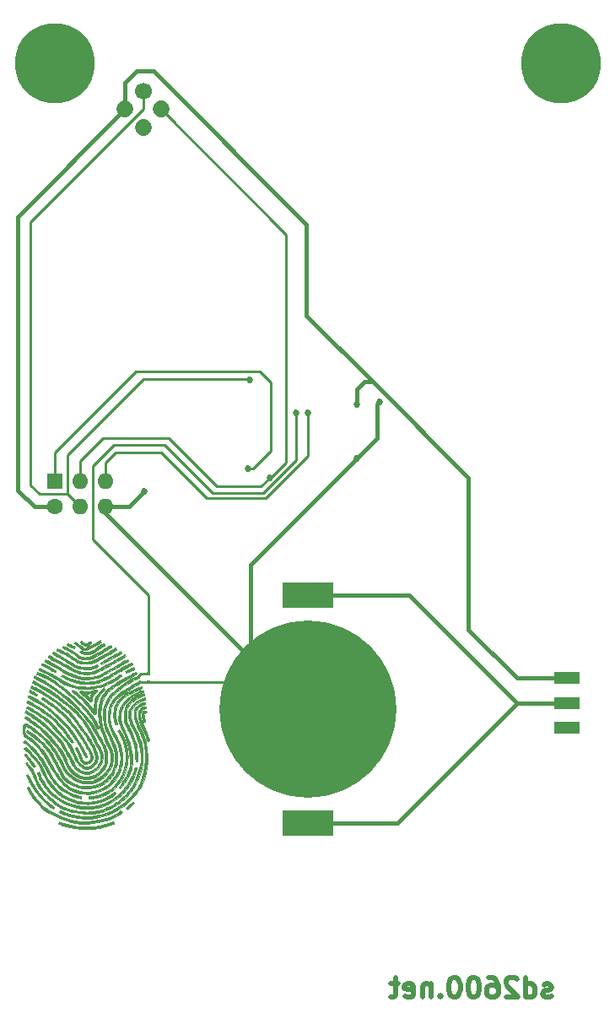
<source format=gbl>
G04 #@! TF.FileFunction,Copper,L2,Bot,Signal*
%FSLAX46Y46*%
G04 Gerber Fmt 4.6, Leading zero omitted, Abs format (unit mm)*
G04 Created by KiCad (PCBNEW 4.0.6) date 08/28/18 17:29:03*
%MOMM*%
%LPD*%
G01*
G04 APERTURE LIST*
%ADD10C,0.100000*%
%ADD11C,0.500000*%
%ADD12C,0.010000*%
%ADD13C,1.700000*%
%ADD14C,1.700000*%
%ADD15R,0.430000X0.450000*%
%ADD16R,2.500000X1.200000*%
%ADD17C,8.000000*%
%ADD18C,17.780000*%
%ADD19R,5.080000X2.540000*%
%ADD20R,1.600000X1.600000*%
%ADD21C,1.600000*%
%ADD22O,1.600000X1.600000*%
%ADD23C,0.685800*%
%ADD24C,0.406400*%
%ADD25C,0.254000*%
G04 APERTURE END LIST*
D10*
D11*
X147652382Y-172259524D02*
X147461905Y-172354762D01*
X147080953Y-172354762D01*
X146890477Y-172259524D01*
X146795239Y-172069048D01*
X146795239Y-171973810D01*
X146890477Y-171783333D01*
X147080953Y-171688095D01*
X147366667Y-171688095D01*
X147557144Y-171592857D01*
X147652382Y-171402381D01*
X147652382Y-171307143D01*
X147557144Y-171116667D01*
X147366667Y-171021429D01*
X147080953Y-171021429D01*
X146890477Y-171116667D01*
X145080953Y-172354762D02*
X145080953Y-170354762D01*
X145080953Y-172259524D02*
X145271429Y-172354762D01*
X145652381Y-172354762D01*
X145842857Y-172259524D01*
X145938096Y-172164286D01*
X146033334Y-171973810D01*
X146033334Y-171402381D01*
X145938096Y-171211905D01*
X145842857Y-171116667D01*
X145652381Y-171021429D01*
X145271429Y-171021429D01*
X145080953Y-171116667D01*
X144223810Y-170545238D02*
X144128572Y-170450000D01*
X143938095Y-170354762D01*
X143461905Y-170354762D01*
X143271429Y-170450000D01*
X143176191Y-170545238D01*
X143080952Y-170735714D01*
X143080952Y-170926190D01*
X143176191Y-171211905D01*
X144319048Y-172354762D01*
X143080952Y-172354762D01*
X141366667Y-170354762D02*
X141747619Y-170354762D01*
X141938095Y-170450000D01*
X142033333Y-170545238D01*
X142223810Y-170830952D01*
X142319048Y-171211905D01*
X142319048Y-171973810D01*
X142223810Y-172164286D01*
X142128571Y-172259524D01*
X141938095Y-172354762D01*
X141557143Y-172354762D01*
X141366667Y-172259524D01*
X141271429Y-172164286D01*
X141176190Y-171973810D01*
X141176190Y-171497619D01*
X141271429Y-171307143D01*
X141366667Y-171211905D01*
X141557143Y-171116667D01*
X141938095Y-171116667D01*
X142128571Y-171211905D01*
X142223810Y-171307143D01*
X142319048Y-171497619D01*
X139938095Y-170354762D02*
X139747619Y-170354762D01*
X139557143Y-170450000D01*
X139461905Y-170545238D01*
X139366667Y-170735714D01*
X139271428Y-171116667D01*
X139271428Y-171592857D01*
X139366667Y-171973810D01*
X139461905Y-172164286D01*
X139557143Y-172259524D01*
X139747619Y-172354762D01*
X139938095Y-172354762D01*
X140128571Y-172259524D01*
X140223809Y-172164286D01*
X140319048Y-171973810D01*
X140414286Y-171592857D01*
X140414286Y-171116667D01*
X140319048Y-170735714D01*
X140223809Y-170545238D01*
X140128571Y-170450000D01*
X139938095Y-170354762D01*
X138033333Y-170354762D02*
X137842857Y-170354762D01*
X137652381Y-170450000D01*
X137557143Y-170545238D01*
X137461905Y-170735714D01*
X137366666Y-171116667D01*
X137366666Y-171592857D01*
X137461905Y-171973810D01*
X137557143Y-172164286D01*
X137652381Y-172259524D01*
X137842857Y-172354762D01*
X138033333Y-172354762D01*
X138223809Y-172259524D01*
X138319047Y-172164286D01*
X138414286Y-171973810D01*
X138509524Y-171592857D01*
X138509524Y-171116667D01*
X138414286Y-170735714D01*
X138319047Y-170545238D01*
X138223809Y-170450000D01*
X138033333Y-170354762D01*
X136509524Y-172164286D02*
X136414285Y-172259524D01*
X136509524Y-172354762D01*
X136604762Y-172259524D01*
X136509524Y-172164286D01*
X136509524Y-172354762D01*
X135557143Y-171021429D02*
X135557143Y-172354762D01*
X135557143Y-171211905D02*
X135461904Y-171116667D01*
X135271428Y-171021429D01*
X134985714Y-171021429D01*
X134795238Y-171116667D01*
X134700000Y-171307143D01*
X134700000Y-172354762D01*
X132985714Y-172259524D02*
X133176190Y-172354762D01*
X133557142Y-172354762D01*
X133747619Y-172259524D01*
X133842857Y-172069048D01*
X133842857Y-171307143D01*
X133747619Y-171116667D01*
X133557142Y-171021429D01*
X133176190Y-171021429D01*
X132985714Y-171116667D01*
X132890476Y-171307143D01*
X132890476Y-171497619D01*
X133842857Y-171688095D01*
X132319047Y-171021429D02*
X131557142Y-171021429D01*
X132033333Y-170354762D02*
X132033333Y-172069048D01*
X131938094Y-172259524D01*
X131747618Y-172354762D01*
X131557142Y-172354762D01*
D12*
G36*
X100970834Y-137551239D02*
X101146657Y-137491683D01*
X101219441Y-137456029D01*
X101335687Y-137395062D01*
X101483856Y-137315197D01*
X101652406Y-137222851D01*
X101829795Y-137124440D01*
X102004482Y-137026380D01*
X102164927Y-136935088D01*
X102299588Y-136856978D01*
X102396924Y-136798469D01*
X102420556Y-136783471D01*
X102444618Y-136754162D01*
X102435145Y-136705280D01*
X102411803Y-136656214D01*
X102376064Y-136591088D01*
X102354656Y-136559499D01*
X102353247Y-136558897D01*
X102324934Y-136574861D01*
X102251013Y-136617718D01*
X102140600Y-136682153D01*
X102002810Y-136762847D01*
X101885750Y-136831566D01*
X101581738Y-137006726D01*
X101328059Y-137145270D01*
X101123568Y-137247756D01*
X100967116Y-137314746D01*
X100857559Y-137346799D01*
X100823804Y-137349978D01*
X100771693Y-137339317D01*
X100698528Y-137304971D01*
X100597405Y-137242686D01*
X100461420Y-137148206D01*
X100283668Y-137017277D01*
X100282375Y-137016308D01*
X99837875Y-136683161D01*
X99764319Y-136767063D01*
X99722235Y-136828697D01*
X99713908Y-136871717D01*
X99716694Y-136875733D01*
X99749600Y-136901837D01*
X99824922Y-136959000D01*
X99933916Y-137040667D01*
X100067840Y-137140283D01*
X100198068Y-137236626D01*
X100362579Y-137357368D01*
X100485852Y-137445152D01*
X100577384Y-137505207D01*
X100646669Y-137542763D01*
X100703202Y-137563050D01*
X100756481Y-137571298D01*
X100808350Y-137572750D01*
X100970834Y-137551239D01*
X100970834Y-137551239D01*
G37*
X100970834Y-137551239D02*
X101146657Y-137491683D01*
X101219441Y-137456029D01*
X101335687Y-137395062D01*
X101483856Y-137315197D01*
X101652406Y-137222851D01*
X101829795Y-137124440D01*
X102004482Y-137026380D01*
X102164927Y-136935088D01*
X102299588Y-136856978D01*
X102396924Y-136798469D01*
X102420556Y-136783471D01*
X102444618Y-136754162D01*
X102435145Y-136705280D01*
X102411803Y-136656214D01*
X102376064Y-136591088D01*
X102354656Y-136559499D01*
X102353247Y-136558897D01*
X102324934Y-136574861D01*
X102251013Y-136617718D01*
X102140600Y-136682153D01*
X102002810Y-136762847D01*
X101885750Y-136831566D01*
X101581738Y-137006726D01*
X101328059Y-137145270D01*
X101123568Y-137247756D01*
X100967116Y-137314746D01*
X100857559Y-137346799D01*
X100823804Y-137349978D01*
X100771693Y-137339317D01*
X100698528Y-137304971D01*
X100597405Y-137242686D01*
X100461420Y-137148206D01*
X100283668Y-137017277D01*
X100282375Y-137016308D01*
X99837875Y-136683161D01*
X99764319Y-136767063D01*
X99722235Y-136828697D01*
X99713908Y-136871717D01*
X99716694Y-136875733D01*
X99749600Y-136901837D01*
X99824922Y-136959000D01*
X99933916Y-137040667D01*
X100067840Y-137140283D01*
X100198068Y-137236626D01*
X100362579Y-137357368D01*
X100485852Y-137445152D01*
X100577384Y-137505207D01*
X100646669Y-137542763D01*
X100703202Y-137563050D01*
X100756481Y-137571298D01*
X100808350Y-137572750D01*
X100970834Y-137551239D01*
G36*
X101039303Y-137087131D02*
X101216779Y-137027126D01*
X101258151Y-137003381D01*
X101369926Y-136919600D01*
X101445170Y-136836613D01*
X101472997Y-136766448D01*
X101473000Y-136765945D01*
X101449373Y-136738332D01*
X101392506Y-136695973D01*
X101391986Y-136695632D01*
X101332703Y-136661975D01*
X101297167Y-136668627D01*
X101263059Y-136710957D01*
X101162174Y-136803337D01*
X101022221Y-136860036D01*
X100899341Y-136874250D01*
X100812158Y-136866673D01*
X100741579Y-136835876D01*
X100662906Y-136769763D01*
X100640029Y-136747250D01*
X100570578Y-136678876D01*
X100522716Y-136633796D01*
X100508827Y-136622757D01*
X100479619Y-136634117D01*
X100417312Y-136657153D01*
X100354936Y-136686998D01*
X100330000Y-136712431D01*
X100352577Y-136760454D01*
X100410337Y-136832384D01*
X100488322Y-136913165D01*
X100571573Y-136987742D01*
X100645132Y-137041058D01*
X100668365Y-137053007D01*
X100849007Y-137096388D01*
X101039303Y-137087131D01*
X101039303Y-137087131D01*
G37*
X101039303Y-137087131D02*
X101216779Y-137027126D01*
X101258151Y-137003381D01*
X101369926Y-136919600D01*
X101445170Y-136836613D01*
X101472997Y-136766448D01*
X101473000Y-136765945D01*
X101449373Y-136738332D01*
X101392506Y-136695973D01*
X101391986Y-136695632D01*
X101332703Y-136661975D01*
X101297167Y-136668627D01*
X101263059Y-136710957D01*
X101162174Y-136803337D01*
X101022221Y-136860036D01*
X100899341Y-136874250D01*
X100812158Y-136866673D01*
X100741579Y-136835876D01*
X100662906Y-136769763D01*
X100640029Y-136747250D01*
X100570578Y-136678876D01*
X100522716Y-136633796D01*
X100508827Y-136622757D01*
X100479619Y-136634117D01*
X100417312Y-136657153D01*
X100354936Y-136686998D01*
X100330000Y-136712431D01*
X100352577Y-136760454D01*
X100410337Y-136832384D01*
X100488322Y-136913165D01*
X100571573Y-136987742D01*
X100645132Y-137041058D01*
X100668365Y-137053007D01*
X100849007Y-137096388D01*
X101039303Y-137087131D01*
G36*
X99782383Y-137355316D02*
X99803252Y-137303018D01*
X99820945Y-137236579D01*
X99830506Y-137205975D01*
X99806358Y-137187672D01*
X99737047Y-137150688D01*
X99635885Y-137101108D01*
X99516180Y-137045016D01*
X99391243Y-136988498D01*
X99274383Y-136937637D01*
X99178910Y-136898518D01*
X99118135Y-136877226D01*
X99106648Y-136875066D01*
X99074207Y-136901063D01*
X99039600Y-136965352D01*
X99037218Y-136971489D01*
X99018274Y-137030764D01*
X99026486Y-137067542D01*
X99073172Y-137098731D01*
X99143309Y-137129937D01*
X99247547Y-137174936D01*
X99380090Y-137232582D01*
X99503811Y-137286698D01*
X99613099Y-137332957D01*
X99700689Y-137366893D01*
X99749672Y-137382006D01*
X99752442Y-137382250D01*
X99782383Y-137355316D01*
X99782383Y-137355316D01*
G37*
X99782383Y-137355316D02*
X99803252Y-137303018D01*
X99820945Y-137236579D01*
X99830506Y-137205975D01*
X99806358Y-137187672D01*
X99737047Y-137150688D01*
X99635885Y-137101108D01*
X99516180Y-137045016D01*
X99391243Y-136988498D01*
X99274383Y-136937637D01*
X99178910Y-136898518D01*
X99118135Y-136877226D01*
X99106648Y-136875066D01*
X99074207Y-136901063D01*
X99039600Y-136965352D01*
X99037218Y-136971489D01*
X99018274Y-137030764D01*
X99026486Y-137067542D01*
X99073172Y-137098731D01*
X99143309Y-137129937D01*
X99247547Y-137174936D01*
X99380090Y-137232582D01*
X99503811Y-137286698D01*
X99613099Y-137332957D01*
X99700689Y-137366893D01*
X99749672Y-137382006D01*
X99752442Y-137382250D01*
X99782383Y-137355316D01*
G36*
X101305527Y-137951330D02*
X101524454Y-137902176D01*
X101715867Y-137815770D01*
X101862963Y-137713634D01*
X102055997Y-137559780D01*
X102210623Y-137440557D01*
X102336550Y-137349158D01*
X102443487Y-137278778D01*
X102541145Y-137222611D01*
X102620361Y-137182743D01*
X102723642Y-137130940D01*
X102800168Y-137087628D01*
X102835573Y-137061043D01*
X102836463Y-137058880D01*
X102825077Y-136997776D01*
X102792680Y-136930097D01*
X102753963Y-136882693D01*
X102735848Y-136874972D01*
X102688864Y-136889653D01*
X102604996Y-136927399D01*
X102504875Y-136978732D01*
X102244118Y-137133807D01*
X101999406Y-137311378D01*
X101854000Y-137432055D01*
X101668216Y-137576060D01*
X101493626Y-137671554D01*
X101311281Y-137725916D01*
X101102230Y-137746523D01*
X101044375Y-137747266D01*
X100894857Y-137744474D01*
X100786317Y-137733438D01*
X100696359Y-137709968D01*
X100602591Y-137669871D01*
X100585031Y-137661282D01*
X100487175Y-137615042D01*
X100427520Y-137596111D01*
X100388292Y-137601813D01*
X100354844Y-137626625D01*
X100309357Y-137682156D01*
X100309598Y-137732441D01*
X100360129Y-137784465D01*
X100465509Y-137845210D01*
X100512562Y-137868106D01*
X100617819Y-137915500D01*
X100704629Y-137945204D01*
X100794063Y-137961167D01*
X100907190Y-137967339D01*
X101044375Y-137967801D01*
X101305527Y-137951330D01*
X101305527Y-137951330D01*
G37*
X101305527Y-137951330D02*
X101524454Y-137902176D01*
X101715867Y-137815770D01*
X101862963Y-137713634D01*
X102055997Y-137559780D01*
X102210623Y-137440557D01*
X102336550Y-137349158D01*
X102443487Y-137278778D01*
X102541145Y-137222611D01*
X102620361Y-137182743D01*
X102723642Y-137130940D01*
X102800168Y-137087628D01*
X102835573Y-137061043D01*
X102836463Y-137058880D01*
X102825077Y-136997776D01*
X102792680Y-136930097D01*
X102753963Y-136882693D01*
X102735848Y-136874972D01*
X102688864Y-136889653D01*
X102604996Y-136927399D01*
X102504875Y-136978732D01*
X102244118Y-137133807D01*
X101999406Y-137311378D01*
X101854000Y-137432055D01*
X101668216Y-137576060D01*
X101493626Y-137671554D01*
X101311281Y-137725916D01*
X101102230Y-137746523D01*
X101044375Y-137747266D01*
X100894857Y-137744474D01*
X100786317Y-137733438D01*
X100696359Y-137709968D01*
X100602591Y-137669871D01*
X100585031Y-137661282D01*
X100487175Y-137615042D01*
X100427520Y-137596111D01*
X100388292Y-137601813D01*
X100354844Y-137626625D01*
X100309357Y-137682156D01*
X100309598Y-137732441D01*
X100360129Y-137784465D01*
X100465509Y-137845210D01*
X100512562Y-137868106D01*
X100617819Y-137915500D01*
X100704629Y-137945204D01*
X100794063Y-137961167D01*
X100907190Y-137967339D01*
X101044375Y-137967801D01*
X101305527Y-137951330D01*
G36*
X101023900Y-138480310D02*
X101291003Y-138435535D01*
X101567397Y-138349576D01*
X101860544Y-138219726D01*
X102177905Y-138043278D01*
X102439460Y-137876630D01*
X102614664Y-137762858D01*
X102813974Y-137638244D01*
X103009800Y-137519825D01*
X103139875Y-137444138D01*
X103272900Y-137368367D01*
X103384596Y-137304290D01*
X103464068Y-137258192D01*
X103500415Y-137236356D01*
X103501336Y-137235687D01*
X103499691Y-137202400D01*
X103478023Y-137140476D01*
X103447798Y-137076417D01*
X103420488Y-137036724D01*
X103413835Y-137033490D01*
X103380694Y-137048818D01*
X103303095Y-137090630D01*
X103191314Y-137153221D01*
X103055630Y-137230887D01*
X102997000Y-137264876D01*
X102820381Y-137369777D01*
X102631360Y-137485595D01*
X102452371Y-137598391D01*
X102305848Y-137694223D01*
X102303530Y-137695785D01*
X101954172Y-137912307D01*
X101622702Y-138079316D01*
X101312889Y-138195319D01*
X101028499Y-138258820D01*
X100852967Y-138271250D01*
X100652665Y-138257810D01*
X100477611Y-138212634D01*
X100309107Y-138128443D01*
X100128455Y-137997953D01*
X100107750Y-137981046D01*
X99640633Y-137637026D01*
X99137962Y-137344769D01*
X99007798Y-137280416D01*
X98863507Y-137212240D01*
X98765397Y-137169117D01*
X98702648Y-137148118D01*
X98664438Y-137146313D01*
X98639948Y-137160770D01*
X98626503Y-137177168D01*
X98592615Y-137235730D01*
X98590994Y-137285362D01*
X98628055Y-137333442D01*
X98710212Y-137387347D01*
X98843880Y-137454455D01*
X98883809Y-137473100D01*
X99346181Y-137715634D01*
X99761850Y-137994375D01*
X99933125Y-138130666D01*
X100102805Y-138266145D01*
X100246199Y-138361912D01*
X100379878Y-138425113D01*
X100520414Y-138462893D01*
X100684376Y-138482398D01*
X100758625Y-138486611D01*
X101023900Y-138480310D01*
X101023900Y-138480310D01*
G37*
X101023900Y-138480310D02*
X101291003Y-138435535D01*
X101567397Y-138349576D01*
X101860544Y-138219726D01*
X102177905Y-138043278D01*
X102439460Y-137876630D01*
X102614664Y-137762858D01*
X102813974Y-137638244D01*
X103009800Y-137519825D01*
X103139875Y-137444138D01*
X103272900Y-137368367D01*
X103384596Y-137304290D01*
X103464068Y-137258192D01*
X103500415Y-137236356D01*
X103501336Y-137235687D01*
X103499691Y-137202400D01*
X103478023Y-137140476D01*
X103447798Y-137076417D01*
X103420488Y-137036724D01*
X103413835Y-137033490D01*
X103380694Y-137048818D01*
X103303095Y-137090630D01*
X103191314Y-137153221D01*
X103055630Y-137230887D01*
X102997000Y-137264876D01*
X102820381Y-137369777D01*
X102631360Y-137485595D01*
X102452371Y-137598391D01*
X102305848Y-137694223D01*
X102303530Y-137695785D01*
X101954172Y-137912307D01*
X101622702Y-138079316D01*
X101312889Y-138195319D01*
X101028499Y-138258820D01*
X100852967Y-138271250D01*
X100652665Y-138257810D01*
X100477611Y-138212634D01*
X100309107Y-138128443D01*
X100128455Y-137997953D01*
X100107750Y-137981046D01*
X99640633Y-137637026D01*
X99137962Y-137344769D01*
X99007798Y-137280416D01*
X98863507Y-137212240D01*
X98765397Y-137169117D01*
X98702648Y-137148118D01*
X98664438Y-137146313D01*
X98639948Y-137160770D01*
X98626503Y-137177168D01*
X98592615Y-137235730D01*
X98590994Y-137285362D01*
X98628055Y-137333442D01*
X98710212Y-137387347D01*
X98843880Y-137454455D01*
X98883809Y-137473100D01*
X99346181Y-137715634D01*
X99761850Y-137994375D01*
X99933125Y-138130666D01*
X100102805Y-138266145D01*
X100246199Y-138361912D01*
X100379878Y-138425113D01*
X100520414Y-138462893D01*
X100684376Y-138482398D01*
X100758625Y-138486611D01*
X101023900Y-138480310D01*
G36*
X101078190Y-138930992D02*
X101325428Y-138906698D01*
X101498016Y-138874471D01*
X101636683Y-138839359D01*
X101747783Y-138804608D01*
X101848481Y-138762340D01*
X101955940Y-138704674D01*
X102087322Y-138623730D01*
X102192672Y-138555561D01*
X102306895Y-138485447D01*
X102461500Y-138396786D01*
X102639783Y-138298844D01*
X102825042Y-138200889D01*
X102913699Y-138155496D01*
X103108728Y-138054419D01*
X103303484Y-137949080D01*
X103489872Y-137844312D01*
X103659792Y-137744947D01*
X103805148Y-137655818D01*
X103917842Y-137581760D01*
X103989777Y-137527604D01*
X104013000Y-137499363D01*
X103995077Y-137456565D01*
X103955147Y-137398094D01*
X103897294Y-137324546D01*
X103629709Y-137499002D01*
X103509670Y-137572839D01*
X103348699Y-137665549D01*
X103162933Y-137768165D01*
X102968514Y-137871719D01*
X102838250Y-137938779D01*
X102644415Y-138039299D01*
X102445480Y-138146549D01*
X102258448Y-138251086D01*
X102100327Y-138343465D01*
X102020384Y-138392982D01*
X101831748Y-138506613D01*
X101661316Y-138589229D01*
X101492411Y-138645256D01*
X101308357Y-138679120D01*
X101092475Y-138695245D01*
X100869750Y-138698304D01*
X100639059Y-138692801D01*
X100453852Y-138674570D01*
X100296531Y-138638170D01*
X100149498Y-138578163D01*
X99995158Y-138489110D01*
X99832963Y-138377842D01*
X99621404Y-138227498D01*
X99446623Y-138107023D01*
X99295061Y-138007579D01*
X99153155Y-137920330D01*
X99007344Y-137836438D01*
X98971866Y-137816709D01*
X98868253Y-137761471D01*
X98738122Y-137695130D01*
X98593340Y-137623368D01*
X98445775Y-137551873D01*
X98307294Y-137486329D01*
X98189765Y-137432420D01*
X98105055Y-137395832D01*
X98065033Y-137382251D01*
X98064946Y-137382250D01*
X98040826Y-137407993D01*
X98015139Y-137467793D01*
X97996117Y-137535511D01*
X97991989Y-137585007D01*
X97998038Y-137594737D01*
X98037407Y-137611349D01*
X98121808Y-137648763D01*
X98238556Y-137701309D01*
X98365376Y-137758941D01*
X98663174Y-137903430D01*
X98945626Y-138059839D01*
X99232400Y-138239777D01*
X99536250Y-138449886D01*
X99738248Y-138591116D01*
X99904320Y-138697736D01*
X100046885Y-138776311D01*
X100178358Y-138833404D01*
X100311157Y-138875580D01*
X100369079Y-138890133D01*
X100576476Y-138923035D01*
X100820693Y-138936546D01*
X101078190Y-138930992D01*
X101078190Y-138930992D01*
G37*
X101078190Y-138930992D02*
X101325428Y-138906698D01*
X101498016Y-138874471D01*
X101636683Y-138839359D01*
X101747783Y-138804608D01*
X101848481Y-138762340D01*
X101955940Y-138704674D01*
X102087322Y-138623730D01*
X102192672Y-138555561D01*
X102306895Y-138485447D01*
X102461500Y-138396786D01*
X102639783Y-138298844D01*
X102825042Y-138200889D01*
X102913699Y-138155496D01*
X103108728Y-138054419D01*
X103303484Y-137949080D01*
X103489872Y-137844312D01*
X103659792Y-137744947D01*
X103805148Y-137655818D01*
X103917842Y-137581760D01*
X103989777Y-137527604D01*
X104013000Y-137499363D01*
X103995077Y-137456565D01*
X103955147Y-137398094D01*
X103897294Y-137324546D01*
X103629709Y-137499002D01*
X103509670Y-137572839D01*
X103348699Y-137665549D01*
X103162933Y-137768165D01*
X102968514Y-137871719D01*
X102838250Y-137938779D01*
X102644415Y-138039299D01*
X102445480Y-138146549D01*
X102258448Y-138251086D01*
X102100327Y-138343465D01*
X102020384Y-138392982D01*
X101831748Y-138506613D01*
X101661316Y-138589229D01*
X101492411Y-138645256D01*
X101308357Y-138679120D01*
X101092475Y-138695245D01*
X100869750Y-138698304D01*
X100639059Y-138692801D01*
X100453852Y-138674570D01*
X100296531Y-138638170D01*
X100149498Y-138578163D01*
X99995158Y-138489110D01*
X99832963Y-138377842D01*
X99621404Y-138227498D01*
X99446623Y-138107023D01*
X99295061Y-138007579D01*
X99153155Y-137920330D01*
X99007344Y-137836438D01*
X98971866Y-137816709D01*
X98868253Y-137761471D01*
X98738122Y-137695130D01*
X98593340Y-137623368D01*
X98445775Y-137551873D01*
X98307294Y-137486329D01*
X98189765Y-137432420D01*
X98105055Y-137395832D01*
X98065033Y-137382251D01*
X98064946Y-137382250D01*
X98040826Y-137407993D01*
X98015139Y-137467793D01*
X97996117Y-137535511D01*
X97991989Y-137585007D01*
X97998038Y-137594737D01*
X98037407Y-137611349D01*
X98121808Y-137648763D01*
X98238556Y-137701309D01*
X98365376Y-137758941D01*
X98663174Y-137903430D01*
X98945626Y-138059839D01*
X99232400Y-138239777D01*
X99536250Y-138449886D01*
X99738248Y-138591116D01*
X99904320Y-138697736D01*
X100046885Y-138776311D01*
X100178358Y-138833404D01*
X100311157Y-138875580D01*
X100369079Y-138890133D01*
X100576476Y-138923035D01*
X100820693Y-138936546D01*
X101078190Y-138930992D01*
G36*
X102746682Y-138851033D02*
X102943920Y-138734272D01*
X103166192Y-138605520D01*
X103400729Y-138471928D01*
X103634763Y-138340646D01*
X103855526Y-138218823D01*
X104050250Y-138113609D01*
X104206165Y-138032153D01*
X104235250Y-138017503D01*
X104353057Y-137958230D01*
X104447559Y-137909740D01*
X104505627Y-137878816D01*
X104517336Y-137871703D01*
X104515569Y-137837549D01*
X104493785Y-137774978D01*
X104463486Y-137710698D01*
X104436171Y-137671419D01*
X104429835Y-137668493D01*
X104396322Y-137682716D01*
X104316681Y-137721684D01*
X104200871Y-137780373D01*
X104058853Y-137853760D01*
X103961907Y-137904492D01*
X103792332Y-137995165D01*
X103604472Y-138098204D01*
X103406130Y-138209062D01*
X103205108Y-138323196D01*
X103009209Y-138436058D01*
X102826235Y-138543105D01*
X102663988Y-138639791D01*
X102530271Y-138721570D01*
X102432886Y-138783897D01*
X102379636Y-138822228D01*
X102372076Y-138830653D01*
X102383450Y-138873287D01*
X102421997Y-138934764D01*
X102480490Y-139010903D01*
X102746682Y-138851033D01*
X102746682Y-138851033D01*
G37*
X102746682Y-138851033D02*
X102943920Y-138734272D01*
X103166192Y-138605520D01*
X103400729Y-138471928D01*
X103634763Y-138340646D01*
X103855526Y-138218823D01*
X104050250Y-138113609D01*
X104206165Y-138032153D01*
X104235250Y-138017503D01*
X104353057Y-137958230D01*
X104447559Y-137909740D01*
X104505627Y-137878816D01*
X104517336Y-137871703D01*
X104515569Y-137837549D01*
X104493785Y-137774978D01*
X104463486Y-137710698D01*
X104436171Y-137671419D01*
X104429835Y-137668493D01*
X104396322Y-137682716D01*
X104316681Y-137721684D01*
X104200871Y-137780373D01*
X104058853Y-137853760D01*
X103961907Y-137904492D01*
X103792332Y-137995165D01*
X103604472Y-138098204D01*
X103406130Y-138209062D01*
X103205108Y-138323196D01*
X103009209Y-138436058D01*
X102826235Y-138543105D01*
X102663988Y-138639791D01*
X102530271Y-138721570D01*
X102432886Y-138783897D01*
X102379636Y-138822228D01*
X102372076Y-138830653D01*
X102383450Y-138873287D01*
X102421997Y-138934764D01*
X102480490Y-139010903D01*
X102746682Y-138851033D01*
G36*
X101265124Y-139454320D02*
X101660137Y-139372568D01*
X101901324Y-139291646D01*
X102032750Y-139234795D01*
X102107637Y-139183604D01*
X102131674Y-139131103D01*
X102110554Y-139070320D01*
X102097602Y-139051247D01*
X102071469Y-139020760D01*
X102040690Y-139009744D01*
X101989411Y-139019494D01*
X101901780Y-139051308D01*
X101850622Y-139071442D01*
X101644495Y-139146273D01*
X101459176Y-139195958D01*
X101271214Y-139224667D01*
X101057157Y-139236573D01*
X100917375Y-139237457D01*
X100546537Y-139215164D01*
X100208026Y-139150443D01*
X99884018Y-139039818D01*
X99867059Y-139032671D01*
X99795288Y-138995929D01*
X99680769Y-138929810D01*
X99533435Y-138840391D01*
X99363216Y-138733754D01*
X99180045Y-138615975D01*
X99091750Y-138558133D01*
X98901812Y-138434615D01*
X98701597Y-138307376D01*
X98498836Y-138181036D01*
X98301262Y-138060218D01*
X98116605Y-137949544D01*
X97952598Y-137853636D01*
X97816973Y-137777116D01*
X97717461Y-137724606D01*
X97661795Y-137700728D01*
X97655877Y-137699771D01*
X97627199Y-137725016D01*
X97588051Y-137786583D01*
X97584059Y-137794161D01*
X97535237Y-137888571D01*
X97670556Y-137957184D01*
X97781298Y-138016976D01*
X97933884Y-138104482D01*
X98116950Y-138212762D01*
X98319129Y-138334876D01*
X98529056Y-138463884D01*
X98735365Y-138592847D01*
X98926691Y-138714824D01*
X99091668Y-138822875D01*
X99125748Y-138845740D01*
X99381485Y-139012710D01*
X99603497Y-139143560D01*
X99805526Y-139244351D01*
X100001315Y-139321145D01*
X100204603Y-139380002D01*
X100429134Y-139426984D01*
X100453221Y-139431251D01*
X100864678Y-139473702D01*
X101265124Y-139454320D01*
X101265124Y-139454320D01*
G37*
X101265124Y-139454320D02*
X101660137Y-139372568D01*
X101901324Y-139291646D01*
X102032750Y-139234795D01*
X102107637Y-139183604D01*
X102131674Y-139131103D01*
X102110554Y-139070320D01*
X102097602Y-139051247D01*
X102071469Y-139020760D01*
X102040690Y-139009744D01*
X101989411Y-139019494D01*
X101901780Y-139051308D01*
X101850622Y-139071442D01*
X101644495Y-139146273D01*
X101459176Y-139195958D01*
X101271214Y-139224667D01*
X101057157Y-139236573D01*
X100917375Y-139237457D01*
X100546537Y-139215164D01*
X100208026Y-139150443D01*
X99884018Y-139039818D01*
X99867059Y-139032671D01*
X99795288Y-138995929D01*
X99680769Y-138929810D01*
X99533435Y-138840391D01*
X99363216Y-138733754D01*
X99180045Y-138615975D01*
X99091750Y-138558133D01*
X98901812Y-138434615D01*
X98701597Y-138307376D01*
X98498836Y-138181036D01*
X98301262Y-138060218D01*
X98116605Y-137949544D01*
X97952598Y-137853636D01*
X97816973Y-137777116D01*
X97717461Y-137724606D01*
X97661795Y-137700728D01*
X97655877Y-137699771D01*
X97627199Y-137725016D01*
X97588051Y-137786583D01*
X97584059Y-137794161D01*
X97535237Y-137888571D01*
X97670556Y-137957184D01*
X97781298Y-138016976D01*
X97933884Y-138104482D01*
X98116950Y-138212762D01*
X98319129Y-138334876D01*
X98529056Y-138463884D01*
X98735365Y-138592847D01*
X98926691Y-138714824D01*
X99091668Y-138822875D01*
X99125748Y-138845740D01*
X99381485Y-139012710D01*
X99603497Y-139143560D01*
X99805526Y-139244351D01*
X100001315Y-139321145D01*
X100204603Y-139380002D01*
X100429134Y-139426984D01*
X100453221Y-139431251D01*
X100864678Y-139473702D01*
X101265124Y-139454320D01*
G36*
X101192350Y-139964415D02*
X101387109Y-139952977D01*
X101563015Y-139927913D01*
X101733804Y-139885577D01*
X101913213Y-139822322D01*
X102114981Y-139734505D01*
X102352843Y-139618478D01*
X102439015Y-139574700D01*
X102637528Y-139470873D01*
X102871911Y-139344579D01*
X103123597Y-139206051D01*
X103374021Y-139065520D01*
X103604617Y-138933217D01*
X103632000Y-138917255D01*
X103839354Y-138796409D01*
X104050306Y-138673965D01*
X104251411Y-138557690D01*
X104429221Y-138455353D01*
X104570290Y-138374725D01*
X104607603Y-138353576D01*
X104932331Y-138170105D01*
X104884600Y-138077803D01*
X104845399Y-138014536D01*
X104814717Y-137985676D01*
X104813160Y-137985500D01*
X104779737Y-138000713D01*
X104699965Y-138043204D01*
X104582343Y-138108259D01*
X104435371Y-138191160D01*
X104267548Y-138287191D01*
X104218663Y-138315395D01*
X104011316Y-138435456D01*
X103789535Y-138564255D01*
X103571351Y-138691295D01*
X103374799Y-138806076D01*
X103237972Y-138886300D01*
X103008925Y-139017350D01*
X102767058Y-139149324D01*
X102522128Y-139277429D01*
X102283890Y-139396878D01*
X102062101Y-139502879D01*
X101866516Y-139590643D01*
X101706890Y-139655379D01*
X101600000Y-139690528D01*
X101429579Y-139722218D01*
X101213517Y-139739501D01*
X100996750Y-139743484D01*
X100741604Y-139735371D01*
X100505299Y-139709624D01*
X100277308Y-139662726D01*
X100047106Y-139591157D01*
X99804166Y-139491400D01*
X99537962Y-139359934D01*
X99237969Y-139193243D01*
X99089191Y-139105830D01*
X98913252Y-139002854D01*
X98700683Y-138881247D01*
X98464538Y-138748231D01*
X98217874Y-138611022D01*
X97973747Y-138476842D01*
X97745212Y-138352908D01*
X97545327Y-138246440D01*
X97387147Y-138164657D01*
X97386052Y-138164105D01*
X97220230Y-138080558D01*
X97167543Y-138182443D01*
X97140051Y-138251008D01*
X97139062Y-138290973D01*
X97142865Y-138293802D01*
X97190297Y-138315754D01*
X97284850Y-138364305D01*
X97418290Y-138434939D01*
X97582384Y-138523136D01*
X97768901Y-138624380D01*
X97969606Y-138734154D01*
X98176268Y-138847939D01*
X98380653Y-138961218D01*
X98574528Y-139069473D01*
X98749661Y-139168187D01*
X98897819Y-139252842D01*
X99007681Y-139317079D01*
X99323864Y-139499866D01*
X99601458Y-139646409D01*
X99851315Y-139760308D01*
X100084293Y-139845159D01*
X100311246Y-139904560D01*
X100543029Y-139942111D01*
X100790497Y-139961410D01*
X100965000Y-139965871D01*
X101192350Y-139964415D01*
X101192350Y-139964415D01*
G37*
X101192350Y-139964415D02*
X101387109Y-139952977D01*
X101563015Y-139927913D01*
X101733804Y-139885577D01*
X101913213Y-139822322D01*
X102114981Y-139734505D01*
X102352843Y-139618478D01*
X102439015Y-139574700D01*
X102637528Y-139470873D01*
X102871911Y-139344579D01*
X103123597Y-139206051D01*
X103374021Y-139065520D01*
X103604617Y-138933217D01*
X103632000Y-138917255D01*
X103839354Y-138796409D01*
X104050306Y-138673965D01*
X104251411Y-138557690D01*
X104429221Y-138455353D01*
X104570290Y-138374725D01*
X104607603Y-138353576D01*
X104932331Y-138170105D01*
X104884600Y-138077803D01*
X104845399Y-138014536D01*
X104814717Y-137985676D01*
X104813160Y-137985500D01*
X104779737Y-138000713D01*
X104699965Y-138043204D01*
X104582343Y-138108259D01*
X104435371Y-138191160D01*
X104267548Y-138287191D01*
X104218663Y-138315395D01*
X104011316Y-138435456D01*
X103789535Y-138564255D01*
X103571351Y-138691295D01*
X103374799Y-138806076D01*
X103237972Y-138886300D01*
X103008925Y-139017350D01*
X102767058Y-139149324D01*
X102522128Y-139277429D01*
X102283890Y-139396878D01*
X102062101Y-139502879D01*
X101866516Y-139590643D01*
X101706890Y-139655379D01*
X101600000Y-139690528D01*
X101429579Y-139722218D01*
X101213517Y-139739501D01*
X100996750Y-139743484D01*
X100741604Y-139735371D01*
X100505299Y-139709624D01*
X100277308Y-139662726D01*
X100047106Y-139591157D01*
X99804166Y-139491400D01*
X99537962Y-139359934D01*
X99237969Y-139193243D01*
X99089191Y-139105830D01*
X98913252Y-139002854D01*
X98700683Y-138881247D01*
X98464538Y-138748231D01*
X98217874Y-138611022D01*
X97973747Y-138476842D01*
X97745212Y-138352908D01*
X97545327Y-138246440D01*
X97387147Y-138164657D01*
X97386052Y-138164105D01*
X97220230Y-138080558D01*
X97167543Y-138182443D01*
X97140051Y-138251008D01*
X97139062Y-138290973D01*
X97142865Y-138293802D01*
X97190297Y-138315754D01*
X97284850Y-138364305D01*
X97418290Y-138434939D01*
X97582384Y-138523136D01*
X97768901Y-138624380D01*
X97969606Y-138734154D01*
X98176268Y-138847939D01*
X98380653Y-138961218D01*
X98574528Y-139069473D01*
X98749661Y-139168187D01*
X98897819Y-139252842D01*
X99007681Y-139317079D01*
X99323864Y-139499866D01*
X99601458Y-139646409D01*
X99851315Y-139760308D01*
X100084293Y-139845159D01*
X100311246Y-139904560D01*
X100543029Y-139942111D01*
X100790497Y-139961410D01*
X100965000Y-139965871D01*
X101192350Y-139964415D01*
G36*
X101584688Y-140435773D02*
X102004817Y-140348012D01*
X102150431Y-140307051D01*
X102291983Y-140259671D01*
X102437673Y-140201908D01*
X102595700Y-140129799D01*
X102774264Y-140039382D01*
X102981564Y-139926694D01*
X103225799Y-139787771D01*
X103515170Y-139618651D01*
X103520875Y-139615287D01*
X103747891Y-139482078D01*
X103990799Y-139340722D01*
X104233561Y-139200471D01*
X104460139Y-139070579D01*
X104654495Y-138960296D01*
X104718491Y-138924379D01*
X105217607Y-138645437D01*
X105170113Y-138553594D01*
X105131200Y-138490656D01*
X105101060Y-138462270D01*
X105099622Y-138462134D01*
X105066881Y-138477306D01*
X104986578Y-138519833D01*
X104866274Y-138585550D01*
X104713533Y-138670294D01*
X104535918Y-138769899D01*
X104362250Y-138868127D01*
X104131810Y-138999419D01*
X103885813Y-139140359D01*
X103640278Y-139281714D01*
X103411224Y-139414253D01*
X103214672Y-139528744D01*
X103145075Y-139569574D01*
X102852856Y-139737990D01*
X102600948Y-139873948D01*
X102377834Y-139981676D01*
X102171993Y-140065401D01*
X101971908Y-140129353D01*
X101766059Y-140177758D01*
X101542928Y-140214845D01*
X101311058Y-140242753D01*
X100926126Y-140261371D01*
X100543532Y-140234489D01*
X100157348Y-140160378D01*
X99761648Y-140037312D01*
X99350508Y-139863564D01*
X98918001Y-139637405D01*
X98615500Y-139457058D01*
X98443085Y-139351784D01*
X98249599Y-139237184D01*
X98042882Y-139117555D01*
X97830775Y-138997197D01*
X97621119Y-138880408D01*
X97421755Y-138771485D01*
X97240522Y-138674728D01*
X97085263Y-138594435D01*
X96963818Y-138534905D01*
X96884027Y-138500435D01*
X96857861Y-138493500D01*
X96837712Y-138519207D01*
X96810226Y-138578394D01*
X96786065Y-138644166D01*
X96775892Y-138689624D01*
X96777663Y-138695803D01*
X96808446Y-138712729D01*
X96886677Y-138753903D01*
X97003297Y-138814610D01*
X97149246Y-138890134D01*
X97313750Y-138974875D01*
X97516357Y-139082275D01*
X97751761Y-139212288D01*
X97999331Y-139353204D01*
X98238441Y-139493309D01*
X98413731Y-139599379D01*
X98602740Y-139714027D01*
X98790583Y-139824587D01*
X98964548Y-139923824D01*
X99111920Y-140004501D01*
X99219985Y-140059381D01*
X99230366Y-140064190D01*
X99715245Y-140258353D01*
X100187813Y-140392050D01*
X100653374Y-140465824D01*
X101117232Y-140480218D01*
X101584688Y-140435773D01*
X101584688Y-140435773D01*
G37*
X101584688Y-140435773D02*
X102004817Y-140348012D01*
X102150431Y-140307051D01*
X102291983Y-140259671D01*
X102437673Y-140201908D01*
X102595700Y-140129799D01*
X102774264Y-140039382D01*
X102981564Y-139926694D01*
X103225799Y-139787771D01*
X103515170Y-139618651D01*
X103520875Y-139615287D01*
X103747891Y-139482078D01*
X103990799Y-139340722D01*
X104233561Y-139200471D01*
X104460139Y-139070579D01*
X104654495Y-138960296D01*
X104718491Y-138924379D01*
X105217607Y-138645437D01*
X105170113Y-138553594D01*
X105131200Y-138490656D01*
X105101060Y-138462270D01*
X105099622Y-138462134D01*
X105066881Y-138477306D01*
X104986578Y-138519833D01*
X104866274Y-138585550D01*
X104713533Y-138670294D01*
X104535918Y-138769899D01*
X104362250Y-138868127D01*
X104131810Y-138999419D01*
X103885813Y-139140359D01*
X103640278Y-139281714D01*
X103411224Y-139414253D01*
X103214672Y-139528744D01*
X103145075Y-139569574D01*
X102852856Y-139737990D01*
X102600948Y-139873948D01*
X102377834Y-139981676D01*
X102171993Y-140065401D01*
X101971908Y-140129353D01*
X101766059Y-140177758D01*
X101542928Y-140214845D01*
X101311058Y-140242753D01*
X100926126Y-140261371D01*
X100543532Y-140234489D01*
X100157348Y-140160378D01*
X99761648Y-140037312D01*
X99350508Y-139863564D01*
X98918001Y-139637405D01*
X98615500Y-139457058D01*
X98443085Y-139351784D01*
X98249599Y-139237184D01*
X98042882Y-139117555D01*
X97830775Y-138997197D01*
X97621119Y-138880408D01*
X97421755Y-138771485D01*
X97240522Y-138674728D01*
X97085263Y-138594435D01*
X96963818Y-138534905D01*
X96884027Y-138500435D01*
X96857861Y-138493500D01*
X96837712Y-138519207D01*
X96810226Y-138578394D01*
X96786065Y-138644166D01*
X96775892Y-138689624D01*
X96777663Y-138695803D01*
X96808446Y-138712729D01*
X96886677Y-138753903D01*
X97003297Y-138814610D01*
X97149246Y-138890134D01*
X97313750Y-138974875D01*
X97516357Y-139082275D01*
X97751761Y-139212288D01*
X97999331Y-139353204D01*
X98238441Y-139493309D01*
X98413731Y-139599379D01*
X98602740Y-139714027D01*
X98790583Y-139824587D01*
X98964548Y-139923824D01*
X99111920Y-140004501D01*
X99219985Y-140059381D01*
X99230366Y-140064190D01*
X99715245Y-140258353D01*
X100187813Y-140392050D01*
X100653374Y-140465824D01*
X101117232Y-140480218D01*
X101584688Y-140435773D01*
G36*
X101359690Y-140943867D02*
X101652192Y-140919044D01*
X101930853Y-140873973D01*
X102204648Y-140805627D01*
X102482549Y-140710981D01*
X102773530Y-140587007D01*
X103086564Y-140430680D01*
X103430626Y-140238973D01*
X103784773Y-140027225D01*
X103978300Y-139908654D01*
X104185725Y-139781633D01*
X104387940Y-139657859D01*
X104565841Y-139549027D01*
X104647805Y-139498917D01*
X104817655Y-139398475D01*
X105001968Y-139294961D01*
X105177244Y-139201294D01*
X105306618Y-139136674D01*
X105428847Y-139077647D01*
X105526209Y-139028484D01*
X105586636Y-138995411D01*
X105600500Y-138985100D01*
X105584980Y-138932483D01*
X105549511Y-138869642D01*
X105510729Y-138822920D01*
X105492216Y-138813610D01*
X105448808Y-138827553D01*
X105364356Y-138862246D01*
X105255051Y-138910946D01*
X105224098Y-138925285D01*
X105120534Y-138974888D01*
X105015723Y-139028084D01*
X104902489Y-139089037D01*
X104773656Y-139161911D01*
X104622045Y-139250868D01*
X104440480Y-139360072D01*
X104221784Y-139493687D01*
X103958781Y-139655876D01*
X103870125Y-139710753D01*
X103492859Y-139939518D01*
X103156990Y-140131715D01*
X102854495Y-140290649D01*
X102577351Y-140419627D01*
X102317536Y-140521956D01*
X102067028Y-140600941D01*
X101817803Y-140659890D01*
X101561840Y-140702109D01*
X101425375Y-140718343D01*
X101001938Y-140736365D01*
X100557021Y-140706054D01*
X100107807Y-140629450D01*
X99677878Y-140510739D01*
X99529123Y-140456230D01*
X99355477Y-140384974D01*
X99172212Y-140304048D01*
X98994604Y-140220527D01*
X98837927Y-140141486D01*
X98717455Y-140074001D01*
X98674078Y-140045746D01*
X98575721Y-139975710D01*
X98516941Y-140052168D01*
X98474965Y-140112908D01*
X98457455Y-140150139D01*
X98483640Y-140179623D01*
X98555908Y-140230325D01*
X98663184Y-140295799D01*
X98794391Y-140369604D01*
X98938455Y-140445295D01*
X99084299Y-140516428D01*
X99097986Y-140522780D01*
X99549619Y-140707489D01*
X99992695Y-140837798D01*
X100444197Y-140917448D01*
X100921104Y-140950179D01*
X101044375Y-140951469D01*
X101359690Y-140943867D01*
X101359690Y-140943867D01*
G37*
X101359690Y-140943867D02*
X101652192Y-140919044D01*
X101930853Y-140873973D01*
X102204648Y-140805627D01*
X102482549Y-140710981D01*
X102773530Y-140587007D01*
X103086564Y-140430680D01*
X103430626Y-140238973D01*
X103784773Y-140027225D01*
X103978300Y-139908654D01*
X104185725Y-139781633D01*
X104387940Y-139657859D01*
X104565841Y-139549027D01*
X104647805Y-139498917D01*
X104817655Y-139398475D01*
X105001968Y-139294961D01*
X105177244Y-139201294D01*
X105306618Y-139136674D01*
X105428847Y-139077647D01*
X105526209Y-139028484D01*
X105586636Y-138995411D01*
X105600500Y-138985100D01*
X105584980Y-138932483D01*
X105549511Y-138869642D01*
X105510729Y-138822920D01*
X105492216Y-138813610D01*
X105448808Y-138827553D01*
X105364356Y-138862246D01*
X105255051Y-138910946D01*
X105224098Y-138925285D01*
X105120534Y-138974888D01*
X105015723Y-139028084D01*
X104902489Y-139089037D01*
X104773656Y-139161911D01*
X104622045Y-139250868D01*
X104440480Y-139360072D01*
X104221784Y-139493687D01*
X103958781Y-139655876D01*
X103870125Y-139710753D01*
X103492859Y-139939518D01*
X103156990Y-140131715D01*
X102854495Y-140290649D01*
X102577351Y-140419627D01*
X102317536Y-140521956D01*
X102067028Y-140600941D01*
X101817803Y-140659890D01*
X101561840Y-140702109D01*
X101425375Y-140718343D01*
X101001938Y-140736365D01*
X100557021Y-140706054D01*
X100107807Y-140629450D01*
X99677878Y-140510739D01*
X99529123Y-140456230D01*
X99355477Y-140384974D01*
X99172212Y-140304048D01*
X98994604Y-140220527D01*
X98837927Y-140141486D01*
X98717455Y-140074001D01*
X98674078Y-140045746D01*
X98575721Y-139975710D01*
X98516941Y-140052168D01*
X98474965Y-140112908D01*
X98457455Y-140150139D01*
X98483640Y-140179623D01*
X98555908Y-140230325D01*
X98663184Y-140295799D01*
X98794391Y-140369604D01*
X98938455Y-140445295D01*
X99084299Y-140516428D01*
X99097986Y-140522780D01*
X99549619Y-140707489D01*
X99992695Y-140837798D01*
X100444197Y-140917448D01*
X100921104Y-140950179D01*
X101044375Y-140951469D01*
X101359690Y-140943867D01*
G36*
X97878710Y-139769314D02*
X97910951Y-139715511D01*
X97938539Y-139651640D01*
X97948750Y-139606159D01*
X97921962Y-139583823D01*
X97847064Y-139536864D01*
X97732253Y-139470018D01*
X97585726Y-139388016D01*
X97415678Y-139295594D01*
X97353437Y-139262359D01*
X97119913Y-139137945D01*
X96936474Y-139040203D01*
X96796778Y-138966679D01*
X96694482Y-138914921D01*
X96623245Y-138882474D01*
X96576725Y-138866885D01*
X96548580Y-138865702D01*
X96532468Y-138876469D01*
X96522047Y-138896735D01*
X96510975Y-138924045D01*
X96505937Y-138934496D01*
X96477224Y-139005658D01*
X96486188Y-139046550D01*
X96497023Y-139056658D01*
X96531528Y-139076932D01*
X96612446Y-139121890D01*
X96730152Y-139186345D01*
X96875023Y-139265113D01*
X97037435Y-139353008D01*
X97207763Y-139444845D01*
X97376382Y-139535440D01*
X97533670Y-139619605D01*
X97670002Y-139692158D01*
X97775754Y-139747911D01*
X97841301Y-139781681D01*
X97854693Y-139788135D01*
X97878710Y-139769314D01*
X97878710Y-139769314D01*
G37*
X97878710Y-139769314D02*
X97910951Y-139715511D01*
X97938539Y-139651640D01*
X97948750Y-139606159D01*
X97921962Y-139583823D01*
X97847064Y-139536864D01*
X97732253Y-139470018D01*
X97585726Y-139388016D01*
X97415678Y-139295594D01*
X97353437Y-139262359D01*
X97119913Y-139137945D01*
X96936474Y-139040203D01*
X96796778Y-138966679D01*
X96694482Y-138914921D01*
X96623245Y-138882474D01*
X96576725Y-138866885D01*
X96548580Y-138865702D01*
X96532468Y-138876469D01*
X96522047Y-138896735D01*
X96510975Y-138924045D01*
X96505937Y-138934496D01*
X96477224Y-139005658D01*
X96486188Y-139046550D01*
X96497023Y-139056658D01*
X96531528Y-139076932D01*
X96612446Y-139121890D01*
X96730152Y-139186345D01*
X96875023Y-139265113D01*
X97037435Y-139353008D01*
X97207763Y-139444845D01*
X97376382Y-139535440D01*
X97533670Y-139619605D01*
X97670002Y-139692158D01*
X97775754Y-139747911D01*
X97841301Y-139781681D01*
X97854693Y-139788135D01*
X97878710Y-139769314D01*
G36*
X105003239Y-139840974D02*
X105050672Y-139821855D01*
X105139158Y-139782859D01*
X105255681Y-139730043D01*
X105387223Y-139669462D01*
X105520770Y-139607174D01*
X105643303Y-139549233D01*
X105741806Y-139501696D01*
X105803263Y-139470619D01*
X105816938Y-139462396D01*
X105810500Y-139432330D01*
X105785336Y-139372628D01*
X105753432Y-139308274D01*
X105726774Y-139264249D01*
X105718747Y-139257733D01*
X105689091Y-139271313D01*
X105612384Y-139307138D01*
X105498999Y-139360344D01*
X105359309Y-139426069D01*
X105298875Y-139454547D01*
X105151038Y-139524425D01*
X105024901Y-139584395D01*
X104931018Y-139629411D01*
X104879945Y-139654428D01*
X104873913Y-139657672D01*
X104876356Y-139689352D01*
X104898618Y-139755207D01*
X104901914Y-139763293D01*
X104940126Y-139830049D01*
X104984853Y-139845234D01*
X105003239Y-139840974D01*
X105003239Y-139840974D01*
G37*
X105003239Y-139840974D02*
X105050672Y-139821855D01*
X105139158Y-139782859D01*
X105255681Y-139730043D01*
X105387223Y-139669462D01*
X105520770Y-139607174D01*
X105643303Y-139549233D01*
X105741806Y-139501696D01*
X105803263Y-139470619D01*
X105816938Y-139462396D01*
X105810500Y-139432330D01*
X105785336Y-139372628D01*
X105753432Y-139308274D01*
X105726774Y-139264249D01*
X105718747Y-139257733D01*
X105689091Y-139271313D01*
X105612384Y-139307138D01*
X105498999Y-139360344D01*
X105359309Y-139426069D01*
X105298875Y-139454547D01*
X105151038Y-139524425D01*
X105024901Y-139584395D01*
X104931018Y-139629411D01*
X104879945Y-139654428D01*
X104873913Y-139657672D01*
X104876356Y-139689352D01*
X104898618Y-139755207D01*
X104901914Y-139763293D01*
X104940126Y-139830049D01*
X104984853Y-139845234D01*
X105003239Y-139840974D01*
G36*
X101187814Y-141439680D02*
X101458178Y-141424886D01*
X101694912Y-141400185D01*
X101719092Y-141396713D01*
X102212993Y-141297124D01*
X102712753Y-141146918D01*
X103198504Y-140953185D01*
X103650375Y-140723013D01*
X103717143Y-140683911D01*
X103875389Y-140586167D01*
X104032884Y-140483156D01*
X104180431Y-140381538D01*
X104308831Y-140287972D01*
X104408888Y-140209118D01*
X104471403Y-140151635D01*
X104488203Y-140125609D01*
X104467525Y-140080295D01*
X104425111Y-140032798D01*
X104380919Y-139998077D01*
X104343334Y-139996062D01*
X104288520Y-140029459D01*
X104258624Y-140051689D01*
X103763301Y-140389574D01*
X103252176Y-140671814D01*
X102729012Y-140897665D01*
X102197573Y-141066382D01*
X101661622Y-141177220D01*
X101124923Y-141229433D01*
X100591238Y-141222277D01*
X100064332Y-141155006D01*
X99547967Y-141026876D01*
X99466035Y-141000497D01*
X99291242Y-140938094D01*
X99121453Y-140867430D01*
X98945110Y-140782632D01*
X98750656Y-140677825D01*
X98526537Y-140547134D01*
X98290802Y-140403078D01*
X98096134Y-140284548D01*
X97878216Y-140155479D01*
X97660533Y-140029572D01*
X97466568Y-139920529D01*
X97421704Y-139895971D01*
X97258423Y-139809363D01*
X97080683Y-139718641D01*
X96898445Y-139628503D01*
X96721667Y-139543644D01*
X96560310Y-139468760D01*
X96424331Y-139408549D01*
X96323691Y-139367705D01*
X96268349Y-139350925D01*
X96265462Y-139350750D01*
X96231694Y-139377131D01*
X96200534Y-139435296D01*
X96185056Y-139503530D01*
X96193382Y-139542245D01*
X96230849Y-139563589D01*
X96313710Y-139604620D01*
X96429333Y-139659239D01*
X96551750Y-139715326D01*
X96853540Y-139858893D01*
X97186983Y-140029919D01*
X97532809Y-140217922D01*
X97871748Y-140412422D01*
X98184532Y-140602938D01*
X98189894Y-140606323D01*
X98525451Y-140810643D01*
X98828147Y-140976812D01*
X99111342Y-141110218D01*
X99388398Y-141216252D01*
X99672675Y-141300301D01*
X99977532Y-141367756D01*
X100155375Y-141399173D01*
X100367601Y-141424313D01*
X100623260Y-141439424D01*
X100903086Y-141444536D01*
X101187814Y-141439680D01*
X101187814Y-141439680D01*
G37*
X101187814Y-141439680D02*
X101458178Y-141424886D01*
X101694912Y-141400185D01*
X101719092Y-141396713D01*
X102212993Y-141297124D01*
X102712753Y-141146918D01*
X103198504Y-140953185D01*
X103650375Y-140723013D01*
X103717143Y-140683911D01*
X103875389Y-140586167D01*
X104032884Y-140483156D01*
X104180431Y-140381538D01*
X104308831Y-140287972D01*
X104408888Y-140209118D01*
X104471403Y-140151635D01*
X104488203Y-140125609D01*
X104467525Y-140080295D01*
X104425111Y-140032798D01*
X104380919Y-139998077D01*
X104343334Y-139996062D01*
X104288520Y-140029459D01*
X104258624Y-140051689D01*
X103763301Y-140389574D01*
X103252176Y-140671814D01*
X102729012Y-140897665D01*
X102197573Y-141066382D01*
X101661622Y-141177220D01*
X101124923Y-141229433D01*
X100591238Y-141222277D01*
X100064332Y-141155006D01*
X99547967Y-141026876D01*
X99466035Y-141000497D01*
X99291242Y-140938094D01*
X99121453Y-140867430D01*
X98945110Y-140782632D01*
X98750656Y-140677825D01*
X98526537Y-140547134D01*
X98290802Y-140403078D01*
X98096134Y-140284548D01*
X97878216Y-140155479D01*
X97660533Y-140029572D01*
X97466568Y-139920529D01*
X97421704Y-139895971D01*
X97258423Y-139809363D01*
X97080683Y-139718641D01*
X96898445Y-139628503D01*
X96721667Y-139543644D01*
X96560310Y-139468760D01*
X96424331Y-139408549D01*
X96323691Y-139367705D01*
X96268349Y-139350925D01*
X96265462Y-139350750D01*
X96231694Y-139377131D01*
X96200534Y-139435296D01*
X96185056Y-139503530D01*
X96193382Y-139542245D01*
X96230849Y-139563589D01*
X96313710Y-139604620D01*
X96429333Y-139659239D01*
X96551750Y-139715326D01*
X96853540Y-139858893D01*
X97186983Y-140029919D01*
X97532809Y-140217922D01*
X97871748Y-140412422D01*
X98184532Y-140602938D01*
X98189894Y-140606323D01*
X98525451Y-140810643D01*
X98828147Y-140976812D01*
X99111342Y-141110218D01*
X99388398Y-141216252D01*
X99672675Y-141300301D01*
X99977532Y-141367756D01*
X100155375Y-141399173D01*
X100367601Y-141424313D01*
X100623260Y-141439424D01*
X100903086Y-141444536D01*
X101187814Y-141439680D01*
G36*
X101552375Y-151952054D02*
X101997426Y-151866626D01*
X102424783Y-151723531D01*
X102827998Y-151526471D01*
X103200623Y-151279148D01*
X103536208Y-150985265D01*
X103828305Y-150648523D01*
X103832356Y-150643119D01*
X104079153Y-150282857D01*
X104274895Y-149925847D01*
X104428313Y-149553940D01*
X104545019Y-149161500D01*
X104579432Y-149015319D01*
X104602930Y-148887748D01*
X104617428Y-148759899D01*
X104624837Y-148612883D01*
X104627068Y-148427812D01*
X104626985Y-148351875D01*
X104606940Y-147925669D01*
X104547323Y-147522632D01*
X104444725Y-147131963D01*
X104295738Y-146742861D01*
X104096955Y-146344521D01*
X103877957Y-145977496D01*
X103682935Y-145621984D01*
X103530635Y-145239808D01*
X103423671Y-144842923D01*
X103364654Y-144443285D01*
X103356197Y-144052847D01*
X103389687Y-143742954D01*
X103443468Y-143484427D01*
X103512687Y-143249604D01*
X103601863Y-143033254D01*
X103715511Y-142830151D01*
X103858148Y-142635064D01*
X104034291Y-142442764D01*
X104248458Y-142248023D01*
X104505164Y-142045612D01*
X104808926Y-141830302D01*
X105164261Y-141596864D01*
X105338602Y-141486754D01*
X105524890Y-141372550D01*
X105724223Y-141254230D01*
X105917396Y-141142950D01*
X106085205Y-141049868D01*
X106148187Y-141016443D01*
X106279618Y-140946916D01*
X106387576Y-140887526D01*
X106461158Y-140844432D01*
X106489463Y-140823796D01*
X106489500Y-140823550D01*
X106476031Y-140784567D01*
X106444679Y-140721562D01*
X106409024Y-140659404D01*
X106382648Y-140622960D01*
X106378746Y-140620750D01*
X106339647Y-140636300D01*
X106254920Y-140679614D01*
X106133329Y-140745689D01*
X105983641Y-140829523D01*
X105814621Y-140926114D01*
X105635032Y-141030459D01*
X105453641Y-141137556D01*
X105279212Y-141242402D01*
X105142348Y-141326400D01*
X104810621Y-141536107D01*
X104530063Y-141721938D01*
X104294982Y-141888282D01*
X104099682Y-142039527D01*
X103938473Y-142180063D01*
X103805659Y-142314278D01*
X103704606Y-142434712D01*
X103483118Y-142758563D01*
X103317458Y-143087178D01*
X103204024Y-143431433D01*
X103139216Y-143802207D01*
X103119412Y-144202338D01*
X103148930Y-144653018D01*
X103236767Y-145094132D01*
X103384247Y-145529851D01*
X103592696Y-145964345D01*
X103776871Y-146271969D01*
X104001390Y-146671285D01*
X104175792Y-147093346D01*
X104299268Y-147530494D01*
X104371010Y-147975072D01*
X104390210Y-148419423D01*
X104356058Y-148855888D01*
X104267748Y-149276811D01*
X104133823Y-149653320D01*
X103923777Y-150067952D01*
X103672218Y-150447309D01*
X103384707Y-150784441D01*
X103066804Y-151072399D01*
X102901750Y-151193356D01*
X102512127Y-151420380D01*
X102099620Y-151589602D01*
X101669285Y-151700243D01*
X101226177Y-151751524D01*
X100775350Y-151742667D01*
X100321861Y-151672893D01*
X100119943Y-151621889D01*
X99876896Y-151540422D01*
X99624381Y-151433962D01*
X99382891Y-151312410D01*
X99172921Y-151185669D01*
X99082587Y-151120681D01*
X98906857Y-150966492D01*
X98710429Y-150763147D01*
X98499483Y-150519022D01*
X98280202Y-150242488D01*
X98058768Y-149941921D01*
X97841365Y-149625693D01*
X97634173Y-149302180D01*
X97443375Y-148979754D01*
X97284550Y-148685250D01*
X97103996Y-148342426D01*
X96935570Y-148047373D01*
X96770787Y-147787804D01*
X96601155Y-147551433D01*
X96418188Y-147325972D01*
X96213396Y-147099133D01*
X96125101Y-147006942D01*
X95820802Y-146709256D01*
X95524721Y-146453524D01*
X95218370Y-146224089D01*
X95126735Y-146161421D01*
X95024168Y-146088274D01*
X94945912Y-146024218D01*
X94904349Y-145979726D01*
X94900750Y-145970289D01*
X94878529Y-145918467D01*
X94853125Y-145891251D01*
X94828692Y-145853225D01*
X94813727Y-145781071D01*
X94806638Y-145663733D01*
X94805500Y-145560338D01*
X94811720Y-145384829D01*
X94834116Y-145266804D01*
X94878291Y-145203691D01*
X94949847Y-145192915D01*
X95054387Y-145231905D01*
X95197514Y-145318086D01*
X95252284Y-145355144D01*
X95656641Y-145648516D01*
X96053890Y-145965350D01*
X96434029Y-146296474D01*
X96787057Y-146632716D01*
X97102972Y-146964901D01*
X97371772Y-147283857D01*
X97411889Y-147335875D01*
X97599550Y-147599073D01*
X97801676Y-147912448D01*
X98012358Y-148266035D01*
X98225685Y-148649869D01*
X98435747Y-149053985D01*
X98461699Y-149105867D01*
X98573315Y-149326530D01*
X98667101Y-149501727D01*
X98751294Y-149643891D01*
X98834134Y-149765458D01*
X98923858Y-149878863D01*
X99028703Y-149996542D01*
X99105564Y-150077778D01*
X99408300Y-150357978D01*
X99726924Y-150581537D01*
X100071974Y-150755093D01*
X100331118Y-150849203D01*
X100432570Y-150878699D01*
X100527319Y-150899218D01*
X100630403Y-150912260D01*
X100756864Y-150919325D01*
X100921739Y-150921911D01*
X101060250Y-150921888D01*
X101255114Y-150920272D01*
X101401642Y-150915829D01*
X101514988Y-150906787D01*
X101610305Y-150891377D01*
X101702749Y-150867830D01*
X101806375Y-150834744D01*
X102170249Y-150681749D01*
X102511619Y-150477845D01*
X102819143Y-150231069D01*
X103081477Y-149949455D01*
X103112639Y-149909431D01*
X103279654Y-149671187D01*
X103407016Y-149441751D01*
X103508140Y-149195065D01*
X103555353Y-149049522D01*
X103593479Y-148913473D01*
X103618872Y-148792487D01*
X103634150Y-148666096D01*
X103641930Y-148513835D01*
X103644579Y-148351875D01*
X103642521Y-148152083D01*
X103630812Y-147973941D01*
X103606279Y-147806622D01*
X103565750Y-147639300D01*
X103506052Y-147461147D01*
X103424013Y-147261335D01*
X103316461Y-147029038D01*
X103180223Y-146753428D01*
X103170712Y-146734573D01*
X102953806Y-146282468D01*
X102778647Y-145863983D01*
X102642421Y-145467498D01*
X102542314Y-145081394D01*
X102475515Y-144694049D01*
X102439211Y-144293844D01*
X102430587Y-143869158D01*
X102434191Y-143692039D01*
X102445482Y-143424729D01*
X102463185Y-143206125D01*
X102490143Y-143021533D01*
X102529196Y-142856259D01*
X102583186Y-142695609D01*
X102654954Y-142524889D01*
X102663534Y-142506005D01*
X102863444Y-142138565D01*
X103112291Y-141806206D01*
X103412905Y-141505845D01*
X103768117Y-141234399D01*
X103921201Y-141136232D01*
X104007195Y-141085013D01*
X104138455Y-141008559D01*
X104304832Y-140912650D01*
X104496180Y-140803063D01*
X104702350Y-140685575D01*
X104913196Y-140565966D01*
X105118570Y-140450013D01*
X105308325Y-140343493D01*
X105472313Y-140252185D01*
X105521125Y-140225231D01*
X105636307Y-140161612D01*
X105773343Y-140085655D01*
X105877848Y-140027558D01*
X106075822Y-139917304D01*
X106027846Y-139824527D01*
X105984229Y-139761342D01*
X105943349Y-139733679D01*
X105940997Y-139733631D01*
X105900595Y-139749198D01*
X105816141Y-139790683D01*
X105698653Y-139852392D01*
X105559152Y-139928631D01*
X105505250Y-139958771D01*
X105345455Y-140048510D01*
X105148007Y-140159161D01*
X104930734Y-140280746D01*
X104711464Y-140403288D01*
X104536875Y-140500723D01*
X104214499Y-140683440D01*
X103942318Y-140844655D01*
X103712850Y-140989431D01*
X103518611Y-141122831D01*
X103352120Y-141249920D01*
X103205896Y-141375760D01*
X103113258Y-141464159D01*
X102833217Y-141774073D01*
X102605768Y-142097670D01*
X102428782Y-142440961D01*
X102300134Y-142809956D01*
X102217696Y-143210663D01*
X102179342Y-143649095D01*
X102181432Y-144097375D01*
X102200592Y-144409743D01*
X102232425Y-144693850D01*
X102280690Y-144972010D01*
X102349147Y-145266534D01*
X102425010Y-145542920D01*
X102609787Y-146099252D01*
X102834754Y-146621806D01*
X103025192Y-146986625D01*
X103164575Y-147251808D01*
X103266394Y-147488042D01*
X103336102Y-147713089D01*
X103379153Y-147944712D01*
X103400999Y-148200671D01*
X103401546Y-148212496D01*
X103402081Y-148517511D01*
X103371601Y-148784814D01*
X103306487Y-149033974D01*
X103203633Y-149283507D01*
X103005411Y-149635332D01*
X102771312Y-149936337D01*
X102498072Y-150190185D01*
X102236876Y-150369086D01*
X101922228Y-150531602D01*
X101614181Y-150638252D01*
X101298144Y-150693030D01*
X101020541Y-150701991D01*
X100636669Y-150662102D01*
X100264337Y-150562829D01*
X99911713Y-150408014D01*
X99586963Y-150201499D01*
X99298253Y-149947124D01*
X99209464Y-149850084D01*
X99121659Y-149747196D01*
X99049612Y-149657696D01*
X98986647Y-149570743D01*
X98926084Y-149475493D01*
X98861246Y-149361103D01*
X98785456Y-149216731D01*
X98692035Y-149031535D01*
X98635990Y-148918959D01*
X98399024Y-148462262D01*
X98155599Y-148031732D01*
X97910063Y-147634001D01*
X97666768Y-147275703D01*
X97430063Y-146963472D01*
X97204299Y-146703939D01*
X97140156Y-146638146D01*
X96816364Y-146325286D01*
X96487417Y-146025135D01*
X96161688Y-145744610D01*
X95847546Y-145490627D01*
X95553363Y-145270102D01*
X95287510Y-145089952D01*
X95204379Y-145038720D01*
X95027766Y-144947852D01*
X94884138Y-144907689D01*
X94768955Y-144917713D01*
X94677676Y-144977405D01*
X94676691Y-144978438D01*
X94650279Y-145009788D01*
X94632293Y-145045973D01*
X94621621Y-145098196D01*
X94617148Y-145177660D01*
X94617764Y-145295566D01*
X94622354Y-145463119D01*
X94623868Y-145510250D01*
X94631858Y-145683666D01*
X94643471Y-145842157D01*
X94657329Y-145971075D01*
X94672052Y-146055776D01*
X94676664Y-146071000D01*
X94730899Y-146155717D01*
X94820238Y-146239456D01*
X94847312Y-146258543D01*
X95206933Y-146515987D01*
X95563929Y-146811803D01*
X95905057Y-147133196D01*
X96217072Y-147467369D01*
X96486731Y-147801527D01*
X96579999Y-147932656D01*
X96630299Y-148012799D01*
X96702260Y-148135934D01*
X96788305Y-148288687D01*
X96880856Y-148457682D01*
X96939724Y-148567656D01*
X97188327Y-149018421D01*
X97444566Y-149448611D01*
X97704528Y-149852938D01*
X97964303Y-150226111D01*
X98219978Y-150562840D01*
X98467642Y-150857836D01*
X98703384Y-151105809D01*
X98923292Y-151301468D01*
X99008925Y-151366017D01*
X99388446Y-151596700D01*
X99800038Y-151774748D01*
X100238553Y-151898974D01*
X100698845Y-151968194D01*
X101175765Y-151981220D01*
X101552375Y-151952054D01*
X101552375Y-151952054D01*
G37*
X101552375Y-151952054D02*
X101997426Y-151866626D01*
X102424783Y-151723531D01*
X102827998Y-151526471D01*
X103200623Y-151279148D01*
X103536208Y-150985265D01*
X103828305Y-150648523D01*
X103832356Y-150643119D01*
X104079153Y-150282857D01*
X104274895Y-149925847D01*
X104428313Y-149553940D01*
X104545019Y-149161500D01*
X104579432Y-149015319D01*
X104602930Y-148887748D01*
X104617428Y-148759899D01*
X104624837Y-148612883D01*
X104627068Y-148427812D01*
X104626985Y-148351875D01*
X104606940Y-147925669D01*
X104547323Y-147522632D01*
X104444725Y-147131963D01*
X104295738Y-146742861D01*
X104096955Y-146344521D01*
X103877957Y-145977496D01*
X103682935Y-145621984D01*
X103530635Y-145239808D01*
X103423671Y-144842923D01*
X103364654Y-144443285D01*
X103356197Y-144052847D01*
X103389687Y-143742954D01*
X103443468Y-143484427D01*
X103512687Y-143249604D01*
X103601863Y-143033254D01*
X103715511Y-142830151D01*
X103858148Y-142635064D01*
X104034291Y-142442764D01*
X104248458Y-142248023D01*
X104505164Y-142045612D01*
X104808926Y-141830302D01*
X105164261Y-141596864D01*
X105338602Y-141486754D01*
X105524890Y-141372550D01*
X105724223Y-141254230D01*
X105917396Y-141142950D01*
X106085205Y-141049868D01*
X106148187Y-141016443D01*
X106279618Y-140946916D01*
X106387576Y-140887526D01*
X106461158Y-140844432D01*
X106489463Y-140823796D01*
X106489500Y-140823550D01*
X106476031Y-140784567D01*
X106444679Y-140721562D01*
X106409024Y-140659404D01*
X106382648Y-140622960D01*
X106378746Y-140620750D01*
X106339647Y-140636300D01*
X106254920Y-140679614D01*
X106133329Y-140745689D01*
X105983641Y-140829523D01*
X105814621Y-140926114D01*
X105635032Y-141030459D01*
X105453641Y-141137556D01*
X105279212Y-141242402D01*
X105142348Y-141326400D01*
X104810621Y-141536107D01*
X104530063Y-141721938D01*
X104294982Y-141888282D01*
X104099682Y-142039527D01*
X103938473Y-142180063D01*
X103805659Y-142314278D01*
X103704606Y-142434712D01*
X103483118Y-142758563D01*
X103317458Y-143087178D01*
X103204024Y-143431433D01*
X103139216Y-143802207D01*
X103119412Y-144202338D01*
X103148930Y-144653018D01*
X103236767Y-145094132D01*
X103384247Y-145529851D01*
X103592696Y-145964345D01*
X103776871Y-146271969D01*
X104001390Y-146671285D01*
X104175792Y-147093346D01*
X104299268Y-147530494D01*
X104371010Y-147975072D01*
X104390210Y-148419423D01*
X104356058Y-148855888D01*
X104267748Y-149276811D01*
X104133823Y-149653320D01*
X103923777Y-150067952D01*
X103672218Y-150447309D01*
X103384707Y-150784441D01*
X103066804Y-151072399D01*
X102901750Y-151193356D01*
X102512127Y-151420380D01*
X102099620Y-151589602D01*
X101669285Y-151700243D01*
X101226177Y-151751524D01*
X100775350Y-151742667D01*
X100321861Y-151672893D01*
X100119943Y-151621889D01*
X99876896Y-151540422D01*
X99624381Y-151433962D01*
X99382891Y-151312410D01*
X99172921Y-151185669D01*
X99082587Y-151120681D01*
X98906857Y-150966492D01*
X98710429Y-150763147D01*
X98499483Y-150519022D01*
X98280202Y-150242488D01*
X98058768Y-149941921D01*
X97841365Y-149625693D01*
X97634173Y-149302180D01*
X97443375Y-148979754D01*
X97284550Y-148685250D01*
X97103996Y-148342426D01*
X96935570Y-148047373D01*
X96770787Y-147787804D01*
X96601155Y-147551433D01*
X96418188Y-147325972D01*
X96213396Y-147099133D01*
X96125101Y-147006942D01*
X95820802Y-146709256D01*
X95524721Y-146453524D01*
X95218370Y-146224089D01*
X95126735Y-146161421D01*
X95024168Y-146088274D01*
X94945912Y-146024218D01*
X94904349Y-145979726D01*
X94900750Y-145970289D01*
X94878529Y-145918467D01*
X94853125Y-145891251D01*
X94828692Y-145853225D01*
X94813727Y-145781071D01*
X94806638Y-145663733D01*
X94805500Y-145560338D01*
X94811720Y-145384829D01*
X94834116Y-145266804D01*
X94878291Y-145203691D01*
X94949847Y-145192915D01*
X95054387Y-145231905D01*
X95197514Y-145318086D01*
X95252284Y-145355144D01*
X95656641Y-145648516D01*
X96053890Y-145965350D01*
X96434029Y-146296474D01*
X96787057Y-146632716D01*
X97102972Y-146964901D01*
X97371772Y-147283857D01*
X97411889Y-147335875D01*
X97599550Y-147599073D01*
X97801676Y-147912448D01*
X98012358Y-148266035D01*
X98225685Y-148649869D01*
X98435747Y-149053985D01*
X98461699Y-149105867D01*
X98573315Y-149326530D01*
X98667101Y-149501727D01*
X98751294Y-149643891D01*
X98834134Y-149765458D01*
X98923858Y-149878863D01*
X99028703Y-149996542D01*
X99105564Y-150077778D01*
X99408300Y-150357978D01*
X99726924Y-150581537D01*
X100071974Y-150755093D01*
X100331118Y-150849203D01*
X100432570Y-150878699D01*
X100527319Y-150899218D01*
X100630403Y-150912260D01*
X100756864Y-150919325D01*
X100921739Y-150921911D01*
X101060250Y-150921888D01*
X101255114Y-150920272D01*
X101401642Y-150915829D01*
X101514988Y-150906787D01*
X101610305Y-150891377D01*
X101702749Y-150867830D01*
X101806375Y-150834744D01*
X102170249Y-150681749D01*
X102511619Y-150477845D01*
X102819143Y-150231069D01*
X103081477Y-149949455D01*
X103112639Y-149909431D01*
X103279654Y-149671187D01*
X103407016Y-149441751D01*
X103508140Y-149195065D01*
X103555353Y-149049522D01*
X103593479Y-148913473D01*
X103618872Y-148792487D01*
X103634150Y-148666096D01*
X103641930Y-148513835D01*
X103644579Y-148351875D01*
X103642521Y-148152083D01*
X103630812Y-147973941D01*
X103606279Y-147806622D01*
X103565750Y-147639300D01*
X103506052Y-147461147D01*
X103424013Y-147261335D01*
X103316461Y-147029038D01*
X103180223Y-146753428D01*
X103170712Y-146734573D01*
X102953806Y-146282468D01*
X102778647Y-145863983D01*
X102642421Y-145467498D01*
X102542314Y-145081394D01*
X102475515Y-144694049D01*
X102439211Y-144293844D01*
X102430587Y-143869158D01*
X102434191Y-143692039D01*
X102445482Y-143424729D01*
X102463185Y-143206125D01*
X102490143Y-143021533D01*
X102529196Y-142856259D01*
X102583186Y-142695609D01*
X102654954Y-142524889D01*
X102663534Y-142506005D01*
X102863444Y-142138565D01*
X103112291Y-141806206D01*
X103412905Y-141505845D01*
X103768117Y-141234399D01*
X103921201Y-141136232D01*
X104007195Y-141085013D01*
X104138455Y-141008559D01*
X104304832Y-140912650D01*
X104496180Y-140803063D01*
X104702350Y-140685575D01*
X104913196Y-140565966D01*
X105118570Y-140450013D01*
X105308325Y-140343493D01*
X105472313Y-140252185D01*
X105521125Y-140225231D01*
X105636307Y-140161612D01*
X105773343Y-140085655D01*
X105877848Y-140027558D01*
X106075822Y-139917304D01*
X106027846Y-139824527D01*
X105984229Y-139761342D01*
X105943349Y-139733679D01*
X105940997Y-139733631D01*
X105900595Y-139749198D01*
X105816141Y-139790683D01*
X105698653Y-139852392D01*
X105559152Y-139928631D01*
X105505250Y-139958771D01*
X105345455Y-140048510D01*
X105148007Y-140159161D01*
X104930734Y-140280746D01*
X104711464Y-140403288D01*
X104536875Y-140500723D01*
X104214499Y-140683440D01*
X103942318Y-140844655D01*
X103712850Y-140989431D01*
X103518611Y-141122831D01*
X103352120Y-141249920D01*
X103205896Y-141375760D01*
X103113258Y-141464159D01*
X102833217Y-141774073D01*
X102605768Y-142097670D01*
X102428782Y-142440961D01*
X102300134Y-142809956D01*
X102217696Y-143210663D01*
X102179342Y-143649095D01*
X102181432Y-144097375D01*
X102200592Y-144409743D01*
X102232425Y-144693850D01*
X102280690Y-144972010D01*
X102349147Y-145266534D01*
X102425010Y-145542920D01*
X102609787Y-146099252D01*
X102834754Y-146621806D01*
X103025192Y-146986625D01*
X103164575Y-147251808D01*
X103266394Y-147488042D01*
X103336102Y-147713089D01*
X103379153Y-147944712D01*
X103400999Y-148200671D01*
X103401546Y-148212496D01*
X103402081Y-148517511D01*
X103371601Y-148784814D01*
X103306487Y-149033974D01*
X103203633Y-149283507D01*
X103005411Y-149635332D01*
X102771312Y-149936337D01*
X102498072Y-150190185D01*
X102236876Y-150369086D01*
X101922228Y-150531602D01*
X101614181Y-150638252D01*
X101298144Y-150693030D01*
X101020541Y-150701991D01*
X100636669Y-150662102D01*
X100264337Y-150562829D01*
X99911713Y-150408014D01*
X99586963Y-150201499D01*
X99298253Y-149947124D01*
X99209464Y-149850084D01*
X99121659Y-149747196D01*
X99049612Y-149657696D01*
X98986647Y-149570743D01*
X98926084Y-149475493D01*
X98861246Y-149361103D01*
X98785456Y-149216731D01*
X98692035Y-149031535D01*
X98635990Y-148918959D01*
X98399024Y-148462262D01*
X98155599Y-148031732D01*
X97910063Y-147634001D01*
X97666768Y-147275703D01*
X97430063Y-146963472D01*
X97204299Y-146703939D01*
X97140156Y-146638146D01*
X96816364Y-146325286D01*
X96487417Y-146025135D01*
X96161688Y-145744610D01*
X95847546Y-145490627D01*
X95553363Y-145270102D01*
X95287510Y-145089952D01*
X95204379Y-145038720D01*
X95027766Y-144947852D01*
X94884138Y-144907689D01*
X94768955Y-144917713D01*
X94677676Y-144977405D01*
X94676691Y-144978438D01*
X94650279Y-145009788D01*
X94632293Y-145045973D01*
X94621621Y-145098196D01*
X94617148Y-145177660D01*
X94617764Y-145295566D01*
X94622354Y-145463119D01*
X94623868Y-145510250D01*
X94631858Y-145683666D01*
X94643471Y-145842157D01*
X94657329Y-145971075D01*
X94672052Y-146055776D01*
X94676664Y-146071000D01*
X94730899Y-146155717D01*
X94820238Y-146239456D01*
X94847312Y-146258543D01*
X95206933Y-146515987D01*
X95563929Y-146811803D01*
X95905057Y-147133196D01*
X96217072Y-147467369D01*
X96486731Y-147801527D01*
X96579999Y-147932656D01*
X96630299Y-148012799D01*
X96702260Y-148135934D01*
X96788305Y-148288687D01*
X96880856Y-148457682D01*
X96939724Y-148567656D01*
X97188327Y-149018421D01*
X97444566Y-149448611D01*
X97704528Y-149852938D01*
X97964303Y-150226111D01*
X98219978Y-150562840D01*
X98467642Y-150857836D01*
X98703384Y-151105809D01*
X98923292Y-151301468D01*
X99008925Y-151366017D01*
X99388446Y-151596700D01*
X99800038Y-151774748D01*
X100238553Y-151898974D01*
X100698845Y-151968194D01*
X101175765Y-151981220D01*
X101552375Y-151952054D01*
G36*
X102068116Y-145436357D02*
X102133985Y-145412212D01*
X102197828Y-145384869D01*
X102233519Y-145364882D01*
X102235000Y-145362472D01*
X102222138Y-145317633D01*
X102187601Y-145229319D01*
X102137462Y-145111172D01*
X102077795Y-144976833D01*
X102014674Y-144839943D01*
X101954171Y-144714144D01*
X101902360Y-144613078D01*
X101896871Y-144602998D01*
X101743827Y-144354812D01*
X101542073Y-144076425D01*
X101296038Y-143772401D01*
X101010153Y-143447303D01*
X100688847Y-143105695D01*
X100336549Y-142752139D01*
X99957689Y-142391199D01*
X99556695Y-142027438D01*
X99137999Y-141665418D01*
X98706029Y-141309704D01*
X98679000Y-141288032D01*
X98277893Y-140976009D01*
X97906453Y-140707111D01*
X97554481Y-140475037D01*
X97211782Y-140273485D01*
X96868157Y-140096153D01*
X96513408Y-139936738D01*
X96449833Y-139910381D01*
X96290997Y-139845571D01*
X96180892Y-139803335D01*
X96109332Y-139782559D01*
X96066132Y-139782128D01*
X96041106Y-139800930D01*
X96024068Y-139837849D01*
X96015324Y-139862860D01*
X95993680Y-139932353D01*
X95987407Y-139968456D01*
X95988044Y-139969503D01*
X96019177Y-139982550D01*
X96095852Y-140013163D01*
X96204417Y-140055916D01*
X96266000Y-140079995D01*
X96506461Y-140181248D01*
X96775614Y-140306857D01*
X97049958Y-140445074D01*
X97305992Y-140584154D01*
X97478684Y-140686181D01*
X97752615Y-140866743D01*
X98054919Y-141084943D01*
X98379185Y-141334870D01*
X98719002Y-141610616D01*
X99067959Y-141906269D01*
X99419647Y-142215920D01*
X99767654Y-142533660D01*
X100105569Y-142853578D01*
X100426981Y-143169764D01*
X100725481Y-143476308D01*
X100994657Y-143767301D01*
X101228099Y-144036833D01*
X101419396Y-144278994D01*
X101502424Y-144395575D01*
X101578048Y-144516302D01*
X101665819Y-144670926D01*
X101757260Y-144842882D01*
X101843894Y-145015607D01*
X101917245Y-145172539D01*
X101968837Y-145297114D01*
X101979446Y-145327688D01*
X102005562Y-145402910D01*
X102023679Y-145444100D01*
X102026349Y-145446750D01*
X102068116Y-145436357D01*
X102068116Y-145436357D01*
G37*
X102068116Y-145436357D02*
X102133985Y-145412212D01*
X102197828Y-145384869D01*
X102233519Y-145364882D01*
X102235000Y-145362472D01*
X102222138Y-145317633D01*
X102187601Y-145229319D01*
X102137462Y-145111172D01*
X102077795Y-144976833D01*
X102014674Y-144839943D01*
X101954171Y-144714144D01*
X101902360Y-144613078D01*
X101896871Y-144602998D01*
X101743827Y-144354812D01*
X101542073Y-144076425D01*
X101296038Y-143772401D01*
X101010153Y-143447303D01*
X100688847Y-143105695D01*
X100336549Y-142752139D01*
X99957689Y-142391199D01*
X99556695Y-142027438D01*
X99137999Y-141665418D01*
X98706029Y-141309704D01*
X98679000Y-141288032D01*
X98277893Y-140976009D01*
X97906453Y-140707111D01*
X97554481Y-140475037D01*
X97211782Y-140273485D01*
X96868157Y-140096153D01*
X96513408Y-139936738D01*
X96449833Y-139910381D01*
X96290997Y-139845571D01*
X96180892Y-139803335D01*
X96109332Y-139782559D01*
X96066132Y-139782128D01*
X96041106Y-139800930D01*
X96024068Y-139837849D01*
X96015324Y-139862860D01*
X95993680Y-139932353D01*
X95987407Y-139968456D01*
X95988044Y-139969503D01*
X96019177Y-139982550D01*
X96095852Y-140013163D01*
X96204417Y-140055916D01*
X96266000Y-140079995D01*
X96506461Y-140181248D01*
X96775614Y-140306857D01*
X97049958Y-140445074D01*
X97305992Y-140584154D01*
X97478684Y-140686181D01*
X97752615Y-140866743D01*
X98054919Y-141084943D01*
X98379185Y-141334870D01*
X98719002Y-141610616D01*
X99067959Y-141906269D01*
X99419647Y-142215920D01*
X99767654Y-142533660D01*
X100105569Y-142853578D01*
X100426981Y-143169764D01*
X100725481Y-143476308D01*
X100994657Y-143767301D01*
X101228099Y-144036833D01*
X101419396Y-144278994D01*
X101502424Y-144395575D01*
X101578048Y-144516302D01*
X101665819Y-144670926D01*
X101757260Y-144842882D01*
X101843894Y-145015607D01*
X101917245Y-145172539D01*
X101968837Y-145297114D01*
X101979446Y-145327688D01*
X102005562Y-145402910D01*
X102023679Y-145444100D01*
X102026349Y-145446750D01*
X102068116Y-145436357D01*
G36*
X101212591Y-150477689D02*
X101555555Y-150415703D01*
X101875627Y-150302747D01*
X102165671Y-150141837D01*
X102418550Y-149935991D01*
X102576937Y-149757316D01*
X102638892Y-149670673D01*
X102712393Y-149559093D01*
X102790448Y-149434386D01*
X102866061Y-149308361D01*
X102932241Y-149192830D01*
X102981992Y-149099604D01*
X103008323Y-149040491D01*
X103009866Y-149026200D01*
X103013178Y-148992471D01*
X103034268Y-148918503D01*
X103055102Y-148857818D01*
X103087878Y-148716547D01*
X103104199Y-148529083D01*
X103104380Y-148310476D01*
X103088737Y-148075778D01*
X103057585Y-147840041D01*
X103030849Y-147701000D01*
X102993488Y-147554829D01*
X102942421Y-147400497D01*
X102874414Y-147231227D01*
X102786232Y-147040242D01*
X102674640Y-146820765D01*
X102536404Y-146566019D01*
X102368288Y-146269226D01*
X102250404Y-146065875D01*
X102021984Y-145679894D01*
X101813502Y-145340540D01*
X101617330Y-145037239D01*
X101425841Y-144759414D01*
X101231406Y-144496488D01*
X101026399Y-144237887D01*
X100803192Y-143973032D01*
X100554157Y-143691349D01*
X100473999Y-143602783D01*
X99878702Y-142988861D01*
X99226827Y-142393477D01*
X98523703Y-141821037D01*
X97774658Y-141275947D01*
X97202625Y-140898279D01*
X97061031Y-140810819D01*
X96895678Y-140712260D01*
X96715432Y-140607510D01*
X96529157Y-140501477D01*
X96345720Y-140399067D01*
X96173985Y-140305189D01*
X96022819Y-140224749D01*
X95901086Y-140162656D01*
X95817653Y-140123816D01*
X95783544Y-140112750D01*
X95760827Y-140138148D01*
X95731346Y-140193619D01*
X95704043Y-140263429D01*
X95694500Y-140304426D01*
X95721141Y-140330208D01*
X95793085Y-140376189D01*
X95898358Y-140435144D01*
X95988187Y-140481628D01*
X96188173Y-140587007D01*
X96426986Y-140721178D01*
X96691590Y-140876290D01*
X96968950Y-141044494D01*
X97246028Y-141217941D01*
X97509791Y-141388780D01*
X97647125Y-141480590D01*
X98303823Y-141954412D01*
X98950859Y-142477784D01*
X99572168Y-143037080D01*
X100085940Y-143549267D01*
X100349412Y-143829173D01*
X100582356Y-144085862D01*
X100791813Y-144328831D01*
X100984823Y-144567578D01*
X101168423Y-144811600D01*
X101349654Y-145070393D01*
X101535555Y-145353456D01*
X101733165Y-145670284D01*
X101949523Y-146030376D01*
X102045341Y-146192822D01*
X102235794Y-146520525D01*
X102394360Y-146802764D01*
X102523862Y-147047250D01*
X102627127Y-147261690D01*
X102706980Y-147453793D01*
X102766246Y-147631268D01*
X102807751Y-147801825D01*
X102834320Y-147973170D01*
X102848778Y-148153014D01*
X102853951Y-148349065D01*
X102854125Y-148399500D01*
X102852863Y-148588714D01*
X102845839Y-148736583D01*
X102828193Y-148857972D01*
X102795065Y-148967741D01*
X102741595Y-149080753D01*
X102662924Y-149211871D01*
X102554192Y-149375956D01*
X102516783Y-149431180D01*
X102296590Y-149707310D01*
X102049161Y-149926151D01*
X101773488Y-150088247D01*
X101468568Y-150194136D01*
X101133395Y-150244360D01*
X100996750Y-150248967D01*
X100670646Y-150222749D01*
X100360884Y-150143902D01*
X100077165Y-150016216D01*
X99829189Y-149843483D01*
X99735789Y-149756123D01*
X99452190Y-149423760D01*
X99205871Y-149045032D01*
X98994914Y-148616741D01*
X98885130Y-148336357D01*
X98822265Y-148174385D01*
X98750611Y-148010477D01*
X98681035Y-147868709D01*
X98645257Y-147805027D01*
X98575494Y-147699849D01*
X98472426Y-147557012D01*
X98344306Y-147386872D01*
X98199382Y-147199784D01*
X98045905Y-147006105D01*
X97892127Y-146816191D01*
X97746298Y-146640398D01*
X97616667Y-146489082D01*
X97511486Y-146372600D01*
X97470677Y-146330691D01*
X97360303Y-146215376D01*
X97247803Y-146087288D01*
X97159456Y-145976658D01*
X97035420Y-145829255D01*
X96864118Y-145656103D01*
X96653176Y-145463376D01*
X96410221Y-145257249D01*
X96142879Y-145043897D01*
X95858775Y-144829494D01*
X95565537Y-144620215D01*
X95270789Y-144422235D01*
X95124147Y-144328732D01*
X94884875Y-144179089D01*
X94830018Y-144249357D01*
X94789176Y-144312864D01*
X94774455Y-144354495D01*
X94799490Y-144383856D01*
X94868395Y-144439051D01*
X94971028Y-144512525D01*
X95097247Y-144596724D01*
X95115062Y-144608193D01*
X95528833Y-144883675D01*
X95906637Y-145158293D01*
X96258231Y-145441004D01*
X96593372Y-145740766D01*
X96921819Y-146066537D01*
X97253327Y-146427275D01*
X97597655Y-146831937D01*
X97774892Y-147050068D01*
X97972217Y-147297644D01*
X98133716Y-147504646D01*
X98264517Y-147679030D01*
X98369745Y-147828755D01*
X98454528Y-147961775D01*
X98523992Y-148086049D01*
X98583264Y-148209533D01*
X98637469Y-148340184D01*
X98681174Y-148456710D01*
X98831278Y-148835078D01*
X98989522Y-149161158D01*
X99162606Y-149446146D01*
X99357229Y-149701238D01*
X99549349Y-149907625D01*
X99821802Y-150137970D01*
X100114219Y-150308783D01*
X100431425Y-150422204D01*
X100778243Y-150480369D01*
X100853875Y-150485686D01*
X101212591Y-150477689D01*
X101212591Y-150477689D01*
G37*
X101212591Y-150477689D02*
X101555555Y-150415703D01*
X101875627Y-150302747D01*
X102165671Y-150141837D01*
X102418550Y-149935991D01*
X102576937Y-149757316D01*
X102638892Y-149670673D01*
X102712393Y-149559093D01*
X102790448Y-149434386D01*
X102866061Y-149308361D01*
X102932241Y-149192830D01*
X102981992Y-149099604D01*
X103008323Y-149040491D01*
X103009866Y-149026200D01*
X103013178Y-148992471D01*
X103034268Y-148918503D01*
X103055102Y-148857818D01*
X103087878Y-148716547D01*
X103104199Y-148529083D01*
X103104380Y-148310476D01*
X103088737Y-148075778D01*
X103057585Y-147840041D01*
X103030849Y-147701000D01*
X102993488Y-147554829D01*
X102942421Y-147400497D01*
X102874414Y-147231227D01*
X102786232Y-147040242D01*
X102674640Y-146820765D01*
X102536404Y-146566019D01*
X102368288Y-146269226D01*
X102250404Y-146065875D01*
X102021984Y-145679894D01*
X101813502Y-145340540D01*
X101617330Y-145037239D01*
X101425841Y-144759414D01*
X101231406Y-144496488D01*
X101026399Y-144237887D01*
X100803192Y-143973032D01*
X100554157Y-143691349D01*
X100473999Y-143602783D01*
X99878702Y-142988861D01*
X99226827Y-142393477D01*
X98523703Y-141821037D01*
X97774658Y-141275947D01*
X97202625Y-140898279D01*
X97061031Y-140810819D01*
X96895678Y-140712260D01*
X96715432Y-140607510D01*
X96529157Y-140501477D01*
X96345720Y-140399067D01*
X96173985Y-140305189D01*
X96022819Y-140224749D01*
X95901086Y-140162656D01*
X95817653Y-140123816D01*
X95783544Y-140112750D01*
X95760827Y-140138148D01*
X95731346Y-140193619D01*
X95704043Y-140263429D01*
X95694500Y-140304426D01*
X95721141Y-140330208D01*
X95793085Y-140376189D01*
X95898358Y-140435144D01*
X95988187Y-140481628D01*
X96188173Y-140587007D01*
X96426986Y-140721178D01*
X96691590Y-140876290D01*
X96968950Y-141044494D01*
X97246028Y-141217941D01*
X97509791Y-141388780D01*
X97647125Y-141480590D01*
X98303823Y-141954412D01*
X98950859Y-142477784D01*
X99572168Y-143037080D01*
X100085940Y-143549267D01*
X100349412Y-143829173D01*
X100582356Y-144085862D01*
X100791813Y-144328831D01*
X100984823Y-144567578D01*
X101168423Y-144811600D01*
X101349654Y-145070393D01*
X101535555Y-145353456D01*
X101733165Y-145670284D01*
X101949523Y-146030376D01*
X102045341Y-146192822D01*
X102235794Y-146520525D01*
X102394360Y-146802764D01*
X102523862Y-147047250D01*
X102627127Y-147261690D01*
X102706980Y-147453793D01*
X102766246Y-147631268D01*
X102807751Y-147801825D01*
X102834320Y-147973170D01*
X102848778Y-148153014D01*
X102853951Y-148349065D01*
X102854125Y-148399500D01*
X102852863Y-148588714D01*
X102845839Y-148736583D01*
X102828193Y-148857972D01*
X102795065Y-148967741D01*
X102741595Y-149080753D01*
X102662924Y-149211871D01*
X102554192Y-149375956D01*
X102516783Y-149431180D01*
X102296590Y-149707310D01*
X102049161Y-149926151D01*
X101773488Y-150088247D01*
X101468568Y-150194136D01*
X101133395Y-150244360D01*
X100996750Y-150248967D01*
X100670646Y-150222749D01*
X100360884Y-150143902D01*
X100077165Y-150016216D01*
X99829189Y-149843483D01*
X99735789Y-149756123D01*
X99452190Y-149423760D01*
X99205871Y-149045032D01*
X98994914Y-148616741D01*
X98885130Y-148336357D01*
X98822265Y-148174385D01*
X98750611Y-148010477D01*
X98681035Y-147868709D01*
X98645257Y-147805027D01*
X98575494Y-147699849D01*
X98472426Y-147557012D01*
X98344306Y-147386872D01*
X98199382Y-147199784D01*
X98045905Y-147006105D01*
X97892127Y-146816191D01*
X97746298Y-146640398D01*
X97616667Y-146489082D01*
X97511486Y-146372600D01*
X97470677Y-146330691D01*
X97360303Y-146215376D01*
X97247803Y-146087288D01*
X97159456Y-145976658D01*
X97035420Y-145829255D01*
X96864118Y-145656103D01*
X96653176Y-145463376D01*
X96410221Y-145257249D01*
X96142879Y-145043897D01*
X95858775Y-144829494D01*
X95565537Y-144620215D01*
X95270789Y-144422235D01*
X95124147Y-144328732D01*
X94884875Y-144179089D01*
X94830018Y-144249357D01*
X94789176Y-144312864D01*
X94774455Y-144354495D01*
X94799490Y-144383856D01*
X94868395Y-144439051D01*
X94971028Y-144512525D01*
X95097247Y-144596724D01*
X95115062Y-144608193D01*
X95528833Y-144883675D01*
X95906637Y-145158293D01*
X96258231Y-145441004D01*
X96593372Y-145740766D01*
X96921819Y-146066537D01*
X97253327Y-146427275D01*
X97597655Y-146831937D01*
X97774892Y-147050068D01*
X97972217Y-147297644D01*
X98133716Y-147504646D01*
X98264517Y-147679030D01*
X98369745Y-147828755D01*
X98454528Y-147961775D01*
X98523992Y-148086049D01*
X98583264Y-148209533D01*
X98637469Y-148340184D01*
X98681174Y-148456710D01*
X98831278Y-148835078D01*
X98989522Y-149161158D01*
X99162606Y-149446146D01*
X99357229Y-149701238D01*
X99549349Y-149907625D01*
X99821802Y-150137970D01*
X100114219Y-150308783D01*
X100431425Y-150422204D01*
X100778243Y-150480369D01*
X100853875Y-150485686D01*
X101212591Y-150477689D01*
G36*
X101281477Y-151444292D02*
X101729097Y-151373477D01*
X102149778Y-151247492D01*
X102539993Y-151068711D01*
X102896213Y-150839509D01*
X103214911Y-150562260D01*
X103492557Y-150239339D01*
X103725625Y-149873120D01*
X103783946Y-149760026D01*
X103958794Y-149347683D01*
X104072611Y-148945196D01*
X104126012Y-148547199D01*
X104119614Y-148148325D01*
X104054033Y-147743207D01*
X104027713Y-147637500D01*
X103970753Y-147448242D01*
X103890467Y-147216190D01*
X103792368Y-146955124D01*
X103681965Y-146678826D01*
X103564771Y-146401077D01*
X103446297Y-146135656D01*
X103332053Y-145896346D01*
X103328730Y-145889677D01*
X103139348Y-145468306D01*
X103003013Y-145065403D01*
X102916971Y-144669122D01*
X102878472Y-144267618D01*
X102879200Y-143954500D01*
X102919856Y-143538230D01*
X103008323Y-143156023D01*
X103147661Y-142801692D01*
X103340930Y-142469051D01*
X103591192Y-142151910D01*
X103901507Y-141844082D01*
X103939789Y-141810218D01*
X104309575Y-141502022D01*
X104689304Y-141214624D01*
X105069687Y-140954026D01*
X105441432Y-140726230D01*
X105795248Y-140537240D01*
X106121844Y-140393058D01*
X106149706Y-140382439D01*
X106241760Y-140342169D01*
X106281532Y-140307256D01*
X106281041Y-140274544D01*
X106253115Y-140197537D01*
X106244069Y-140168313D01*
X106228689Y-140133548D01*
X106200710Y-140118970D01*
X106149170Y-140126303D01*
X106063111Y-140157270D01*
X105931573Y-140213594D01*
X105918000Y-140219581D01*
X105652140Y-140341478D01*
X105421895Y-140458338D01*
X105202193Y-140583824D01*
X104967965Y-140731596D01*
X104917875Y-140764560D01*
X104578937Y-140999154D01*
X104253369Y-141244390D01*
X103949141Y-141493311D01*
X103674222Y-141738958D01*
X103436582Y-141974372D01*
X103244191Y-142192595D01*
X103167807Y-142292594D01*
X102951318Y-142647903D01*
X102789145Y-143033626D01*
X102681950Y-143446211D01*
X102630397Y-143882108D01*
X102635147Y-144337766D01*
X102696863Y-144809634D01*
X102697527Y-144813142D01*
X102738693Y-145010192D01*
X102786058Y-145191611D01*
X102844764Y-145371904D01*
X102919953Y-145565578D01*
X103016767Y-145787140D01*
X103124671Y-146018250D01*
X103302827Y-146404047D01*
X103464479Y-146777571D01*
X103604994Y-147127439D01*
X103719734Y-147442265D01*
X103779239Y-147625807D01*
X103815243Y-147752047D01*
X103839807Y-147863719D01*
X103855152Y-147979084D01*
X103863498Y-148116404D01*
X103867065Y-148293941D01*
X103867501Y-148351875D01*
X103863869Y-148604755D01*
X103846971Y-148816459D01*
X103812780Y-149008634D01*
X103757266Y-149202929D01*
X103676400Y-149420993D01*
X103661772Y-149457245D01*
X103552912Y-149695760D01*
X103427792Y-149907542D01*
X103272807Y-150113277D01*
X103110091Y-150296018D01*
X102799243Y-150590528D01*
X102475194Y-150824884D01*
X102131423Y-151002080D01*
X101761410Y-151125112D01*
X101358637Y-151196974D01*
X101105788Y-151216460D01*
X100689996Y-151208508D01*
X100298821Y-151145003D01*
X99923212Y-151023568D01*
X99554120Y-150841828D01*
X99456598Y-150783469D01*
X99304188Y-150684299D01*
X99152269Y-150577260D01*
X99010787Y-150470261D01*
X98889692Y-150371210D01*
X98798929Y-150288015D01*
X98748448Y-150228583D01*
X98742364Y-150215670D01*
X98718551Y-150157361D01*
X98668852Y-150051615D01*
X98597621Y-149906831D01*
X98509214Y-149731408D01*
X98407986Y-149533745D01*
X98298293Y-149322241D01*
X98184489Y-149105296D01*
X98070931Y-148891307D01*
X97961972Y-148688676D01*
X97861970Y-148505799D01*
X97777668Y-148355272D01*
X97668139Y-148166475D01*
X97554443Y-147976668D01*
X97445690Y-147800643D01*
X97350993Y-147653189D01*
X97289820Y-147563409D01*
X97130875Y-147359002D01*
X96931233Y-147130792D01*
X96702754Y-146890611D01*
X96457301Y-146650291D01*
X96206736Y-146421663D01*
X95962920Y-146216558D01*
X95855597Y-146132836D01*
X95623761Y-145958232D01*
X95436625Y-145820622D01*
X95289174Y-145717496D01*
X95176391Y-145646343D01*
X95093262Y-145604653D01*
X95034771Y-145589917D01*
X94995902Y-145599623D01*
X94971639Y-145631262D01*
X94956967Y-145682323D01*
X94956832Y-145683027D01*
X94959382Y-145753536D01*
X95005320Y-145818243D01*
X95034443Y-145844386D01*
X95100908Y-145895180D01*
X95147685Y-145921832D01*
X95153468Y-145923000D01*
X95191401Y-145941962D01*
X95269630Y-145994325D01*
X95379284Y-146073308D01*
X95511490Y-146172129D01*
X95657375Y-146284008D01*
X95808069Y-146402162D01*
X95954698Y-146519810D01*
X96088390Y-146630171D01*
X96171157Y-146700875D01*
X96370027Y-146880081D01*
X96554310Y-147060159D01*
X96727925Y-147246840D01*
X96894793Y-147445853D01*
X97058831Y-147662928D01*
X97223959Y-147903796D01*
X97394097Y-148174186D01*
X97573163Y-148479829D01*
X97765077Y-148826453D01*
X97973758Y-149219790D01*
X98203125Y-149665569D01*
X98215134Y-149689194D01*
X98334932Y-149922720D01*
X98433904Y-150108234D01*
X98518645Y-150254996D01*
X98595749Y-150372269D01*
X98671811Y-150469314D01*
X98753425Y-150555392D01*
X98847186Y-150639766D01*
X98954459Y-150727530D01*
X99334536Y-150992501D01*
X99735585Y-151199077D01*
X100154115Y-151346183D01*
X100586636Y-151432743D01*
X101029658Y-151457683D01*
X101281477Y-151444292D01*
X101281477Y-151444292D01*
G37*
X101281477Y-151444292D02*
X101729097Y-151373477D01*
X102149778Y-151247492D01*
X102539993Y-151068711D01*
X102896213Y-150839509D01*
X103214911Y-150562260D01*
X103492557Y-150239339D01*
X103725625Y-149873120D01*
X103783946Y-149760026D01*
X103958794Y-149347683D01*
X104072611Y-148945196D01*
X104126012Y-148547199D01*
X104119614Y-148148325D01*
X104054033Y-147743207D01*
X104027713Y-147637500D01*
X103970753Y-147448242D01*
X103890467Y-147216190D01*
X103792368Y-146955124D01*
X103681965Y-146678826D01*
X103564771Y-146401077D01*
X103446297Y-146135656D01*
X103332053Y-145896346D01*
X103328730Y-145889677D01*
X103139348Y-145468306D01*
X103003013Y-145065403D01*
X102916971Y-144669122D01*
X102878472Y-144267618D01*
X102879200Y-143954500D01*
X102919856Y-143538230D01*
X103008323Y-143156023D01*
X103147661Y-142801692D01*
X103340930Y-142469051D01*
X103591192Y-142151910D01*
X103901507Y-141844082D01*
X103939789Y-141810218D01*
X104309575Y-141502022D01*
X104689304Y-141214624D01*
X105069687Y-140954026D01*
X105441432Y-140726230D01*
X105795248Y-140537240D01*
X106121844Y-140393058D01*
X106149706Y-140382439D01*
X106241760Y-140342169D01*
X106281532Y-140307256D01*
X106281041Y-140274544D01*
X106253115Y-140197537D01*
X106244069Y-140168313D01*
X106228689Y-140133548D01*
X106200710Y-140118970D01*
X106149170Y-140126303D01*
X106063111Y-140157270D01*
X105931573Y-140213594D01*
X105918000Y-140219581D01*
X105652140Y-140341478D01*
X105421895Y-140458338D01*
X105202193Y-140583824D01*
X104967965Y-140731596D01*
X104917875Y-140764560D01*
X104578937Y-140999154D01*
X104253369Y-141244390D01*
X103949141Y-141493311D01*
X103674222Y-141738958D01*
X103436582Y-141974372D01*
X103244191Y-142192595D01*
X103167807Y-142292594D01*
X102951318Y-142647903D01*
X102789145Y-143033626D01*
X102681950Y-143446211D01*
X102630397Y-143882108D01*
X102635147Y-144337766D01*
X102696863Y-144809634D01*
X102697527Y-144813142D01*
X102738693Y-145010192D01*
X102786058Y-145191611D01*
X102844764Y-145371904D01*
X102919953Y-145565578D01*
X103016767Y-145787140D01*
X103124671Y-146018250D01*
X103302827Y-146404047D01*
X103464479Y-146777571D01*
X103604994Y-147127439D01*
X103719734Y-147442265D01*
X103779239Y-147625807D01*
X103815243Y-147752047D01*
X103839807Y-147863719D01*
X103855152Y-147979084D01*
X103863498Y-148116404D01*
X103867065Y-148293941D01*
X103867501Y-148351875D01*
X103863869Y-148604755D01*
X103846971Y-148816459D01*
X103812780Y-149008634D01*
X103757266Y-149202929D01*
X103676400Y-149420993D01*
X103661772Y-149457245D01*
X103552912Y-149695760D01*
X103427792Y-149907542D01*
X103272807Y-150113277D01*
X103110091Y-150296018D01*
X102799243Y-150590528D01*
X102475194Y-150824884D01*
X102131423Y-151002080D01*
X101761410Y-151125112D01*
X101358637Y-151196974D01*
X101105788Y-151216460D01*
X100689996Y-151208508D01*
X100298821Y-151145003D01*
X99923212Y-151023568D01*
X99554120Y-150841828D01*
X99456598Y-150783469D01*
X99304188Y-150684299D01*
X99152269Y-150577260D01*
X99010787Y-150470261D01*
X98889692Y-150371210D01*
X98798929Y-150288015D01*
X98748448Y-150228583D01*
X98742364Y-150215670D01*
X98718551Y-150157361D01*
X98668852Y-150051615D01*
X98597621Y-149906831D01*
X98509214Y-149731408D01*
X98407986Y-149533745D01*
X98298293Y-149322241D01*
X98184489Y-149105296D01*
X98070931Y-148891307D01*
X97961972Y-148688676D01*
X97861970Y-148505799D01*
X97777668Y-148355272D01*
X97668139Y-148166475D01*
X97554443Y-147976668D01*
X97445690Y-147800643D01*
X97350993Y-147653189D01*
X97289820Y-147563409D01*
X97130875Y-147359002D01*
X96931233Y-147130792D01*
X96702754Y-146890611D01*
X96457301Y-146650291D01*
X96206736Y-146421663D01*
X95962920Y-146216558D01*
X95855597Y-146132836D01*
X95623761Y-145958232D01*
X95436625Y-145820622D01*
X95289174Y-145717496D01*
X95176391Y-145646343D01*
X95093262Y-145604653D01*
X95034771Y-145589917D01*
X94995902Y-145599623D01*
X94971639Y-145631262D01*
X94956967Y-145682323D01*
X94956832Y-145683027D01*
X94959382Y-145753536D01*
X95005320Y-145818243D01*
X95034443Y-145844386D01*
X95100908Y-145895180D01*
X95147685Y-145921832D01*
X95153468Y-145923000D01*
X95191401Y-145941962D01*
X95269630Y-145994325D01*
X95379284Y-146073308D01*
X95511490Y-146172129D01*
X95657375Y-146284008D01*
X95808069Y-146402162D01*
X95954698Y-146519810D01*
X96088390Y-146630171D01*
X96171157Y-146700875D01*
X96370027Y-146880081D01*
X96554310Y-147060159D01*
X96727925Y-147246840D01*
X96894793Y-147445853D01*
X97058831Y-147662928D01*
X97223959Y-147903796D01*
X97394097Y-148174186D01*
X97573163Y-148479829D01*
X97765077Y-148826453D01*
X97973758Y-149219790D01*
X98203125Y-149665569D01*
X98215134Y-149689194D01*
X98334932Y-149922720D01*
X98433904Y-150108234D01*
X98518645Y-150254996D01*
X98595749Y-150372269D01*
X98671811Y-150469314D01*
X98753425Y-150555392D01*
X98847186Y-150639766D01*
X98954459Y-150727530D01*
X99334536Y-150992501D01*
X99735585Y-151199077D01*
X100154115Y-151346183D01*
X100586636Y-151432743D01*
X101029658Y-151457683D01*
X101281477Y-151444292D01*
G36*
X101203209Y-149963685D02*
X101343971Y-149935764D01*
X101649204Y-149828796D01*
X101925173Y-149665618D01*
X102123997Y-149494875D01*
X102331252Y-149244632D01*
X102485330Y-148965121D01*
X102584023Y-148664337D01*
X102625121Y-148350277D01*
X102606416Y-148030934D01*
X102573228Y-147868966D01*
X102536678Y-147759951D01*
X102472117Y-147603680D01*
X102383503Y-147407762D01*
X102274797Y-147179807D01*
X102149956Y-146927423D01*
X102012940Y-146658220D01*
X101867706Y-146379806D01*
X101718215Y-146099792D01*
X101568424Y-145825787D01*
X101422293Y-145565398D01*
X101283780Y-145326237D01*
X101156844Y-145115911D01*
X101068943Y-144977573D01*
X100829428Y-144633541D01*
X100566961Y-144300672D01*
X100269793Y-143964800D01*
X99982275Y-143667501D01*
X99622765Y-143326919D01*
X99213956Y-142972417D01*
X98766321Y-142611506D01*
X98290333Y-142251700D01*
X97796468Y-141900509D01*
X97295200Y-141565447D01*
X96797001Y-141254024D01*
X96312348Y-140973753D01*
X95977923Y-140795597D01*
X95633356Y-140619347D01*
X95584553Y-140713722D01*
X95551327Y-140781921D01*
X95535887Y-140821393D01*
X95535750Y-140822763D01*
X95562227Y-140842057D01*
X95634895Y-140884901D01*
X95743602Y-140945548D01*
X95878200Y-141018254D01*
X95924687Y-141042920D01*
X96473394Y-141347165D01*
X97023449Y-141679632D01*
X97566750Y-142034289D01*
X98095200Y-142405099D01*
X98600698Y-142786031D01*
X99075145Y-143171050D01*
X99510441Y-143554121D01*
X99898488Y-143929212D01*
X100131340Y-144176750D01*
X100327412Y-144399332D01*
X100502186Y-144609114D01*
X100662036Y-144815628D01*
X100813335Y-145028411D01*
X100962459Y-145256995D01*
X101115780Y-145510915D01*
X101279674Y-145799705D01*
X101460513Y-146132899D01*
X101542921Y-146288125D01*
X101726884Y-146637404D01*
X101882794Y-146936375D01*
X102012879Y-147190547D01*
X102119367Y-147405427D01*
X102204487Y-147586522D01*
X102270467Y-147739340D01*
X102319537Y-147869387D01*
X102353925Y-147982172D01*
X102375860Y-148083202D01*
X102387569Y-148177983D01*
X102391282Y-148272024D01*
X102389228Y-148370832D01*
X102388898Y-148378718D01*
X102377893Y-148528913D01*
X102354788Y-148649282D01*
X102311857Y-148770412D01*
X102262551Y-148879009D01*
X102105681Y-149139791D01*
X101904280Y-149365146D01*
X101668134Y-149545013D01*
X101553042Y-149608480D01*
X101448820Y-149657631D01*
X101364556Y-149689194D01*
X101280415Y-149707042D01*
X101176560Y-149715051D01*
X101033156Y-149717092D01*
X100996750Y-149717125D01*
X100841939Y-149715747D01*
X100731123Y-149709164D01*
X100644814Y-149693704D01*
X100563525Y-149665696D01*
X100467768Y-149621467D01*
X100454482Y-149614945D01*
X100280010Y-149509125D01*
X100103564Y-149366971D01*
X100047330Y-149313320D01*
X99957442Y-149218286D01*
X99882096Y-149123865D01*
X99811563Y-149015100D01*
X99736111Y-148877032D01*
X99649100Y-148701125D01*
X99560972Y-148524893D01*
X99449837Y-148313291D01*
X99322050Y-148077510D01*
X99183970Y-147828744D01*
X99041952Y-147578182D01*
X98902352Y-147337016D01*
X98771527Y-147116437D01*
X98655833Y-146927637D01*
X98561628Y-146781807D01*
X98545756Y-146758538D01*
X98382789Y-146541541D01*
X98174616Y-146295013D01*
X97928052Y-146025838D01*
X97649912Y-145740898D01*
X97347012Y-145447076D01*
X97026168Y-145151255D01*
X96694195Y-144860319D01*
X96525298Y-144718113D01*
X96158672Y-144423828D01*
X95804808Y-144162141D01*
X95438423Y-143914809D01*
X95222520Y-143778356D01*
X94925166Y-143594288D01*
X94866039Y-143671207D01*
X94820118Y-143746695D01*
X94806848Y-143803924D01*
X94829681Y-143827475D01*
X94831041Y-143827500D01*
X94883558Y-143846462D01*
X94978914Y-143900053D01*
X95110285Y-143983332D01*
X95270847Y-144091357D01*
X95453776Y-144219188D01*
X95652248Y-144361882D01*
X95859438Y-144514499D01*
X96068523Y-144672097D01*
X96272679Y-144829734D01*
X96465081Y-144982471D01*
X96638906Y-145125364D01*
X96726375Y-145199923D01*
X96897169Y-145352841D01*
X97088469Y-145532524D01*
X97291508Y-145729985D01*
X97497520Y-145936238D01*
X97697741Y-146142300D01*
X97883405Y-146339184D01*
X98045746Y-146517905D01*
X98176000Y-146669477D01*
X98244627Y-146756266D01*
X98377820Y-146945386D01*
X98529191Y-147178996D01*
X98690491Y-147443846D01*
X98853469Y-147726687D01*
X98892180Y-147796250D01*
X98951128Y-147902870D01*
X99028125Y-148042052D01*
X99110455Y-148190811D01*
X99148516Y-148259561D01*
X99233004Y-148416618D01*
X99329379Y-148602686D01*
X99422934Y-148789111D01*
X99470214Y-148886329D01*
X99646983Y-149197438D01*
X99854159Y-149459958D01*
X100087657Y-149671602D01*
X100343394Y-149830084D01*
X100617287Y-149933117D01*
X100905253Y-149978413D01*
X101203209Y-149963685D01*
X101203209Y-149963685D01*
G37*
X101203209Y-149963685D02*
X101343971Y-149935764D01*
X101649204Y-149828796D01*
X101925173Y-149665618D01*
X102123997Y-149494875D01*
X102331252Y-149244632D01*
X102485330Y-148965121D01*
X102584023Y-148664337D01*
X102625121Y-148350277D01*
X102606416Y-148030934D01*
X102573228Y-147868966D01*
X102536678Y-147759951D01*
X102472117Y-147603680D01*
X102383503Y-147407762D01*
X102274797Y-147179807D01*
X102149956Y-146927423D01*
X102012940Y-146658220D01*
X101867706Y-146379806D01*
X101718215Y-146099792D01*
X101568424Y-145825787D01*
X101422293Y-145565398D01*
X101283780Y-145326237D01*
X101156844Y-145115911D01*
X101068943Y-144977573D01*
X100829428Y-144633541D01*
X100566961Y-144300672D01*
X100269793Y-143964800D01*
X99982275Y-143667501D01*
X99622765Y-143326919D01*
X99213956Y-142972417D01*
X98766321Y-142611506D01*
X98290333Y-142251700D01*
X97796468Y-141900509D01*
X97295200Y-141565447D01*
X96797001Y-141254024D01*
X96312348Y-140973753D01*
X95977923Y-140795597D01*
X95633356Y-140619347D01*
X95584553Y-140713722D01*
X95551327Y-140781921D01*
X95535887Y-140821393D01*
X95535750Y-140822763D01*
X95562227Y-140842057D01*
X95634895Y-140884901D01*
X95743602Y-140945548D01*
X95878200Y-141018254D01*
X95924687Y-141042920D01*
X96473394Y-141347165D01*
X97023449Y-141679632D01*
X97566750Y-142034289D01*
X98095200Y-142405099D01*
X98600698Y-142786031D01*
X99075145Y-143171050D01*
X99510441Y-143554121D01*
X99898488Y-143929212D01*
X100131340Y-144176750D01*
X100327412Y-144399332D01*
X100502186Y-144609114D01*
X100662036Y-144815628D01*
X100813335Y-145028411D01*
X100962459Y-145256995D01*
X101115780Y-145510915D01*
X101279674Y-145799705D01*
X101460513Y-146132899D01*
X101542921Y-146288125D01*
X101726884Y-146637404D01*
X101882794Y-146936375D01*
X102012879Y-147190547D01*
X102119367Y-147405427D01*
X102204487Y-147586522D01*
X102270467Y-147739340D01*
X102319537Y-147869387D01*
X102353925Y-147982172D01*
X102375860Y-148083202D01*
X102387569Y-148177983D01*
X102391282Y-148272024D01*
X102389228Y-148370832D01*
X102388898Y-148378718D01*
X102377893Y-148528913D01*
X102354788Y-148649282D01*
X102311857Y-148770412D01*
X102262551Y-148879009D01*
X102105681Y-149139791D01*
X101904280Y-149365146D01*
X101668134Y-149545013D01*
X101553042Y-149608480D01*
X101448820Y-149657631D01*
X101364556Y-149689194D01*
X101280415Y-149707042D01*
X101176560Y-149715051D01*
X101033156Y-149717092D01*
X100996750Y-149717125D01*
X100841939Y-149715747D01*
X100731123Y-149709164D01*
X100644814Y-149693704D01*
X100563525Y-149665696D01*
X100467768Y-149621467D01*
X100454482Y-149614945D01*
X100280010Y-149509125D01*
X100103564Y-149366971D01*
X100047330Y-149313320D01*
X99957442Y-149218286D01*
X99882096Y-149123865D01*
X99811563Y-149015100D01*
X99736111Y-148877032D01*
X99649100Y-148701125D01*
X99560972Y-148524893D01*
X99449837Y-148313291D01*
X99322050Y-148077510D01*
X99183970Y-147828744D01*
X99041952Y-147578182D01*
X98902352Y-147337016D01*
X98771527Y-147116437D01*
X98655833Y-146927637D01*
X98561628Y-146781807D01*
X98545756Y-146758538D01*
X98382789Y-146541541D01*
X98174616Y-146295013D01*
X97928052Y-146025838D01*
X97649912Y-145740898D01*
X97347012Y-145447076D01*
X97026168Y-145151255D01*
X96694195Y-144860319D01*
X96525298Y-144718113D01*
X96158672Y-144423828D01*
X95804808Y-144162141D01*
X95438423Y-143914809D01*
X95222520Y-143778356D01*
X94925166Y-143594288D01*
X94866039Y-143671207D01*
X94820118Y-143746695D01*
X94806848Y-143803924D01*
X94829681Y-143827475D01*
X94831041Y-143827500D01*
X94883558Y-143846462D01*
X94978914Y-143900053D01*
X95110285Y-143983332D01*
X95270847Y-144091357D01*
X95453776Y-144219188D01*
X95652248Y-144361882D01*
X95859438Y-144514499D01*
X96068523Y-144672097D01*
X96272679Y-144829734D01*
X96465081Y-144982471D01*
X96638906Y-145125364D01*
X96726375Y-145199923D01*
X96897169Y-145352841D01*
X97088469Y-145532524D01*
X97291508Y-145729985D01*
X97497520Y-145936238D01*
X97697741Y-146142300D01*
X97883405Y-146339184D01*
X98045746Y-146517905D01*
X98176000Y-146669477D01*
X98244627Y-146756266D01*
X98377820Y-146945386D01*
X98529191Y-147178996D01*
X98690491Y-147443846D01*
X98853469Y-147726687D01*
X98892180Y-147796250D01*
X98951128Y-147902870D01*
X99028125Y-148042052D01*
X99110455Y-148190811D01*
X99148516Y-148259561D01*
X99233004Y-148416618D01*
X99329379Y-148602686D01*
X99422934Y-148789111D01*
X99470214Y-148886329D01*
X99646983Y-149197438D01*
X99854159Y-149459958D01*
X100087657Y-149671602D01*
X100343394Y-149830084D01*
X100617287Y-149933117D01*
X100905253Y-149978413D01*
X101203209Y-149963685D01*
G36*
X101172847Y-149456476D02*
X101281914Y-149437451D01*
X101383476Y-149398967D01*
X101430855Y-149375417D01*
X101618214Y-149249861D01*
X101796135Y-149079256D01*
X101947565Y-148881597D01*
X102020951Y-148752777D01*
X102085713Y-148590133D01*
X102119633Y-148421427D01*
X102121538Y-148239257D01*
X102090255Y-148036224D01*
X102024611Y-147804925D01*
X101923434Y-147537959D01*
X101785549Y-147227926D01*
X101776095Y-147207818D01*
X101687891Y-147030285D01*
X101584008Y-146835685D01*
X101480053Y-146652703D01*
X101421953Y-146556943D01*
X101343235Y-146435670D01*
X101236871Y-146277599D01*
X101107952Y-146089838D01*
X100961568Y-145879497D01*
X100802810Y-145653685D01*
X100636768Y-145419512D01*
X100468533Y-145184087D01*
X100303196Y-144954520D01*
X100145847Y-144737919D01*
X100001577Y-144541395D01*
X99875477Y-144372057D01*
X99772638Y-144237013D01*
X99698149Y-144143375D01*
X99672167Y-144113250D01*
X99557327Y-143993857D01*
X99403958Y-143843440D01*
X99222457Y-143671454D01*
X99023225Y-143487351D01*
X98816659Y-143300584D01*
X98613159Y-143120607D01*
X98423122Y-142956871D01*
X98256948Y-142818831D01*
X98186875Y-142763038D01*
X97983265Y-142609503D01*
X97743311Y-142437403D01*
X97481936Y-142256756D01*
X97214067Y-142077584D01*
X96954627Y-141909905D01*
X96718544Y-141763739D01*
X96560888Y-141671489D01*
X96455702Y-141614121D01*
X96321243Y-141543749D01*
X96168198Y-141465630D01*
X96007255Y-141385025D01*
X95849102Y-141307191D01*
X95704425Y-141237389D01*
X95583913Y-141180876D01*
X95498253Y-141142911D01*
X95458132Y-141128755D01*
X95457903Y-141128750D01*
X95432861Y-141153011D01*
X95409867Y-141190163D01*
X95382928Y-141258726D01*
X95377195Y-141293351D01*
X95404487Y-141321729D01*
X95478977Y-141369560D01*
X95589813Y-141430549D01*
X95726148Y-141498402D01*
X95750191Y-141509750D01*
X96158580Y-141714872D01*
X96591798Y-141957491D01*
X97033118Y-142227092D01*
X97465812Y-142513158D01*
X97873151Y-142805176D01*
X98139250Y-143011523D01*
X98328205Y-143168303D01*
X98533648Y-143346892D01*
X98746956Y-143539080D01*
X98959509Y-143736655D01*
X99162683Y-143931407D01*
X99347857Y-144115125D01*
X99506410Y-144279597D01*
X99629718Y-144416614D01*
X99682184Y-144480908D01*
X99760654Y-144585318D01*
X99866243Y-144729458D01*
X99993619Y-144905747D01*
X100137449Y-145106606D01*
X100292401Y-145324455D01*
X100453142Y-145551715D01*
X100614339Y-145780806D01*
X100770659Y-146004148D01*
X100916770Y-146214163D01*
X101047339Y-146403271D01*
X101157034Y-146563891D01*
X101240522Y-146688445D01*
X101292470Y-146769353D01*
X101293863Y-146771651D01*
X101419130Y-146993571D01*
X101538715Y-147232382D01*
X101648221Y-147476818D01*
X101743249Y-147715614D01*
X101819401Y-147937501D01*
X101872279Y-148131214D01*
X101897484Y-148285486D01*
X101898991Y-148321772D01*
X101871124Y-148504467D01*
X101793201Y-148694005D01*
X101674929Y-148875770D01*
X101526016Y-149035147D01*
X101356169Y-149157521D01*
X101336966Y-149167917D01*
X101166638Y-149225428D01*
X100975928Y-149239073D01*
X100790152Y-149208837D01*
X100688956Y-149168261D01*
X100547920Y-149073589D01*
X100399089Y-148939118D01*
X100260416Y-148783092D01*
X100149858Y-148623757D01*
X100145215Y-148615725D01*
X100101940Y-148533998D01*
X100038628Y-148406468D01*
X99961131Y-148245313D01*
X99875299Y-148062713D01*
X99786986Y-147870849D01*
X99780016Y-147855524D01*
X99668048Y-147612121D01*
X99573074Y-147414567D01*
X99487639Y-147250102D01*
X99404290Y-147105969D01*
X99315575Y-146969410D01*
X99214041Y-146827666D01*
X99092233Y-146667981D01*
X99068383Y-146637375D01*
X98611734Y-146072344D01*
X98164323Y-145558113D01*
X97728297Y-145096911D01*
X97305805Y-144690969D01*
X96898998Y-144342515D01*
X96730970Y-144212069D01*
X96586672Y-144107742D01*
X96416023Y-143990973D01*
X96227175Y-143866695D01*
X96028280Y-143739842D01*
X95827487Y-143615345D01*
X95632950Y-143498138D01*
X95452818Y-143393156D01*
X95295244Y-143305329D01*
X95168379Y-143239593D01*
X95080374Y-143200880D01*
X95046275Y-143192500D01*
X95005579Y-143218483D01*
X94967721Y-143276935D01*
X94948808Y-143321576D01*
X94946626Y-143354805D01*
X94970012Y-143385804D01*
X95027802Y-143423754D01*
X95128831Y-143477835D01*
X95193059Y-143511071D01*
X95405780Y-143626404D01*
X95648275Y-143766632D01*
X95899190Y-143918994D01*
X96137169Y-144070730D01*
X96206566Y-144116710D01*
X96528354Y-144343161D01*
X96838160Y-144584806D01*
X97143794Y-144848908D01*
X97453066Y-145142729D01*
X97773787Y-145473531D01*
X98113766Y-145848576D01*
X98302804Y-146065875D01*
X98546083Y-146352027D01*
X98750049Y-146599215D01*
X98919570Y-146814089D01*
X99059511Y-147003298D01*
X99174738Y-147173492D01*
X99270118Y-147331322D01*
X99350515Y-147483435D01*
X99370670Y-147525203D01*
X99527420Y-147854782D01*
X99661222Y-148132007D01*
X99775134Y-148362453D01*
X99872215Y-148551695D01*
X99955524Y-148705308D01*
X100028120Y-148828867D01*
X100093062Y-148927948D01*
X100153408Y-149008125D01*
X100212218Y-149074975D01*
X100232224Y-149095475D01*
X100430060Y-149267682D01*
X100625954Y-149382749D01*
X100830848Y-149445713D01*
X101028500Y-149462019D01*
X101172847Y-149456476D01*
X101172847Y-149456476D01*
G37*
X101172847Y-149456476D02*
X101281914Y-149437451D01*
X101383476Y-149398967D01*
X101430855Y-149375417D01*
X101618214Y-149249861D01*
X101796135Y-149079256D01*
X101947565Y-148881597D01*
X102020951Y-148752777D01*
X102085713Y-148590133D01*
X102119633Y-148421427D01*
X102121538Y-148239257D01*
X102090255Y-148036224D01*
X102024611Y-147804925D01*
X101923434Y-147537959D01*
X101785549Y-147227926D01*
X101776095Y-147207818D01*
X101687891Y-147030285D01*
X101584008Y-146835685D01*
X101480053Y-146652703D01*
X101421953Y-146556943D01*
X101343235Y-146435670D01*
X101236871Y-146277599D01*
X101107952Y-146089838D01*
X100961568Y-145879497D01*
X100802810Y-145653685D01*
X100636768Y-145419512D01*
X100468533Y-145184087D01*
X100303196Y-144954520D01*
X100145847Y-144737919D01*
X100001577Y-144541395D01*
X99875477Y-144372057D01*
X99772638Y-144237013D01*
X99698149Y-144143375D01*
X99672167Y-144113250D01*
X99557327Y-143993857D01*
X99403958Y-143843440D01*
X99222457Y-143671454D01*
X99023225Y-143487351D01*
X98816659Y-143300584D01*
X98613159Y-143120607D01*
X98423122Y-142956871D01*
X98256948Y-142818831D01*
X98186875Y-142763038D01*
X97983265Y-142609503D01*
X97743311Y-142437403D01*
X97481936Y-142256756D01*
X97214067Y-142077584D01*
X96954627Y-141909905D01*
X96718544Y-141763739D01*
X96560888Y-141671489D01*
X96455702Y-141614121D01*
X96321243Y-141543749D01*
X96168198Y-141465630D01*
X96007255Y-141385025D01*
X95849102Y-141307191D01*
X95704425Y-141237389D01*
X95583913Y-141180876D01*
X95498253Y-141142911D01*
X95458132Y-141128755D01*
X95457903Y-141128750D01*
X95432861Y-141153011D01*
X95409867Y-141190163D01*
X95382928Y-141258726D01*
X95377195Y-141293351D01*
X95404487Y-141321729D01*
X95478977Y-141369560D01*
X95589813Y-141430549D01*
X95726148Y-141498402D01*
X95750191Y-141509750D01*
X96158580Y-141714872D01*
X96591798Y-141957491D01*
X97033118Y-142227092D01*
X97465812Y-142513158D01*
X97873151Y-142805176D01*
X98139250Y-143011523D01*
X98328205Y-143168303D01*
X98533648Y-143346892D01*
X98746956Y-143539080D01*
X98959509Y-143736655D01*
X99162683Y-143931407D01*
X99347857Y-144115125D01*
X99506410Y-144279597D01*
X99629718Y-144416614D01*
X99682184Y-144480908D01*
X99760654Y-144585318D01*
X99866243Y-144729458D01*
X99993619Y-144905747D01*
X100137449Y-145106606D01*
X100292401Y-145324455D01*
X100453142Y-145551715D01*
X100614339Y-145780806D01*
X100770659Y-146004148D01*
X100916770Y-146214163D01*
X101047339Y-146403271D01*
X101157034Y-146563891D01*
X101240522Y-146688445D01*
X101292470Y-146769353D01*
X101293863Y-146771651D01*
X101419130Y-146993571D01*
X101538715Y-147232382D01*
X101648221Y-147476818D01*
X101743249Y-147715614D01*
X101819401Y-147937501D01*
X101872279Y-148131214D01*
X101897484Y-148285486D01*
X101898991Y-148321772D01*
X101871124Y-148504467D01*
X101793201Y-148694005D01*
X101674929Y-148875770D01*
X101526016Y-149035147D01*
X101356169Y-149157521D01*
X101336966Y-149167917D01*
X101166638Y-149225428D01*
X100975928Y-149239073D01*
X100790152Y-149208837D01*
X100688956Y-149168261D01*
X100547920Y-149073589D01*
X100399089Y-148939118D01*
X100260416Y-148783092D01*
X100149858Y-148623757D01*
X100145215Y-148615725D01*
X100101940Y-148533998D01*
X100038628Y-148406468D01*
X99961131Y-148245313D01*
X99875299Y-148062713D01*
X99786986Y-147870849D01*
X99780016Y-147855524D01*
X99668048Y-147612121D01*
X99573074Y-147414567D01*
X99487639Y-147250102D01*
X99404290Y-147105969D01*
X99315575Y-146969410D01*
X99214041Y-146827666D01*
X99092233Y-146667981D01*
X99068383Y-146637375D01*
X98611734Y-146072344D01*
X98164323Y-145558113D01*
X97728297Y-145096911D01*
X97305805Y-144690969D01*
X96898998Y-144342515D01*
X96730970Y-144212069D01*
X96586672Y-144107742D01*
X96416023Y-143990973D01*
X96227175Y-143866695D01*
X96028280Y-143739842D01*
X95827487Y-143615345D01*
X95632950Y-143498138D01*
X95452818Y-143393156D01*
X95295244Y-143305329D01*
X95168379Y-143239593D01*
X95080374Y-143200880D01*
X95046275Y-143192500D01*
X95005579Y-143218483D01*
X94967721Y-143276935D01*
X94948808Y-143321576D01*
X94946626Y-143354805D01*
X94970012Y-143385804D01*
X95027802Y-143423754D01*
X95128831Y-143477835D01*
X95193059Y-143511071D01*
X95405780Y-143626404D01*
X95648275Y-143766632D01*
X95899190Y-143918994D01*
X96137169Y-144070730D01*
X96206566Y-144116710D01*
X96528354Y-144343161D01*
X96838160Y-144584806D01*
X97143794Y-144848908D01*
X97453066Y-145142729D01*
X97773787Y-145473531D01*
X98113766Y-145848576D01*
X98302804Y-146065875D01*
X98546083Y-146352027D01*
X98750049Y-146599215D01*
X98919570Y-146814089D01*
X99059511Y-147003298D01*
X99174738Y-147173492D01*
X99270118Y-147331322D01*
X99350515Y-147483435D01*
X99370670Y-147525203D01*
X99527420Y-147854782D01*
X99661222Y-148132007D01*
X99775134Y-148362453D01*
X99872215Y-148551695D01*
X99955524Y-148705308D01*
X100028120Y-148828867D01*
X100093062Y-148927948D01*
X100153408Y-149008125D01*
X100212218Y-149074975D01*
X100232224Y-149095475D01*
X100430060Y-149267682D01*
X100625954Y-149382749D01*
X100830848Y-149445713D01*
X101028500Y-149462019D01*
X101172847Y-149456476D01*
G36*
X103960887Y-145020611D02*
X104031821Y-145003483D01*
X104068470Y-144989113D01*
X104065571Y-144955106D01*
X104046306Y-144877104D01*
X104014718Y-144771244D01*
X104010879Y-144759256D01*
X103965122Y-144566733D01*
X103934849Y-144333629D01*
X103920843Y-144081141D01*
X103923890Y-143830463D01*
X103944773Y-143602792D01*
X103964116Y-143495191D01*
X104033857Y-143260140D01*
X104134837Y-143024530D01*
X104257035Y-142807922D01*
X104390431Y-142629878D01*
X104427562Y-142590462D01*
X104579915Y-142456556D01*
X104781647Y-142307318D01*
X105022366Y-142148866D01*
X105291682Y-141987316D01*
X105579204Y-141828786D01*
X105874544Y-141679392D01*
X106167309Y-141545251D01*
X106291684Y-141493023D01*
X106426082Y-141436816D01*
X106510727Y-141396114D01*
X106555379Y-141364275D01*
X106569798Y-141334656D01*
X106565656Y-141306533D01*
X106547282Y-141251538D01*
X106525349Y-141215760D01*
X106490808Y-141200175D01*
X106434608Y-141205758D01*
X106347698Y-141233485D01*
X106221029Y-141284333D01*
X106045550Y-141359278D01*
X106035181Y-141363741D01*
X105668966Y-141531365D01*
X105318645Y-141711108D01*
X104993219Y-141897492D01*
X104701689Y-142085038D01*
X104453057Y-142268269D01*
X104256323Y-142441707D01*
X104244564Y-142453505D01*
X104102659Y-142627624D01*
X103970273Y-142846498D01*
X103856662Y-143091381D01*
X103771081Y-143343528D01*
X103739868Y-143475666D01*
X103709541Y-143702670D01*
X103698048Y-143960746D01*
X103704559Y-144229197D01*
X103728246Y-144487329D01*
X103768281Y-144714447D01*
X103793142Y-144806629D01*
X103830718Y-144923811D01*
X103858729Y-144991895D01*
X103886269Y-145022478D01*
X103922429Y-145027161D01*
X103960887Y-145020611D01*
X103960887Y-145020611D01*
G37*
X103960887Y-145020611D02*
X104031821Y-145003483D01*
X104068470Y-144989113D01*
X104065571Y-144955106D01*
X104046306Y-144877104D01*
X104014718Y-144771244D01*
X104010879Y-144759256D01*
X103965122Y-144566733D01*
X103934849Y-144333629D01*
X103920843Y-144081141D01*
X103923890Y-143830463D01*
X103944773Y-143602792D01*
X103964116Y-143495191D01*
X104033857Y-143260140D01*
X104134837Y-143024530D01*
X104257035Y-142807922D01*
X104390431Y-142629878D01*
X104427562Y-142590462D01*
X104579915Y-142456556D01*
X104781647Y-142307318D01*
X105022366Y-142148866D01*
X105291682Y-141987316D01*
X105579204Y-141828786D01*
X105874544Y-141679392D01*
X106167309Y-141545251D01*
X106291684Y-141493023D01*
X106426082Y-141436816D01*
X106510727Y-141396114D01*
X106555379Y-141364275D01*
X106569798Y-141334656D01*
X106565656Y-141306533D01*
X106547282Y-141251538D01*
X106525349Y-141215760D01*
X106490808Y-141200175D01*
X106434608Y-141205758D01*
X106347698Y-141233485D01*
X106221029Y-141284333D01*
X106045550Y-141359278D01*
X106035181Y-141363741D01*
X105668966Y-141531365D01*
X105318645Y-141711108D01*
X104993219Y-141897492D01*
X104701689Y-142085038D01*
X104453057Y-142268269D01*
X104256323Y-142441707D01*
X104244564Y-142453505D01*
X104102659Y-142627624D01*
X103970273Y-142846498D01*
X103856662Y-143091381D01*
X103771081Y-143343528D01*
X103739868Y-143475666D01*
X103709541Y-143702670D01*
X103698048Y-143960746D01*
X103704559Y-144229197D01*
X103728246Y-144487329D01*
X103768281Y-144714447D01*
X103793142Y-144806629D01*
X103830718Y-144923811D01*
X103858729Y-144991895D01*
X103886269Y-145022478D01*
X103922429Y-145027161D01*
X103960887Y-145020611D01*
G36*
X101833510Y-144005626D02*
X101896281Y-143950524D01*
X101905367Y-143937370D01*
X101935157Y-143873730D01*
X101946124Y-143791313D01*
X101940676Y-143669712D01*
X101939061Y-143651816D01*
X101931918Y-143456532D01*
X101941077Y-143230122D01*
X101964204Y-142995447D01*
X101998969Y-142775365D01*
X102043039Y-142592737D01*
X102049035Y-142573832D01*
X102103964Y-142436185D01*
X102180794Y-142280171D01*
X102263439Y-142138304D01*
X102268040Y-142131243D01*
X102342672Y-142027008D01*
X102435137Y-141911611D01*
X102535514Y-141795809D01*
X102633881Y-141690357D01*
X102720317Y-141606011D01*
X102784901Y-141553526D01*
X102812049Y-141541500D01*
X102837282Y-141520244D01*
X102821829Y-141463896D01*
X102773020Y-141389215D01*
X102707790Y-141306289D01*
X102415832Y-141607906D01*
X102201478Y-141844717D01*
X102035715Y-142067374D01*
X101911745Y-142290871D01*
X101822769Y-142530202D01*
X101761989Y-142800361D01*
X101722606Y-143116343D01*
X101720378Y-143141685D01*
X101683754Y-143568408D01*
X101522814Y-143335077D01*
X101293895Y-143032365D01*
X101018234Y-142716707D01*
X100707588Y-142399852D01*
X100373718Y-142093552D01*
X100028380Y-141809557D01*
X99896605Y-141709942D01*
X99617495Y-141504242D01*
X99560997Y-141574014D01*
X99513095Y-141650297D01*
X99518802Y-141708063D01*
X99581512Y-141763278D01*
X99604151Y-141777175D01*
X99712868Y-141850019D01*
X99855616Y-141958350D01*
X100021401Y-142092878D01*
X100199229Y-142244314D01*
X100378107Y-142403367D01*
X100547039Y-142560749D01*
X100646300Y-142657746D01*
X100897881Y-142921881D01*
X101126282Y-143186493D01*
X101321676Y-143439579D01*
X101474005Y-143668750D01*
X101585427Y-143839852D01*
X101680724Y-143951935D01*
X101762538Y-144006645D01*
X101833510Y-144005626D01*
X101833510Y-144005626D01*
G37*
X101833510Y-144005626D02*
X101896281Y-143950524D01*
X101905367Y-143937370D01*
X101935157Y-143873730D01*
X101946124Y-143791313D01*
X101940676Y-143669712D01*
X101939061Y-143651816D01*
X101931918Y-143456532D01*
X101941077Y-143230122D01*
X101964204Y-142995447D01*
X101998969Y-142775365D01*
X102043039Y-142592737D01*
X102049035Y-142573832D01*
X102103964Y-142436185D01*
X102180794Y-142280171D01*
X102263439Y-142138304D01*
X102268040Y-142131243D01*
X102342672Y-142027008D01*
X102435137Y-141911611D01*
X102535514Y-141795809D01*
X102633881Y-141690357D01*
X102720317Y-141606011D01*
X102784901Y-141553526D01*
X102812049Y-141541500D01*
X102837282Y-141520244D01*
X102821829Y-141463896D01*
X102773020Y-141389215D01*
X102707790Y-141306289D01*
X102415832Y-141607906D01*
X102201478Y-141844717D01*
X102035715Y-142067374D01*
X101911745Y-142290871D01*
X101822769Y-142530202D01*
X101761989Y-142800361D01*
X101722606Y-143116343D01*
X101720378Y-143141685D01*
X101683754Y-143568408D01*
X101522814Y-143335077D01*
X101293895Y-143032365D01*
X101018234Y-142716707D01*
X100707588Y-142399852D01*
X100373718Y-142093552D01*
X100028380Y-141809557D01*
X99896605Y-141709942D01*
X99617495Y-141504242D01*
X99560997Y-141574014D01*
X99513095Y-141650297D01*
X99518802Y-141708063D01*
X99581512Y-141763278D01*
X99604151Y-141777175D01*
X99712868Y-141850019D01*
X99855616Y-141958350D01*
X100021401Y-142092878D01*
X100199229Y-142244314D01*
X100378107Y-142403367D01*
X100547039Y-142560749D01*
X100646300Y-142657746D01*
X100897881Y-142921881D01*
X101126282Y-143186493D01*
X101321676Y-143439579D01*
X101474005Y-143668750D01*
X101585427Y-143839852D01*
X101680724Y-143951935D01*
X101762538Y-144006645D01*
X101833510Y-144005626D01*
G36*
X101505269Y-142690533D02*
X101539831Y-142577362D01*
X101551562Y-142419618D01*
X101564213Y-142252626D01*
X101604749Y-142119144D01*
X101682156Y-142003553D01*
X101805417Y-141890235D01*
X101893687Y-141824857D01*
X102007798Y-141733938D01*
X102065507Y-141659267D01*
X102069913Y-141594905D01*
X102038150Y-141547850D01*
X101986125Y-141519835D01*
X101904445Y-141516738D01*
X101784221Y-141539507D01*
X101616561Y-141589089D01*
X101600000Y-141594517D01*
X101326333Y-141656581D01*
X101017996Y-141676261D01*
X100688106Y-141652988D01*
X100590917Y-141638232D01*
X100440001Y-141619318D01*
X100341208Y-141625461D01*
X100287190Y-141659464D01*
X100270597Y-141724131D01*
X100272832Y-141759543D01*
X100292985Y-141812908D01*
X100347286Y-141867813D01*
X100409807Y-141909622D01*
X100869750Y-141909622D01*
X100897395Y-141908330D01*
X100964771Y-141913373D01*
X100972937Y-141914201D01*
X101062237Y-141915595D01*
X101182385Y-141907813D01*
X101266625Y-141898017D01*
X101368860Y-141884980D01*
X101442245Y-141878238D01*
X101468156Y-141878744D01*
X101461769Y-141908087D01*
X101431400Y-141969302D01*
X101427664Y-141975865D01*
X101385006Y-142065853D01*
X101344544Y-142175439D01*
X101337258Y-142199276D01*
X101298375Y-142333176D01*
X101084062Y-142124459D01*
X100991487Y-142033697D01*
X100919022Y-141961501D01*
X100876634Y-141917863D01*
X100869750Y-141909622D01*
X100409807Y-141909622D01*
X100446331Y-141934046D01*
X100488750Y-141958969D01*
X100786699Y-142163896D01*
X101052093Y-142413206D01*
X101162431Y-142543867D01*
X101276524Y-142671172D01*
X101372463Y-142737806D01*
X101449096Y-142744137D01*
X101505269Y-142690533D01*
X101505269Y-142690533D01*
G37*
X101505269Y-142690533D02*
X101539831Y-142577362D01*
X101551562Y-142419618D01*
X101564213Y-142252626D01*
X101604749Y-142119144D01*
X101682156Y-142003553D01*
X101805417Y-141890235D01*
X101893687Y-141824857D01*
X102007798Y-141733938D01*
X102065507Y-141659267D01*
X102069913Y-141594905D01*
X102038150Y-141547850D01*
X101986125Y-141519835D01*
X101904445Y-141516738D01*
X101784221Y-141539507D01*
X101616561Y-141589089D01*
X101600000Y-141594517D01*
X101326333Y-141656581D01*
X101017996Y-141676261D01*
X100688106Y-141652988D01*
X100590917Y-141638232D01*
X100440001Y-141619318D01*
X100341208Y-141625461D01*
X100287190Y-141659464D01*
X100270597Y-141724131D01*
X100272832Y-141759543D01*
X100292985Y-141812908D01*
X100347286Y-141867813D01*
X100409807Y-141909622D01*
X100869750Y-141909622D01*
X100897395Y-141908330D01*
X100964771Y-141913373D01*
X100972937Y-141914201D01*
X101062237Y-141915595D01*
X101182385Y-141907813D01*
X101266625Y-141898017D01*
X101368860Y-141884980D01*
X101442245Y-141878238D01*
X101468156Y-141878744D01*
X101461769Y-141908087D01*
X101431400Y-141969302D01*
X101427664Y-141975865D01*
X101385006Y-142065853D01*
X101344544Y-142175439D01*
X101337258Y-142199276D01*
X101298375Y-142333176D01*
X101084062Y-142124459D01*
X100991487Y-142033697D01*
X100919022Y-141961501D01*
X100876634Y-141917863D01*
X100869750Y-141909622D01*
X100409807Y-141909622D01*
X100446331Y-141934046D01*
X100488750Y-141958969D01*
X100786699Y-142163896D01*
X101052093Y-142413206D01*
X101162431Y-142543867D01*
X101276524Y-142671172D01*
X101372463Y-142737806D01*
X101449096Y-142744137D01*
X101505269Y-142690533D01*
G36*
X95948366Y-142117343D02*
X95985471Y-142065890D01*
X96020647Y-142003728D01*
X96039891Y-141954451D01*
X96038153Y-141941011D01*
X95987094Y-141908685D01*
X95899052Y-141856851D01*
X95787022Y-141792749D01*
X95663999Y-141723618D01*
X95542975Y-141656699D01*
X95436947Y-141599229D01*
X95358908Y-141558449D01*
X95321852Y-141541598D01*
X95321058Y-141541500D01*
X95288107Y-141567202D01*
X95255096Y-141622369D01*
X95228235Y-141684959D01*
X95218250Y-141714700D01*
X95243729Y-141732828D01*
X95312176Y-141775632D01*
X95411601Y-141835974D01*
X95530016Y-141906716D01*
X95655433Y-141980721D01*
X95775861Y-142050852D01*
X95879314Y-142109970D01*
X95923335Y-142134492D01*
X95948366Y-142117343D01*
X95948366Y-142117343D01*
G37*
X95948366Y-142117343D02*
X95985471Y-142065890D01*
X96020647Y-142003728D01*
X96039891Y-141954451D01*
X96038153Y-141941011D01*
X95987094Y-141908685D01*
X95899052Y-141856851D01*
X95787022Y-141792749D01*
X95663999Y-141723618D01*
X95542975Y-141656699D01*
X95436947Y-141599229D01*
X95358908Y-141558449D01*
X95321852Y-141541598D01*
X95321058Y-141541500D01*
X95288107Y-141567202D01*
X95255096Y-141622369D01*
X95228235Y-141684959D01*
X95218250Y-141714700D01*
X95243729Y-141732828D01*
X95312176Y-141775632D01*
X95411601Y-141835974D01*
X95530016Y-141906716D01*
X95655433Y-141980721D01*
X95775861Y-142050852D01*
X95879314Y-142109970D01*
X95923335Y-142134492D01*
X95948366Y-142117343D01*
G36*
X104512875Y-151290961D02*
X104786169Y-150943218D01*
X105030522Y-150571461D01*
X105236181Y-150191990D01*
X105393395Y-149821104D01*
X105395117Y-149816299D01*
X105490099Y-149522377D01*
X105552831Y-149253091D01*
X105588010Y-148981434D01*
X105600331Y-148680397D01*
X105600500Y-148635101D01*
X105570328Y-148070977D01*
X105480339Y-147490936D01*
X105331316Y-146898018D01*
X105124047Y-146295264D01*
X104859315Y-145685714D01*
X104814934Y-145594363D01*
X104687157Y-145327083D01*
X104589370Y-145101812D01*
X104518060Y-144906617D01*
X104469711Y-144729565D01*
X104440807Y-144558726D01*
X104427834Y-144382165D01*
X104426219Y-144274859D01*
X104454524Y-143899458D01*
X104538669Y-143553848D01*
X104679303Y-143236414D01*
X104877075Y-142945543D01*
X105028162Y-142778347D01*
X105256886Y-142572060D01*
X105522831Y-142370297D01*
X105809649Y-142183267D01*
X106100992Y-142021176D01*
X106380510Y-141894230D01*
X106529187Y-141841224D01*
X106635006Y-141804719D01*
X106690503Y-141770818D01*
X106706795Y-141726080D01*
X106695000Y-141657062D01*
X106691738Y-141644688D01*
X106670307Y-141598827D01*
X106630341Y-141579761D01*
X106560733Y-141587669D01*
X106450377Y-141622732D01*
X106378375Y-141649760D01*
X105984704Y-141825452D01*
X105601768Y-142042213D01*
X105246055Y-142289500D01*
X104934057Y-142556767D01*
X104886030Y-142603955D01*
X104650477Y-142868823D01*
X104470447Y-143138852D01*
X104341148Y-143425274D01*
X104257789Y-143739323D01*
X104215578Y-144092234D01*
X104210938Y-144186652D01*
X104206657Y-144385919D01*
X104212033Y-144557902D01*
X104230273Y-144714935D01*
X104264587Y-144869351D01*
X104318181Y-145033484D01*
X104394265Y-145219666D01*
X104496047Y-145440232D01*
X104584147Y-145621375D01*
X104842781Y-146194609D01*
X105051695Y-146761430D01*
X105209657Y-147316865D01*
X105315434Y-147855939D01*
X105367794Y-148373680D01*
X105369496Y-148790666D01*
X105317884Y-149241974D01*
X105204117Y-149685372D01*
X105029340Y-150117990D01*
X104794697Y-150536957D01*
X104523129Y-150912608D01*
X104407018Y-151056194D01*
X104325666Y-151158496D01*
X104274806Y-151228327D01*
X104250172Y-151274496D01*
X104247498Y-151305815D01*
X104262518Y-151331093D01*
X104290965Y-151359141D01*
X104301790Y-151369723D01*
X104378744Y-151446677D01*
X104512875Y-151290961D01*
X104512875Y-151290961D01*
G37*
X104512875Y-151290961D02*
X104786169Y-150943218D01*
X105030522Y-150571461D01*
X105236181Y-150191990D01*
X105393395Y-149821104D01*
X105395117Y-149816299D01*
X105490099Y-149522377D01*
X105552831Y-149253091D01*
X105588010Y-148981434D01*
X105600331Y-148680397D01*
X105600500Y-148635101D01*
X105570328Y-148070977D01*
X105480339Y-147490936D01*
X105331316Y-146898018D01*
X105124047Y-146295264D01*
X104859315Y-145685714D01*
X104814934Y-145594363D01*
X104687157Y-145327083D01*
X104589370Y-145101812D01*
X104518060Y-144906617D01*
X104469711Y-144729565D01*
X104440807Y-144558726D01*
X104427834Y-144382165D01*
X104426219Y-144274859D01*
X104454524Y-143899458D01*
X104538669Y-143553848D01*
X104679303Y-143236414D01*
X104877075Y-142945543D01*
X105028162Y-142778347D01*
X105256886Y-142572060D01*
X105522831Y-142370297D01*
X105809649Y-142183267D01*
X106100992Y-142021176D01*
X106380510Y-141894230D01*
X106529187Y-141841224D01*
X106635006Y-141804719D01*
X106690503Y-141770818D01*
X106706795Y-141726080D01*
X106695000Y-141657062D01*
X106691738Y-141644688D01*
X106670307Y-141598827D01*
X106630341Y-141579761D01*
X106560733Y-141587669D01*
X106450377Y-141622732D01*
X106378375Y-141649760D01*
X105984704Y-141825452D01*
X105601768Y-142042213D01*
X105246055Y-142289500D01*
X104934057Y-142556767D01*
X104886030Y-142603955D01*
X104650477Y-142868823D01*
X104470447Y-143138852D01*
X104341148Y-143425274D01*
X104257789Y-143739323D01*
X104215578Y-144092234D01*
X104210938Y-144186652D01*
X104206657Y-144385919D01*
X104212033Y-144557902D01*
X104230273Y-144714935D01*
X104264587Y-144869351D01*
X104318181Y-145033484D01*
X104394265Y-145219666D01*
X104496047Y-145440232D01*
X104584147Y-145621375D01*
X104842781Y-146194609D01*
X105051695Y-146761430D01*
X105209657Y-147316865D01*
X105315434Y-147855939D01*
X105367794Y-148373680D01*
X105369496Y-148790666D01*
X105317884Y-149241974D01*
X105204117Y-149685372D01*
X105029340Y-150117990D01*
X104794697Y-150536957D01*
X104523129Y-150912608D01*
X104407018Y-151056194D01*
X104325666Y-151158496D01*
X104274806Y-151228327D01*
X104250172Y-151274496D01*
X104247498Y-151305815D01*
X104262518Y-151331093D01*
X104290965Y-151359141D01*
X104301790Y-151369723D01*
X104378744Y-151446677D01*
X104512875Y-151290961D01*
G36*
X106085101Y-148737442D02*
X106121195Y-148694851D01*
X106123219Y-148688892D01*
X106129082Y-148631411D01*
X106129517Y-148522161D01*
X106125248Y-148372575D01*
X106117001Y-148194086D01*
X106105499Y-147998126D01*
X106091469Y-147796128D01*
X106075633Y-147599524D01*
X106058718Y-147419748D01*
X106041447Y-147268231D01*
X106026900Y-147169461D01*
X105997709Y-147039653D01*
X105948904Y-146876558D01*
X105878358Y-146674032D01*
X105783950Y-146425932D01*
X105680524Y-146167677D01*
X105593172Y-145955165D01*
X105508792Y-145753392D01*
X105431811Y-145572681D01*
X105366659Y-145423353D01*
X105317762Y-145315729D01*
X105296318Y-145272125D01*
X105233484Y-145153490D01*
X105160280Y-145015360D01*
X105112702Y-144925628D01*
X105013125Y-144737880D01*
X105013125Y-143524438D01*
X105114834Y-143317888D01*
X105234701Y-143119416D01*
X105395249Y-142917410D01*
X105578384Y-142732376D01*
X105755446Y-142591908D01*
X105906186Y-142497791D01*
X106089707Y-142395429D01*
X106284897Y-142295598D01*
X106470642Y-142209073D01*
X106625829Y-142146630D01*
X106632375Y-142144344D01*
X106725356Y-142108555D01*
X106771536Y-142075954D01*
X106785346Y-142032925D01*
X106784451Y-142000880D01*
X106771142Y-141926919D01*
X106752429Y-141886980D01*
X106714373Y-141887745D01*
X106631166Y-141909560D01*
X106516034Y-141948486D01*
X106412902Y-141988063D01*
X106006743Y-142175555D01*
X105656860Y-142389023D01*
X105360822Y-142630246D01*
X105116197Y-142901003D01*
X105059589Y-142978060D01*
X104974601Y-143103556D01*
X104909591Y-143214746D01*
X104861915Y-143323177D01*
X104828926Y-143440396D01*
X104807980Y-143577952D01*
X104796431Y-143747391D01*
X104791633Y-143960261D01*
X104790875Y-144151059D01*
X104790875Y-144776243D01*
X104972511Y-145135309D01*
X105047050Y-145288777D01*
X105134173Y-145478142D01*
X105229597Y-145693106D01*
X105329039Y-145923373D01*
X105428213Y-146158646D01*
X105522837Y-146388630D01*
X105608626Y-146603027D01*
X105681297Y-146791540D01*
X105736564Y-146943875D01*
X105770146Y-147049732D01*
X105772069Y-147057065D01*
X105810957Y-147247866D01*
X105844974Y-147492588D01*
X105873123Y-147781771D01*
X105894404Y-148105953D01*
X105902880Y-148297347D01*
X105919002Y-148732875D01*
X106011037Y-148742622D01*
X106085101Y-148737442D01*
X106085101Y-148737442D01*
G37*
X106085101Y-148737442D02*
X106121195Y-148694851D01*
X106123219Y-148688892D01*
X106129082Y-148631411D01*
X106129517Y-148522161D01*
X106125248Y-148372575D01*
X106117001Y-148194086D01*
X106105499Y-147998126D01*
X106091469Y-147796128D01*
X106075633Y-147599524D01*
X106058718Y-147419748D01*
X106041447Y-147268231D01*
X106026900Y-147169461D01*
X105997709Y-147039653D01*
X105948904Y-146876558D01*
X105878358Y-146674032D01*
X105783950Y-146425932D01*
X105680524Y-146167677D01*
X105593172Y-145955165D01*
X105508792Y-145753392D01*
X105431811Y-145572681D01*
X105366659Y-145423353D01*
X105317762Y-145315729D01*
X105296318Y-145272125D01*
X105233484Y-145153490D01*
X105160280Y-145015360D01*
X105112702Y-144925628D01*
X105013125Y-144737880D01*
X105013125Y-143524438D01*
X105114834Y-143317888D01*
X105234701Y-143119416D01*
X105395249Y-142917410D01*
X105578384Y-142732376D01*
X105755446Y-142591908D01*
X105906186Y-142497791D01*
X106089707Y-142395429D01*
X106284897Y-142295598D01*
X106470642Y-142209073D01*
X106625829Y-142146630D01*
X106632375Y-142144344D01*
X106725356Y-142108555D01*
X106771536Y-142075954D01*
X106785346Y-142032925D01*
X106784451Y-142000880D01*
X106771142Y-141926919D01*
X106752429Y-141886980D01*
X106714373Y-141887745D01*
X106631166Y-141909560D01*
X106516034Y-141948486D01*
X106412902Y-141988063D01*
X106006743Y-142175555D01*
X105656860Y-142389023D01*
X105360822Y-142630246D01*
X105116197Y-142901003D01*
X105059589Y-142978060D01*
X104974601Y-143103556D01*
X104909591Y-143214746D01*
X104861915Y-143323177D01*
X104828926Y-143440396D01*
X104807980Y-143577952D01*
X104796431Y-143747391D01*
X104791633Y-143960261D01*
X104790875Y-144151059D01*
X104790875Y-144776243D01*
X104972511Y-145135309D01*
X105047050Y-145288777D01*
X105134173Y-145478142D01*
X105229597Y-145693106D01*
X105329039Y-145923373D01*
X105428213Y-146158646D01*
X105522837Y-146388630D01*
X105608626Y-146603027D01*
X105681297Y-146791540D01*
X105736564Y-146943875D01*
X105770146Y-147049732D01*
X105772069Y-147057065D01*
X105810957Y-147247866D01*
X105844974Y-147492588D01*
X105873123Y-147781771D01*
X105894404Y-148105953D01*
X105902880Y-148297347D01*
X105919002Y-148732875D01*
X106011037Y-148742622D01*
X106085101Y-148737442D01*
G36*
X100974091Y-148318330D02*
X101034572Y-148295352D01*
X101067468Y-148264164D01*
X101072206Y-148214292D01*
X101048215Y-148135263D01*
X100994922Y-148016604D01*
X100952908Y-147930643D01*
X100563585Y-147199112D01*
X100136612Y-146504780D01*
X99666350Y-145839984D01*
X99147160Y-145197056D01*
X98573402Y-144568332D01*
X98214776Y-144208500D01*
X97839694Y-143852446D01*
X97490585Y-143540946D01*
X97157592Y-143266129D01*
X96830857Y-143020126D01*
X96500522Y-142795066D01*
X96243664Y-142634790D01*
X96089952Y-142544501D01*
X95922312Y-142449720D01*
X95750781Y-142355714D01*
X95585393Y-142267745D01*
X95436186Y-142191076D01*
X95313195Y-142130973D01*
X95226457Y-142092697D01*
X95188264Y-142081250D01*
X95152450Y-142107616D01*
X95122214Y-142162692D01*
X95099469Y-142226114D01*
X95091250Y-142255266D01*
X95117939Y-142272825D01*
X95191819Y-142314376D01*
X95303608Y-142374877D01*
X95444022Y-142449287D01*
X95559562Y-142509644D01*
X96037374Y-142775189D01*
X96495140Y-143066557D01*
X96943118Y-143391338D01*
X97391570Y-143757123D01*
X97850754Y-144171501D01*
X98004258Y-144318141D01*
X98566672Y-144887875D01*
X99073877Y-145457289D01*
X99533316Y-146036415D01*
X99952431Y-146635287D01*
X100338664Y-147263935D01*
X100699458Y-147932393D01*
X100729231Y-147991448D01*
X100803703Y-148137656D01*
X100857464Y-148235142D01*
X100897000Y-148292567D01*
X100928798Y-148318590D01*
X100959344Y-148321870D01*
X100974091Y-148318330D01*
X100974091Y-148318330D01*
G37*
X100974091Y-148318330D02*
X101034572Y-148295352D01*
X101067468Y-148264164D01*
X101072206Y-148214292D01*
X101048215Y-148135263D01*
X100994922Y-148016604D01*
X100952908Y-147930643D01*
X100563585Y-147199112D01*
X100136612Y-146504780D01*
X99666350Y-145839984D01*
X99147160Y-145197056D01*
X98573402Y-144568332D01*
X98214776Y-144208500D01*
X97839694Y-143852446D01*
X97490585Y-143540946D01*
X97157592Y-143266129D01*
X96830857Y-143020126D01*
X96500522Y-142795066D01*
X96243664Y-142634790D01*
X96089952Y-142544501D01*
X95922312Y-142449720D01*
X95750781Y-142355714D01*
X95585393Y-142267745D01*
X95436186Y-142191076D01*
X95313195Y-142130973D01*
X95226457Y-142092697D01*
X95188264Y-142081250D01*
X95152450Y-142107616D01*
X95122214Y-142162692D01*
X95099469Y-142226114D01*
X95091250Y-142255266D01*
X95117939Y-142272825D01*
X95191819Y-142314376D01*
X95303608Y-142374877D01*
X95444022Y-142449287D01*
X95559562Y-142509644D01*
X96037374Y-142775189D01*
X96495140Y-143066557D01*
X96943118Y-143391338D01*
X97391570Y-143757123D01*
X97850754Y-144171501D01*
X98004258Y-144318141D01*
X98566672Y-144887875D01*
X99073877Y-145457289D01*
X99533316Y-146036415D01*
X99952431Y-146635287D01*
X100338664Y-147263935D01*
X100699458Y-147932393D01*
X100729231Y-147991448D01*
X100803703Y-148137656D01*
X100857464Y-148235142D01*
X100897000Y-148292567D01*
X100928798Y-148318590D01*
X100959344Y-148321870D01*
X100974091Y-148318330D01*
G36*
X101158208Y-148925584D02*
X101328376Y-148848270D01*
X101465762Y-148727752D01*
X101565023Y-148572191D01*
X101620818Y-148389750D01*
X101627806Y-148188593D01*
X101586754Y-147994668D01*
X101550250Y-147906910D01*
X101484916Y-147773047D01*
X101395192Y-147601063D01*
X101285521Y-147398939D01*
X101160342Y-147174659D01*
X101024098Y-146936203D01*
X100881229Y-146691554D01*
X100736176Y-146448693D01*
X100628151Y-146271756D01*
X100459091Y-146011929D01*
X100251668Y-145716902D01*
X100012885Y-145395910D01*
X99749742Y-145058190D01*
X99469241Y-144712976D01*
X99242706Y-144444217D01*
X99001508Y-144179154D01*
X98716853Y-143894449D01*
X98400721Y-143601420D01*
X98065098Y-143311384D01*
X97900682Y-143176625D01*
X97797269Y-143096424D01*
X97664789Y-142998238D01*
X97511847Y-142887973D01*
X97347047Y-142771536D01*
X97178991Y-142654832D01*
X97016283Y-142543769D01*
X96867527Y-142444253D01*
X96741326Y-142362190D01*
X96646284Y-142303486D01*
X96591005Y-142274047D01*
X96582577Y-142271750D01*
X96550172Y-142295504D01*
X96507776Y-142350008D01*
X96471077Y-142410452D01*
X96456500Y-142442881D01*
X96481799Y-142464604D01*
X96549567Y-142510546D01*
X96647609Y-142572610D01*
X96702562Y-142606188D01*
X97014809Y-142807135D01*
X97353827Y-143047269D01*
X97706477Y-143316389D01*
X98059619Y-143604293D01*
X98400114Y-143900777D01*
X98564757Y-144052090D01*
X98720800Y-144207613D01*
X98904458Y-144405934D01*
X99107785Y-144637243D01*
X99322836Y-144891728D01*
X99541666Y-145159578D01*
X99756329Y-145430983D01*
X99958880Y-145696133D01*
X100141373Y-145945215D01*
X100295863Y-146168419D01*
X100365029Y-146275025D01*
X100467351Y-146440452D01*
X100582450Y-146631329D01*
X100705266Y-146838791D01*
X100830740Y-147053975D01*
X100953812Y-147268018D01*
X101069421Y-147472057D01*
X101172508Y-147657227D01*
X101258014Y-147814667D01*
X101320877Y-147935511D01*
X101356039Y-148010897D01*
X101356161Y-148011206D01*
X101402005Y-148191081D01*
X101398882Y-148357385D01*
X101353101Y-148502468D01*
X101270973Y-148618679D01*
X101158808Y-148698366D01*
X101022915Y-148733879D01*
X100869605Y-148717567D01*
X100795635Y-148690848D01*
X100663125Y-148601554D01*
X100567800Y-148465438D01*
X100506791Y-148278362D01*
X100505579Y-148272500D01*
X100479930Y-148189886D01*
X100431019Y-148066612D01*
X100365875Y-147917828D01*
X100291525Y-147758685D01*
X100214999Y-147604331D01*
X100143325Y-147469919D01*
X100096244Y-147390142D01*
X100010067Y-147253909D01*
X99826585Y-147384559D01*
X99956510Y-147598342D01*
X100114626Y-147884743D01*
X100230380Y-148157757D01*
X100283808Y-148324852D01*
X100371742Y-148560798D01*
X100486343Y-148739888D01*
X100629221Y-148863612D01*
X100801986Y-148933461D01*
X100960599Y-148951530D01*
X101158208Y-148925584D01*
X101158208Y-148925584D01*
G37*
X101158208Y-148925584D02*
X101328376Y-148848270D01*
X101465762Y-148727752D01*
X101565023Y-148572191D01*
X101620818Y-148389750D01*
X101627806Y-148188593D01*
X101586754Y-147994668D01*
X101550250Y-147906910D01*
X101484916Y-147773047D01*
X101395192Y-147601063D01*
X101285521Y-147398939D01*
X101160342Y-147174659D01*
X101024098Y-146936203D01*
X100881229Y-146691554D01*
X100736176Y-146448693D01*
X100628151Y-146271756D01*
X100459091Y-146011929D01*
X100251668Y-145716902D01*
X100012885Y-145395910D01*
X99749742Y-145058190D01*
X99469241Y-144712976D01*
X99242706Y-144444217D01*
X99001508Y-144179154D01*
X98716853Y-143894449D01*
X98400721Y-143601420D01*
X98065098Y-143311384D01*
X97900682Y-143176625D01*
X97797269Y-143096424D01*
X97664789Y-142998238D01*
X97511847Y-142887973D01*
X97347047Y-142771536D01*
X97178991Y-142654832D01*
X97016283Y-142543769D01*
X96867527Y-142444253D01*
X96741326Y-142362190D01*
X96646284Y-142303486D01*
X96591005Y-142274047D01*
X96582577Y-142271750D01*
X96550172Y-142295504D01*
X96507776Y-142350008D01*
X96471077Y-142410452D01*
X96456500Y-142442881D01*
X96481799Y-142464604D01*
X96549567Y-142510546D01*
X96647609Y-142572610D01*
X96702562Y-142606188D01*
X97014809Y-142807135D01*
X97353827Y-143047269D01*
X97706477Y-143316389D01*
X98059619Y-143604293D01*
X98400114Y-143900777D01*
X98564757Y-144052090D01*
X98720800Y-144207613D01*
X98904458Y-144405934D01*
X99107785Y-144637243D01*
X99322836Y-144891728D01*
X99541666Y-145159578D01*
X99756329Y-145430983D01*
X99958880Y-145696133D01*
X100141373Y-145945215D01*
X100295863Y-146168419D01*
X100365029Y-146275025D01*
X100467351Y-146440452D01*
X100582450Y-146631329D01*
X100705266Y-146838791D01*
X100830740Y-147053975D01*
X100953812Y-147268018D01*
X101069421Y-147472057D01*
X101172508Y-147657227D01*
X101258014Y-147814667D01*
X101320877Y-147935511D01*
X101356039Y-148010897D01*
X101356161Y-148011206D01*
X101402005Y-148191081D01*
X101398882Y-148357385D01*
X101353101Y-148502468D01*
X101270973Y-148618679D01*
X101158808Y-148698366D01*
X101022915Y-148733879D01*
X100869605Y-148717567D01*
X100795635Y-148690848D01*
X100663125Y-148601554D01*
X100567800Y-148465438D01*
X100506791Y-148278362D01*
X100505579Y-148272500D01*
X100479930Y-148189886D01*
X100431019Y-148066612D01*
X100365875Y-147917828D01*
X100291525Y-147758685D01*
X100214999Y-147604331D01*
X100143325Y-147469919D01*
X100096244Y-147390142D01*
X100010067Y-147253909D01*
X99826585Y-147384559D01*
X99956510Y-147598342D01*
X100114626Y-147884743D01*
X100230380Y-148157757D01*
X100283808Y-148324852D01*
X100371742Y-148560798D01*
X100486343Y-148739888D01*
X100629221Y-148863612D01*
X100801986Y-148933461D01*
X100960599Y-148951530D01*
X101158208Y-148925584D01*
G36*
X101707769Y-153951695D02*
X102137596Y-153881079D01*
X102571229Y-153768917D01*
X102731523Y-153717895D01*
X103181791Y-153539489D01*
X103634742Y-153305992D01*
X104080384Y-153024535D01*
X104508731Y-152702250D01*
X104909793Y-152346267D01*
X105273580Y-151963719D01*
X105400165Y-151812625D01*
X105692536Y-151406888D01*
X105953664Y-150957111D01*
X106180075Y-150473944D01*
X106368294Y-149968033D01*
X106514847Y-149450028D01*
X106616258Y-148930576D01*
X106669052Y-148420327D01*
X106669755Y-147929927D01*
X106669379Y-147923250D01*
X106648151Y-147648168D01*
X106615369Y-147390512D01*
X106568118Y-147141020D01*
X106503480Y-146890430D01*
X106418538Y-146629477D01*
X106310375Y-146348899D01*
X106176074Y-146039433D01*
X106012719Y-145691816D01*
X105884527Y-145430875D01*
X105730176Y-145112455D01*
X105608317Y-144839960D01*
X105517089Y-144605912D01*
X105454631Y-144402830D01*
X105419080Y-144223237D01*
X105408576Y-144059653D01*
X105421256Y-143904598D01*
X105455260Y-143750594D01*
X105461205Y-143730076D01*
X105555774Y-143509858D01*
X105703532Y-143290843D01*
X105894632Y-143081882D01*
X106119226Y-142891826D01*
X106367465Y-142729529D01*
X106629503Y-142603841D01*
X106767312Y-142556080D01*
X106856085Y-142523899D01*
X106894320Y-142485618D01*
X106893759Y-142422733D01*
X106882238Y-142374938D01*
X106866464Y-142332108D01*
X106839776Y-142311919D01*
X106789652Y-142314587D01*
X106703569Y-142340330D01*
X106594319Y-142379942D01*
X106329159Y-142500743D01*
X106064709Y-142661756D01*
X105816406Y-142851158D01*
X105599687Y-143057126D01*
X105429990Y-143267834D01*
X105424621Y-143275859D01*
X105294430Y-143515552D01*
X105216982Y-143767116D01*
X105191208Y-144038499D01*
X105216038Y-144337651D01*
X105255141Y-144535316D01*
X105285969Y-144650531D01*
X105327245Y-144772654D01*
X105383216Y-144911655D01*
X105458129Y-145077502D01*
X105556229Y-145280166D01*
X105662500Y-145491746D01*
X105824976Y-145817209D01*
X105958770Y-146098604D01*
X106068096Y-146346173D01*
X106157172Y-146570160D01*
X106230214Y-146780810D01*
X106291436Y-146988366D01*
X106314090Y-147074905D01*
X106406573Y-147564967D01*
X106443379Y-148075245D01*
X106426092Y-148598511D01*
X106356301Y-149127542D01*
X106235590Y-149655111D01*
X106065548Y-150173993D01*
X105847760Y-150676961D01*
X105583813Y-151156791D01*
X105337338Y-151523434D01*
X105177105Y-151723196D01*
X104977040Y-151943726D01*
X104750919Y-152171759D01*
X104512520Y-152394027D01*
X104275619Y-152597265D01*
X104053993Y-152768206D01*
X104018812Y-152793111D01*
X103550665Y-153092908D01*
X103088424Y-153333527D01*
X102624252Y-153517784D01*
X102150309Y-153648497D01*
X101658759Y-153728482D01*
X101346000Y-153753614D01*
X101079104Y-153760138D01*
X100812680Y-153750738D01*
X100532171Y-153723971D01*
X100223018Y-153678396D01*
X99870662Y-153612572D01*
X99822000Y-153602673D01*
X99428033Y-153514978D01*
X99081903Y-153420809D01*
X98773153Y-153314343D01*
X98491332Y-153189759D01*
X98225985Y-153041236D01*
X97966659Y-152862954D01*
X97702899Y-152649090D01*
X97424252Y-152393824D01*
X97135003Y-152106418D01*
X96878038Y-151835683D01*
X96664341Y-151590641D01*
X96485947Y-151359468D01*
X96334892Y-151130341D01*
X96203211Y-150891438D01*
X96082937Y-150630935D01*
X95995950Y-150415625D01*
X95867815Y-150103940D01*
X95737747Y-149833778D01*
X95594912Y-149583794D01*
X95496403Y-149431375D01*
X95415142Y-149315404D01*
X95322741Y-149191122D01*
X95227756Y-149069114D01*
X95138744Y-148959965D01*
X95064261Y-148874259D01*
X95012863Y-148822580D01*
X94995915Y-148812250D01*
X94955739Y-148830381D01*
X94899047Y-148870744D01*
X94826810Y-148929238D01*
X95031310Y-149180479D01*
X95218247Y-149422599D01*
X95378625Y-149660267D01*
X95521352Y-149909330D01*
X95655336Y-150185634D01*
X95789484Y-150505028D01*
X95820799Y-150584964D01*
X95943091Y-150872507D01*
X96082337Y-151142564D01*
X96244984Y-151404112D01*
X96437482Y-151666127D01*
X96666278Y-151937585D01*
X96937821Y-152227462D01*
X97160186Y-152449462D01*
X97451442Y-152724166D01*
X97722007Y-152955977D01*
X97982840Y-153150585D01*
X98244901Y-153313683D01*
X98519150Y-153450960D01*
X98816548Y-153568108D01*
X99148054Y-153670817D01*
X99524629Y-153764778D01*
X99812582Y-153826691D01*
X100334155Y-153918265D01*
X100816746Y-153969890D01*
X101271051Y-153981166D01*
X101707769Y-153951695D01*
X101707769Y-153951695D01*
G37*
X101707769Y-153951695D02*
X102137596Y-153881079D01*
X102571229Y-153768917D01*
X102731523Y-153717895D01*
X103181791Y-153539489D01*
X103634742Y-153305992D01*
X104080384Y-153024535D01*
X104508731Y-152702250D01*
X104909793Y-152346267D01*
X105273580Y-151963719D01*
X105400165Y-151812625D01*
X105692536Y-151406888D01*
X105953664Y-150957111D01*
X106180075Y-150473944D01*
X106368294Y-149968033D01*
X106514847Y-149450028D01*
X106616258Y-148930576D01*
X106669052Y-148420327D01*
X106669755Y-147929927D01*
X106669379Y-147923250D01*
X106648151Y-147648168D01*
X106615369Y-147390512D01*
X106568118Y-147141020D01*
X106503480Y-146890430D01*
X106418538Y-146629477D01*
X106310375Y-146348899D01*
X106176074Y-146039433D01*
X106012719Y-145691816D01*
X105884527Y-145430875D01*
X105730176Y-145112455D01*
X105608317Y-144839960D01*
X105517089Y-144605912D01*
X105454631Y-144402830D01*
X105419080Y-144223237D01*
X105408576Y-144059653D01*
X105421256Y-143904598D01*
X105455260Y-143750594D01*
X105461205Y-143730076D01*
X105555774Y-143509858D01*
X105703532Y-143290843D01*
X105894632Y-143081882D01*
X106119226Y-142891826D01*
X106367465Y-142729529D01*
X106629503Y-142603841D01*
X106767312Y-142556080D01*
X106856085Y-142523899D01*
X106894320Y-142485618D01*
X106893759Y-142422733D01*
X106882238Y-142374938D01*
X106866464Y-142332108D01*
X106839776Y-142311919D01*
X106789652Y-142314587D01*
X106703569Y-142340330D01*
X106594319Y-142379942D01*
X106329159Y-142500743D01*
X106064709Y-142661756D01*
X105816406Y-142851158D01*
X105599687Y-143057126D01*
X105429990Y-143267834D01*
X105424621Y-143275859D01*
X105294430Y-143515552D01*
X105216982Y-143767116D01*
X105191208Y-144038499D01*
X105216038Y-144337651D01*
X105255141Y-144535316D01*
X105285969Y-144650531D01*
X105327245Y-144772654D01*
X105383216Y-144911655D01*
X105458129Y-145077502D01*
X105556229Y-145280166D01*
X105662500Y-145491746D01*
X105824976Y-145817209D01*
X105958770Y-146098604D01*
X106068096Y-146346173D01*
X106157172Y-146570160D01*
X106230214Y-146780810D01*
X106291436Y-146988366D01*
X106314090Y-147074905D01*
X106406573Y-147564967D01*
X106443379Y-148075245D01*
X106426092Y-148598511D01*
X106356301Y-149127542D01*
X106235590Y-149655111D01*
X106065548Y-150173993D01*
X105847760Y-150676961D01*
X105583813Y-151156791D01*
X105337338Y-151523434D01*
X105177105Y-151723196D01*
X104977040Y-151943726D01*
X104750919Y-152171759D01*
X104512520Y-152394027D01*
X104275619Y-152597265D01*
X104053993Y-152768206D01*
X104018812Y-152793111D01*
X103550665Y-153092908D01*
X103088424Y-153333527D01*
X102624252Y-153517784D01*
X102150309Y-153648497D01*
X101658759Y-153728482D01*
X101346000Y-153753614D01*
X101079104Y-153760138D01*
X100812680Y-153750738D01*
X100532171Y-153723971D01*
X100223018Y-153678396D01*
X99870662Y-153612572D01*
X99822000Y-153602673D01*
X99428033Y-153514978D01*
X99081903Y-153420809D01*
X98773153Y-153314343D01*
X98491332Y-153189759D01*
X98225985Y-153041236D01*
X97966659Y-152862954D01*
X97702899Y-152649090D01*
X97424252Y-152393824D01*
X97135003Y-152106418D01*
X96878038Y-151835683D01*
X96664341Y-151590641D01*
X96485947Y-151359468D01*
X96334892Y-151130341D01*
X96203211Y-150891438D01*
X96082937Y-150630935D01*
X95995950Y-150415625D01*
X95867815Y-150103940D01*
X95737747Y-149833778D01*
X95594912Y-149583794D01*
X95496403Y-149431375D01*
X95415142Y-149315404D01*
X95322741Y-149191122D01*
X95227756Y-149069114D01*
X95138744Y-148959965D01*
X95064261Y-148874259D01*
X95012863Y-148822580D01*
X94995915Y-148812250D01*
X94955739Y-148830381D01*
X94899047Y-148870744D01*
X94826810Y-148929238D01*
X95031310Y-149180479D01*
X95218247Y-149422599D01*
X95378625Y-149660267D01*
X95521352Y-149909330D01*
X95655336Y-150185634D01*
X95789484Y-150505028D01*
X95820799Y-150584964D01*
X95943091Y-150872507D01*
X96082337Y-151142564D01*
X96244984Y-151404112D01*
X96437482Y-151666127D01*
X96666278Y-151937585D01*
X96937821Y-152227462D01*
X97160186Y-152449462D01*
X97451442Y-152724166D01*
X97722007Y-152955977D01*
X97982840Y-153150585D01*
X98244901Y-153313683D01*
X98519150Y-153450960D01*
X98816548Y-153568108D01*
X99148054Y-153670817D01*
X99524629Y-153764778D01*
X99812582Y-153826691D01*
X100334155Y-153918265D01*
X100816746Y-153969890D01*
X101271051Y-153981166D01*
X101707769Y-153951695D01*
G36*
X99535047Y-146824305D02*
X99591746Y-146787395D01*
X99663118Y-146732452D01*
X99500867Y-146479209D01*
X99100528Y-145900737D01*
X98648621Y-145331845D01*
X98156898Y-144786854D01*
X97896399Y-144524501D01*
X97645924Y-144288503D01*
X97405275Y-144080401D01*
X97155018Y-143884584D01*
X96875723Y-143685443D01*
X96726375Y-143584579D01*
X96570628Y-143483209D01*
X96391791Y-143370674D01*
X96197874Y-143251630D01*
X95996886Y-143130731D01*
X95796836Y-143012633D01*
X95605734Y-142901991D01*
X95431589Y-142803462D01*
X95282411Y-142721701D01*
X95166209Y-142661363D01*
X95090992Y-142627104D01*
X95068625Y-142621000D01*
X95035095Y-142646835D01*
X94998268Y-142708076D01*
X94975007Y-142774671D01*
X94987102Y-142810425D01*
X95001109Y-142820572D01*
X95043019Y-142844760D01*
X95129013Y-142893784D01*
X95247876Y-142961271D01*
X95388392Y-143040845D01*
X95440500Y-143070309D01*
X95838281Y-143298421D01*
X96186564Y-143505989D01*
X96493562Y-143698957D01*
X96767487Y-143883266D01*
X97016555Y-144064859D01*
X97248977Y-144249679D01*
X97472969Y-144443669D01*
X97696743Y-144652770D01*
X97885250Y-144839085D01*
X98242921Y-145213440D01*
X98558204Y-145573786D01*
X98844465Y-145936508D01*
X99115072Y-146317986D01*
X99215105Y-146469011D01*
X99304647Y-146603309D01*
X99383892Y-146716122D01*
X99445722Y-146797761D01*
X99483019Y-146838533D01*
X99488625Y-146841367D01*
X99535047Y-146824305D01*
X99535047Y-146824305D01*
G37*
X99535047Y-146824305D02*
X99591746Y-146787395D01*
X99663118Y-146732452D01*
X99500867Y-146479209D01*
X99100528Y-145900737D01*
X98648621Y-145331845D01*
X98156898Y-144786854D01*
X97896399Y-144524501D01*
X97645924Y-144288503D01*
X97405275Y-144080401D01*
X97155018Y-143884584D01*
X96875723Y-143685443D01*
X96726375Y-143584579D01*
X96570628Y-143483209D01*
X96391791Y-143370674D01*
X96197874Y-143251630D01*
X95996886Y-143130731D01*
X95796836Y-143012633D01*
X95605734Y-142901991D01*
X95431589Y-142803462D01*
X95282411Y-142721701D01*
X95166209Y-142661363D01*
X95090992Y-142627104D01*
X95068625Y-142621000D01*
X95035095Y-142646835D01*
X94998268Y-142708076D01*
X94975007Y-142774671D01*
X94987102Y-142810425D01*
X95001109Y-142820572D01*
X95043019Y-142844760D01*
X95129013Y-142893784D01*
X95247876Y-142961271D01*
X95388392Y-143040845D01*
X95440500Y-143070309D01*
X95838281Y-143298421D01*
X96186564Y-143505989D01*
X96493562Y-143698957D01*
X96767487Y-143883266D01*
X97016555Y-144064859D01*
X97248977Y-144249679D01*
X97472969Y-144443669D01*
X97696743Y-144652770D01*
X97885250Y-144839085D01*
X98242921Y-145213440D01*
X98558204Y-145573786D01*
X98844465Y-145936508D01*
X99115072Y-146317986D01*
X99215105Y-146469011D01*
X99304647Y-146603309D01*
X99383892Y-146716122D01*
X99445722Y-146797761D01*
X99483019Y-146838533D01*
X99488625Y-146841367D01*
X99535047Y-146824305D01*
G36*
X101408491Y-154438989D02*
X101999326Y-154370258D01*
X102579672Y-154244804D01*
X103144533Y-154063472D01*
X103688911Y-153827107D01*
X104207808Y-153536554D01*
X104696226Y-153192659D01*
X104727375Y-153168022D01*
X105100507Y-152859835D01*
X105422470Y-152568793D01*
X105700289Y-152286635D01*
X105940992Y-152005101D01*
X106151606Y-151715931D01*
X106339156Y-151410865D01*
X106510671Y-151081642D01*
X106521600Y-151058857D01*
X106759085Y-150488309D01*
X106936597Y-149897267D01*
X107054177Y-149285516D01*
X107111870Y-148652841D01*
X107111912Y-148047864D01*
X107089542Y-147671732D01*
X107053345Y-147329389D01*
X106999979Y-147008591D01*
X106926103Y-146697093D01*
X106828373Y-146382652D01*
X106703449Y-146053024D01*
X106547986Y-145695964D01*
X106365327Y-145312794D01*
X106210912Y-144982148D01*
X106094891Y-144693496D01*
X106015425Y-144439704D01*
X105970678Y-144213640D01*
X105958809Y-144008169D01*
X105977981Y-143816157D01*
X105978673Y-143812377D01*
X106045311Y-143573720D01*
X106150950Y-143382284D01*
X106300661Y-143232485D01*
X106499512Y-143118744D01*
X106661781Y-143060221D01*
X106771364Y-143026944D01*
X106853788Y-143000998D01*
X106893308Y-142987357D01*
X106894532Y-142986703D01*
X106894628Y-142954860D01*
X106883808Y-142886062D01*
X106882626Y-142880072D01*
X106868785Y-142823808D01*
X106846230Y-142794013D01*
X106801204Y-142788113D01*
X106719949Y-142803537D01*
X106616500Y-142830330D01*
X106402285Y-142911174D01*
X106200034Y-143031356D01*
X106031006Y-143177234D01*
X105976437Y-143241054D01*
X105864443Y-143417865D01*
X105791828Y-143611375D01*
X105754527Y-143835943D01*
X105747399Y-144049750D01*
X105757849Y-144245564D01*
X105787366Y-144439068D01*
X105839312Y-144641359D01*
X105917045Y-144863536D01*
X106023927Y-145116695D01*
X106154264Y-145393418D01*
X106336643Y-145778465D01*
X106486439Y-146123026D01*
X106606941Y-146439016D01*
X106701432Y-146738351D01*
X106773199Y-147032944D01*
X106825529Y-147334710D01*
X106861707Y-147655565D01*
X106885019Y-148007422D01*
X106887016Y-148050250D01*
X106888453Y-148663000D01*
X106835248Y-149248567D01*
X106725846Y-149814609D01*
X106558693Y-150368786D01*
X106332235Y-150918756D01*
X106284578Y-151018875D01*
X106089037Y-151388239D01*
X105877116Y-151719173D01*
X105637926Y-152025503D01*
X105360581Y-152321058D01*
X105034192Y-152619665D01*
X105003318Y-152646074D01*
X104726291Y-152877041D01*
X104481184Y-153069889D01*
X104256346Y-153232690D01*
X104040122Y-153373517D01*
X103820861Y-153500443D01*
X103616125Y-153607059D01*
X103170172Y-153809777D01*
X102729303Y-153968389D01*
X102276549Y-154087606D01*
X101794943Y-154172140D01*
X101434098Y-154212970D01*
X100976098Y-154230166D01*
X100490597Y-154203447D01*
X99993178Y-154135545D01*
X99499423Y-154029193D01*
X99024915Y-153887124D01*
X98589706Y-153714110D01*
X98477610Y-153664213D01*
X98388164Y-153626605D01*
X98336601Y-153607619D01*
X98330882Y-153606500D01*
X98305212Y-153631531D01*
X98270961Y-153688566D01*
X98242800Y-153750519D01*
X98234500Y-153784426D01*
X98262471Y-153807427D01*
X98338994Y-153847476D01*
X98452979Y-153899819D01*
X98593335Y-153959704D01*
X98748975Y-154022377D01*
X98908808Y-154083085D01*
X99040223Y-154129777D01*
X99623034Y-154296390D01*
X100215348Y-154402900D01*
X100812166Y-154450151D01*
X101408491Y-154438989D01*
X101408491Y-154438989D01*
G37*
X101408491Y-154438989D02*
X101999326Y-154370258D01*
X102579672Y-154244804D01*
X103144533Y-154063472D01*
X103688911Y-153827107D01*
X104207808Y-153536554D01*
X104696226Y-153192659D01*
X104727375Y-153168022D01*
X105100507Y-152859835D01*
X105422470Y-152568793D01*
X105700289Y-152286635D01*
X105940992Y-152005101D01*
X106151606Y-151715931D01*
X106339156Y-151410865D01*
X106510671Y-151081642D01*
X106521600Y-151058857D01*
X106759085Y-150488309D01*
X106936597Y-149897267D01*
X107054177Y-149285516D01*
X107111870Y-148652841D01*
X107111912Y-148047864D01*
X107089542Y-147671732D01*
X107053345Y-147329389D01*
X106999979Y-147008591D01*
X106926103Y-146697093D01*
X106828373Y-146382652D01*
X106703449Y-146053024D01*
X106547986Y-145695964D01*
X106365327Y-145312794D01*
X106210912Y-144982148D01*
X106094891Y-144693496D01*
X106015425Y-144439704D01*
X105970678Y-144213640D01*
X105958809Y-144008169D01*
X105977981Y-143816157D01*
X105978673Y-143812377D01*
X106045311Y-143573720D01*
X106150950Y-143382284D01*
X106300661Y-143232485D01*
X106499512Y-143118744D01*
X106661781Y-143060221D01*
X106771364Y-143026944D01*
X106853788Y-143000998D01*
X106893308Y-142987357D01*
X106894532Y-142986703D01*
X106894628Y-142954860D01*
X106883808Y-142886062D01*
X106882626Y-142880072D01*
X106868785Y-142823808D01*
X106846230Y-142794013D01*
X106801204Y-142788113D01*
X106719949Y-142803537D01*
X106616500Y-142830330D01*
X106402285Y-142911174D01*
X106200034Y-143031356D01*
X106031006Y-143177234D01*
X105976437Y-143241054D01*
X105864443Y-143417865D01*
X105791828Y-143611375D01*
X105754527Y-143835943D01*
X105747399Y-144049750D01*
X105757849Y-144245564D01*
X105787366Y-144439068D01*
X105839312Y-144641359D01*
X105917045Y-144863536D01*
X106023927Y-145116695D01*
X106154264Y-145393418D01*
X106336643Y-145778465D01*
X106486439Y-146123026D01*
X106606941Y-146439016D01*
X106701432Y-146738351D01*
X106773199Y-147032944D01*
X106825529Y-147334710D01*
X106861707Y-147655565D01*
X106885019Y-148007422D01*
X106887016Y-148050250D01*
X106888453Y-148663000D01*
X106835248Y-149248567D01*
X106725846Y-149814609D01*
X106558693Y-150368786D01*
X106332235Y-150918756D01*
X106284578Y-151018875D01*
X106089037Y-151388239D01*
X105877116Y-151719173D01*
X105637926Y-152025503D01*
X105360581Y-152321058D01*
X105034192Y-152619665D01*
X105003318Y-152646074D01*
X104726291Y-152877041D01*
X104481184Y-153069889D01*
X104256346Y-153232690D01*
X104040122Y-153373517D01*
X103820861Y-153500443D01*
X103616125Y-153607059D01*
X103170172Y-153809777D01*
X102729303Y-153968389D01*
X102276549Y-154087606D01*
X101794943Y-154172140D01*
X101434098Y-154212970D01*
X100976098Y-154230166D01*
X100490597Y-154203447D01*
X99993178Y-154135545D01*
X99499423Y-154029193D01*
X99024915Y-153887124D01*
X98589706Y-153714110D01*
X98477610Y-153664213D01*
X98388164Y-153626605D01*
X98336601Y-153607619D01*
X98330882Y-153606500D01*
X98305212Y-153631531D01*
X98270961Y-153688566D01*
X98242800Y-153750519D01*
X98234500Y-153784426D01*
X98262471Y-153807427D01*
X98338994Y-153847476D01*
X98452979Y-153899819D01*
X98593335Y-153959704D01*
X98748975Y-154022377D01*
X98908808Y-154083085D01*
X99040223Y-154129777D01*
X99623034Y-154296390D01*
X100215348Y-154402900D01*
X100812166Y-154450151D01*
X101408491Y-154438989D01*
G36*
X107188000Y-146668229D02*
X107257960Y-146644503D01*
X107292327Y-146624464D01*
X107293425Y-146585925D01*
X107276285Y-146501689D01*
X107244175Y-146385807D01*
X107217192Y-146301273D01*
X107177484Y-146185779D01*
X107135788Y-146072093D01*
X107088273Y-145951125D01*
X107031110Y-145813791D01*
X106960469Y-145651001D01*
X106872519Y-145453671D01*
X106763430Y-145212712D01*
X106696438Y-145065750D01*
X106552512Y-144719644D01*
X106454438Y-144412733D01*
X106402175Y-144145757D01*
X106395688Y-143919457D01*
X106434939Y-143734574D01*
X106519888Y-143591848D01*
X106650500Y-143492019D01*
X106779023Y-143445595D01*
X106870991Y-143420564D01*
X106916776Y-143393231D01*
X106932410Y-143348581D01*
X106934000Y-143300459D01*
X106925527Y-143233526D01*
X106893425Y-143199279D01*
X106827669Y-143195579D01*
X106718235Y-143220290D01*
X106651645Y-143240241D01*
X106472343Y-143326207D01*
X106334576Y-143457038D01*
X106238854Y-143629131D01*
X106185685Y-143838885D01*
X106175577Y-144082696D01*
X106209040Y-144356963D01*
X106286583Y-144658084D01*
X106406361Y-144976998D01*
X106484557Y-145154709D01*
X106576197Y-145356803D01*
X106666464Y-145550800D01*
X106705445Y-145632529D01*
X106785305Y-145808777D01*
X106870669Y-146014425D01*
X106948786Y-146218056D01*
X106986282Y-146324441D01*
X107038376Y-146477117D01*
X107076254Y-146578898D01*
X107105461Y-146639235D01*
X107131543Y-146667580D01*
X107160045Y-146673385D01*
X107188000Y-146668229D01*
X107188000Y-146668229D01*
G37*
X107188000Y-146668229D02*
X107257960Y-146644503D01*
X107292327Y-146624464D01*
X107293425Y-146585925D01*
X107276285Y-146501689D01*
X107244175Y-146385807D01*
X107217192Y-146301273D01*
X107177484Y-146185779D01*
X107135788Y-146072093D01*
X107088273Y-145951125D01*
X107031110Y-145813791D01*
X106960469Y-145651001D01*
X106872519Y-145453671D01*
X106763430Y-145212712D01*
X106696438Y-145065750D01*
X106552512Y-144719644D01*
X106454438Y-144412733D01*
X106402175Y-144145757D01*
X106395688Y-143919457D01*
X106434939Y-143734574D01*
X106519888Y-143591848D01*
X106650500Y-143492019D01*
X106779023Y-143445595D01*
X106870991Y-143420564D01*
X106916776Y-143393231D01*
X106932410Y-143348581D01*
X106934000Y-143300459D01*
X106925527Y-143233526D01*
X106893425Y-143199279D01*
X106827669Y-143195579D01*
X106718235Y-143220290D01*
X106651645Y-143240241D01*
X106472343Y-143326207D01*
X106334576Y-143457038D01*
X106238854Y-143629131D01*
X106185685Y-143838885D01*
X106175577Y-144082696D01*
X106209040Y-144356963D01*
X106286583Y-144658084D01*
X106406361Y-144976998D01*
X106484557Y-145154709D01*
X106576197Y-145356803D01*
X106666464Y-145550800D01*
X106705445Y-145632529D01*
X106785305Y-145808777D01*
X106870669Y-146014425D01*
X106948786Y-146218056D01*
X106986282Y-146324441D01*
X107038376Y-146477117D01*
X107076254Y-146578898D01*
X107105461Y-146639235D01*
X107131543Y-146667580D01*
X107160045Y-146673385D01*
X107188000Y-146668229D01*
G36*
X106776516Y-144763470D02*
X106840301Y-144724245D01*
X106869774Y-144693798D01*
X106870017Y-144691873D01*
X106864451Y-144653054D01*
X106849733Y-144565464D01*
X106828212Y-144442784D01*
X106806517Y-144322184D01*
X106774363Y-144143501D01*
X106754315Y-144017961D01*
X106747364Y-143936186D01*
X106754499Y-143888800D01*
X106776711Y-143866426D01*
X106814991Y-143859686D01*
X106855410Y-143859250D01*
X106937755Y-143849641D01*
X106982534Y-143811548D01*
X106998512Y-143777211D01*
X107017044Y-143703481D01*
X106997207Y-143660530D01*
X106930337Y-143640908D01*
X106835433Y-143637000D01*
X106723818Y-143644926D01*
X106647664Y-143674576D01*
X106599181Y-143714932D01*
X106532663Y-143822235D01*
X106521351Y-143897495D01*
X106527510Y-143982668D01*
X106543852Y-144111360D01*
X106567341Y-144264977D01*
X106594942Y-144424929D01*
X106623619Y-144572625D01*
X106650336Y-144689473D01*
X106651218Y-144692848D01*
X106682533Y-144812071D01*
X106776516Y-144763470D01*
X106776516Y-144763470D01*
G37*
X106776516Y-144763470D02*
X106840301Y-144724245D01*
X106869774Y-144693798D01*
X106870017Y-144691873D01*
X106864451Y-144653054D01*
X106849733Y-144565464D01*
X106828212Y-144442784D01*
X106806517Y-144322184D01*
X106774363Y-144143501D01*
X106754315Y-144017961D01*
X106747364Y-143936186D01*
X106754499Y-143888800D01*
X106776711Y-143866426D01*
X106814991Y-143859686D01*
X106855410Y-143859250D01*
X106937755Y-143849641D01*
X106982534Y-143811548D01*
X106998512Y-143777211D01*
X107017044Y-143703481D01*
X106997207Y-143660530D01*
X106930337Y-143640908D01*
X106835433Y-143637000D01*
X106723818Y-143644926D01*
X106647664Y-143674576D01*
X106599181Y-143714932D01*
X106532663Y-143822235D01*
X106521351Y-143897495D01*
X106527510Y-143982668D01*
X106543852Y-144111360D01*
X106567341Y-144264977D01*
X106594942Y-144424929D01*
X106623619Y-144572625D01*
X106650336Y-144689473D01*
X106651218Y-144692848D01*
X106682533Y-144812071D01*
X106776516Y-144763470D01*
G36*
X101480937Y-152413629D02*
X101949882Y-152353521D01*
X102381465Y-152250294D01*
X102787807Y-152100624D01*
X103010528Y-151994419D01*
X103422384Y-151746640D01*
X103795724Y-151450041D01*
X104128422Y-151107840D01*
X104418351Y-150723256D01*
X104663385Y-150299507D01*
X104861397Y-149839812D01*
X105010261Y-149347389D01*
X105107851Y-148825458D01*
X105108763Y-148818562D01*
X105141258Y-148518894D01*
X105153349Y-148249616D01*
X105145026Y-147982379D01*
X105116282Y-147688829D01*
X105108400Y-147626890D01*
X105009249Y-147102648D01*
X104852790Y-146596972D01*
X104641731Y-146117750D01*
X104507182Y-145874712D01*
X104416463Y-145724659D01*
X104349935Y-145623075D01*
X104300110Y-145563398D01*
X104259497Y-145539064D01*
X104220606Y-145543510D01*
X104175946Y-145570176D01*
X104166981Y-145576636D01*
X104083035Y-145637786D01*
X104224852Y-145851831D01*
X104459369Y-146258350D01*
X104653114Y-146705348D01*
X104801364Y-147181023D01*
X104858774Y-147435126D01*
X104888851Y-147643940D01*
X104907788Y-147895856D01*
X104915576Y-148171456D01*
X104912204Y-148451327D01*
X104897662Y-148716051D01*
X104871939Y-148946213D01*
X104859605Y-149018625D01*
X104739632Y-149501749D01*
X104571108Y-149959673D01*
X104357485Y-150386550D01*
X104102214Y-150776531D01*
X103808746Y-151123767D01*
X103480532Y-151422411D01*
X103408591Y-151477605D01*
X103089968Y-151692257D01*
X102763673Y-151864883D01*
X102418070Y-151999712D01*
X102041522Y-152100971D01*
X101622391Y-152172887D01*
X101433312Y-152195103D01*
X101250750Y-152214070D01*
X101250750Y-152432194D01*
X101480937Y-152413629D01*
X101480937Y-152413629D01*
G37*
X101480937Y-152413629D02*
X101949882Y-152353521D01*
X102381465Y-152250294D01*
X102787807Y-152100624D01*
X103010528Y-151994419D01*
X103422384Y-151746640D01*
X103795724Y-151450041D01*
X104128422Y-151107840D01*
X104418351Y-150723256D01*
X104663385Y-150299507D01*
X104861397Y-149839812D01*
X105010261Y-149347389D01*
X105107851Y-148825458D01*
X105108763Y-148818562D01*
X105141258Y-148518894D01*
X105153349Y-148249616D01*
X105145026Y-147982379D01*
X105116282Y-147688829D01*
X105108400Y-147626890D01*
X105009249Y-147102648D01*
X104852790Y-146596972D01*
X104641731Y-146117750D01*
X104507182Y-145874712D01*
X104416463Y-145724659D01*
X104349935Y-145623075D01*
X104300110Y-145563398D01*
X104259497Y-145539064D01*
X104220606Y-145543510D01*
X104175946Y-145570176D01*
X104166981Y-145576636D01*
X104083035Y-145637786D01*
X104224852Y-145851831D01*
X104459369Y-146258350D01*
X104653114Y-146705348D01*
X104801364Y-147181023D01*
X104858774Y-147435126D01*
X104888851Y-147643940D01*
X104907788Y-147895856D01*
X104915576Y-148171456D01*
X104912204Y-148451327D01*
X104897662Y-148716051D01*
X104871939Y-148946213D01*
X104859605Y-149018625D01*
X104739632Y-149501749D01*
X104571108Y-149959673D01*
X104357485Y-150386550D01*
X104102214Y-150776531D01*
X103808746Y-151123767D01*
X103480532Y-151422411D01*
X103408591Y-151477605D01*
X103089968Y-151692257D01*
X102763673Y-151864883D01*
X102418070Y-151999712D01*
X102041522Y-152100971D01*
X101622391Y-152172887D01*
X101433312Y-152195103D01*
X101250750Y-152214070D01*
X101250750Y-152432194D01*
X101480937Y-152413629D01*
G36*
X100449147Y-152404863D02*
X100478486Y-152370814D01*
X100487825Y-152308211D01*
X100488198Y-152288875D01*
X100479931Y-152259905D01*
X100448655Y-152232021D01*
X100385269Y-152200930D01*
X100280675Y-152162338D01*
X100125772Y-152111949D01*
X100088560Y-152100267D01*
X99557786Y-151905845D01*
X99071797Y-151668802D01*
X98631972Y-151389937D01*
X98239693Y-151070048D01*
X98136837Y-150971524D01*
X98011761Y-150843943D01*
X97902172Y-150722980D01*
X97802110Y-150599729D01*
X97705618Y-150465285D01*
X97606737Y-150310743D01*
X97499506Y-150127197D01*
X97377969Y-149905743D01*
X97236166Y-149637475D01*
X97207877Y-149583235D01*
X96973444Y-149148299D01*
X96747557Y-148762839D01*
X96522048Y-148415071D01*
X96288753Y-148093211D01*
X96039504Y-147785472D01*
X95766136Y-147480070D01*
X95707319Y-147417674D01*
X95591061Y-147298438D01*
X95459623Y-147168731D01*
X95321215Y-147036082D01*
X95184050Y-146908020D01*
X95056338Y-146792074D01*
X94946292Y-146695771D01*
X94862122Y-146626642D01*
X94812040Y-146592214D01*
X94804315Y-146589750D01*
X94771224Y-146610554D01*
X94718021Y-146660865D01*
X94715651Y-146663376D01*
X94646483Y-146737002D01*
X94909802Y-146963050D01*
X95286285Y-147309923D01*
X95657071Y-147696428D01*
X96007069Y-148105358D01*
X96321192Y-148519509D01*
X96479354Y-148752782D01*
X96556157Y-148877303D01*
X96653580Y-149043926D01*
X96763438Y-149238161D01*
X96877551Y-149445518D01*
X96987734Y-149651506D01*
X96999255Y-149673443D01*
X97157259Y-149970840D01*
X97294705Y-150219235D01*
X97417450Y-150427369D01*
X97531353Y-150603986D01*
X97642272Y-150757826D01*
X97756065Y-150897632D01*
X97878590Y-151032146D01*
X97976194Y-151131310D01*
X98367526Y-151474613D01*
X98805267Y-151776317D01*
X99286439Y-152034741D01*
X99808065Y-152248203D01*
X100141299Y-152354597D01*
X100290536Y-152394863D01*
X100389824Y-152412249D01*
X100449147Y-152404863D01*
X100449147Y-152404863D01*
G37*
X100449147Y-152404863D02*
X100478486Y-152370814D01*
X100487825Y-152308211D01*
X100488198Y-152288875D01*
X100479931Y-152259905D01*
X100448655Y-152232021D01*
X100385269Y-152200930D01*
X100280675Y-152162338D01*
X100125772Y-152111949D01*
X100088560Y-152100267D01*
X99557786Y-151905845D01*
X99071797Y-151668802D01*
X98631972Y-151389937D01*
X98239693Y-151070048D01*
X98136837Y-150971524D01*
X98011761Y-150843943D01*
X97902172Y-150722980D01*
X97802110Y-150599729D01*
X97705618Y-150465285D01*
X97606737Y-150310743D01*
X97499506Y-150127197D01*
X97377969Y-149905743D01*
X97236166Y-149637475D01*
X97207877Y-149583235D01*
X96973444Y-149148299D01*
X96747557Y-148762839D01*
X96522048Y-148415071D01*
X96288753Y-148093211D01*
X96039504Y-147785472D01*
X95766136Y-147480070D01*
X95707319Y-147417674D01*
X95591061Y-147298438D01*
X95459623Y-147168731D01*
X95321215Y-147036082D01*
X95184050Y-146908020D01*
X95056338Y-146792074D01*
X94946292Y-146695771D01*
X94862122Y-146626642D01*
X94812040Y-146592214D01*
X94804315Y-146589750D01*
X94771224Y-146610554D01*
X94718021Y-146660865D01*
X94715651Y-146663376D01*
X94646483Y-146737002D01*
X94909802Y-146963050D01*
X95286285Y-147309923D01*
X95657071Y-147696428D01*
X96007069Y-148105358D01*
X96321192Y-148519509D01*
X96479354Y-148752782D01*
X96556157Y-148877303D01*
X96653580Y-149043926D01*
X96763438Y-149238161D01*
X96877551Y-149445518D01*
X96987734Y-149651506D01*
X96999255Y-149673443D01*
X97157259Y-149970840D01*
X97294705Y-150219235D01*
X97417450Y-150427369D01*
X97531353Y-150603986D01*
X97642272Y-150757826D01*
X97756065Y-150897632D01*
X97878590Y-151032146D01*
X97976194Y-151131310D01*
X98367526Y-151474613D01*
X98805267Y-151776317D01*
X99286439Y-152034741D01*
X99808065Y-152248203D01*
X100141299Y-152354597D01*
X100290536Y-152394863D01*
X100389824Y-152412249D01*
X100449147Y-152404863D01*
G36*
X101399729Y-152986193D02*
X101626635Y-152963700D01*
X101669602Y-152957163D01*
X101977345Y-152892209D01*
X102310438Y-152796947D01*
X102643776Y-152679621D01*
X102952251Y-152548476D01*
X103032087Y-152509731D01*
X103176493Y-152432996D01*
X103331836Y-152343194D01*
X103487573Y-152247277D01*
X103633157Y-152152196D01*
X103758046Y-152064904D01*
X103851692Y-151992351D01*
X103903552Y-151941489D01*
X103909444Y-151931349D01*
X103901515Y-151878857D01*
X103860987Y-151821127D01*
X103795401Y-151755541D01*
X103578763Y-151914378D01*
X103159225Y-152186856D01*
X102713623Y-152410638D01*
X102249633Y-152583746D01*
X101774930Y-152704206D01*
X101297189Y-152770042D01*
X100824085Y-152779279D01*
X100391225Y-152734720D01*
X100060115Y-152664097D01*
X99709677Y-152562243D01*
X99365739Y-152437766D01*
X99054130Y-152299269D01*
X98997209Y-152270252D01*
X98581082Y-152018592D01*
X98184381Y-151711132D01*
X97812876Y-151354087D01*
X97472335Y-150953672D01*
X97168526Y-150516100D01*
X96907218Y-150047586D01*
X96877756Y-149987000D01*
X96792623Y-149809080D01*
X96705081Y-149626136D01*
X96624483Y-149457718D01*
X96560184Y-149323370D01*
X96550706Y-149303568D01*
X96365974Y-148963856D01*
X96133791Y-148611469D01*
X95864730Y-148259524D01*
X95569368Y-147921137D01*
X95258278Y-147609424D01*
X95008590Y-147390852D01*
X94846555Y-147258378D01*
X94778402Y-147330923D01*
X94730843Y-147386002D01*
X94710271Y-147418657D01*
X94710250Y-147419075D01*
X94732850Y-147444665D01*
X94794387Y-147502811D01*
X94885468Y-147584882D01*
X94996698Y-147682248D01*
X94996883Y-147682407D01*
X95324625Y-147992531D01*
X95638016Y-148340759D01*
X95925960Y-148712646D01*
X96177360Y-149093751D01*
X96381121Y-149469628D01*
X96398875Y-149507288D01*
X96540066Y-149808312D01*
X96661681Y-150060077D01*
X96768848Y-150271818D01*
X96866696Y-150452774D01*
X96960353Y-150612182D01*
X97054948Y-150759279D01*
X97155607Y-150903303D01*
X97229237Y-151003000D01*
X97441610Y-151267686D01*
X97675937Y-151528593D01*
X97919898Y-151773518D01*
X98161178Y-151990261D01*
X98387458Y-152166621D01*
X98441529Y-152203831D01*
X98832205Y-152435401D01*
X99263245Y-152639221D01*
X99714494Y-152806757D01*
X100144260Y-152924698D01*
X100347155Y-152958823D01*
X100593447Y-152982445D01*
X100863838Y-152995155D01*
X101139030Y-152996541D01*
X101399729Y-152986193D01*
X101399729Y-152986193D01*
G37*
X101399729Y-152986193D02*
X101626635Y-152963700D01*
X101669602Y-152957163D01*
X101977345Y-152892209D01*
X102310438Y-152796947D01*
X102643776Y-152679621D01*
X102952251Y-152548476D01*
X103032087Y-152509731D01*
X103176493Y-152432996D01*
X103331836Y-152343194D01*
X103487573Y-152247277D01*
X103633157Y-152152196D01*
X103758046Y-152064904D01*
X103851692Y-151992351D01*
X103903552Y-151941489D01*
X103909444Y-151931349D01*
X103901515Y-151878857D01*
X103860987Y-151821127D01*
X103795401Y-151755541D01*
X103578763Y-151914378D01*
X103159225Y-152186856D01*
X102713623Y-152410638D01*
X102249633Y-152583746D01*
X101774930Y-152704206D01*
X101297189Y-152770042D01*
X100824085Y-152779279D01*
X100391225Y-152734720D01*
X100060115Y-152664097D01*
X99709677Y-152562243D01*
X99365739Y-152437766D01*
X99054130Y-152299269D01*
X98997209Y-152270252D01*
X98581082Y-152018592D01*
X98184381Y-151711132D01*
X97812876Y-151354087D01*
X97472335Y-150953672D01*
X97168526Y-150516100D01*
X96907218Y-150047586D01*
X96877756Y-149987000D01*
X96792623Y-149809080D01*
X96705081Y-149626136D01*
X96624483Y-149457718D01*
X96560184Y-149323370D01*
X96550706Y-149303568D01*
X96365974Y-148963856D01*
X96133791Y-148611469D01*
X95864730Y-148259524D01*
X95569368Y-147921137D01*
X95258278Y-147609424D01*
X95008590Y-147390852D01*
X94846555Y-147258378D01*
X94778402Y-147330923D01*
X94730843Y-147386002D01*
X94710271Y-147418657D01*
X94710250Y-147419075D01*
X94732850Y-147444665D01*
X94794387Y-147502811D01*
X94885468Y-147584882D01*
X94996698Y-147682248D01*
X94996883Y-147682407D01*
X95324625Y-147992531D01*
X95638016Y-148340759D01*
X95925960Y-148712646D01*
X96177360Y-149093751D01*
X96381121Y-149469628D01*
X96398875Y-149507288D01*
X96540066Y-149808312D01*
X96661681Y-150060077D01*
X96768848Y-150271818D01*
X96866696Y-150452774D01*
X96960353Y-150612182D01*
X97054948Y-150759279D01*
X97155607Y-150903303D01*
X97229237Y-151003000D01*
X97441610Y-151267686D01*
X97675937Y-151528593D01*
X97919898Y-151773518D01*
X98161178Y-151990261D01*
X98387458Y-152166621D01*
X98441529Y-152203831D01*
X98832205Y-152435401D01*
X99263245Y-152639221D01*
X99714494Y-152806757D01*
X100144260Y-152924698D01*
X100347155Y-152958823D01*
X100593447Y-152982445D01*
X100863838Y-152995155D01*
X101139030Y-152996541D01*
X101399729Y-152986193D01*
G36*
X95760515Y-149267699D02*
X95813435Y-149217620D01*
X95813959Y-149217063D01*
X95880987Y-149145625D01*
X95407300Y-148542561D01*
X95274138Y-148374057D01*
X95153174Y-148222943D01*
X95050119Y-148096196D01*
X94970687Y-148000795D01*
X94920591Y-147943719D01*
X94906113Y-147930330D01*
X94864268Y-147941763D01*
X94805031Y-147980746D01*
X94756345Y-148028185D01*
X94754768Y-148067947D01*
X94776412Y-148102856D01*
X94831721Y-148177061D01*
X94913091Y-148282719D01*
X95013912Y-148411582D01*
X95127570Y-148555402D01*
X95247452Y-148705930D01*
X95366947Y-148854918D01*
X95479442Y-148994119D01*
X95578325Y-149115283D01*
X95656982Y-149210162D01*
X95708803Y-149270509D01*
X95726910Y-149288500D01*
X95760515Y-149267699D01*
X95760515Y-149267699D01*
G37*
X95760515Y-149267699D02*
X95813435Y-149217620D01*
X95813959Y-149217063D01*
X95880987Y-149145625D01*
X95407300Y-148542561D01*
X95274138Y-148374057D01*
X95153174Y-148222943D01*
X95050119Y-148096196D01*
X94970687Y-148000795D01*
X94920591Y-147943719D01*
X94906113Y-147930330D01*
X94864268Y-147941763D01*
X94805031Y-147980746D01*
X94756345Y-148028185D01*
X94754768Y-148067947D01*
X94776412Y-148102856D01*
X94831721Y-148177061D01*
X94913091Y-148282719D01*
X95013912Y-148411582D01*
X95127570Y-148555402D01*
X95247452Y-148705930D01*
X95366947Y-148854918D01*
X95479442Y-148994119D01*
X95578325Y-149115283D01*
X95656982Y-149210162D01*
X95708803Y-149270509D01*
X95726910Y-149288500D01*
X95760515Y-149267699D01*
G36*
X101427654Y-153457824D02*
X101977661Y-153385296D01*
X102517940Y-153253714D01*
X103042827Y-153063013D01*
X103213289Y-152986346D01*
X103702720Y-152720542D01*
X104155111Y-152403444D01*
X104569513Y-152036002D01*
X104944978Y-151619168D01*
X105280556Y-151153894D01*
X105575299Y-150641130D01*
X105599432Y-150593403D01*
X105678414Y-150424639D01*
X105759197Y-150233098D01*
X105836933Y-150032357D01*
X105906775Y-149835994D01*
X105963875Y-149657586D01*
X106003385Y-149510710D01*
X106019999Y-149415500D01*
X106021027Y-149340483D01*
X105996739Y-149307266D01*
X105931432Y-149294880D01*
X105929522Y-149294694D01*
X105871430Y-149292807D01*
X105836856Y-149311176D01*
X105813172Y-149364250D01*
X105790773Y-149453444D01*
X105741735Y-149628985D01*
X105669535Y-149841415D01*
X105581389Y-150071860D01*
X105484517Y-150301447D01*
X105386350Y-150510875D01*
X105103054Y-151014132D01*
X104780469Y-151467542D01*
X104418429Y-151871273D01*
X104016771Y-152225493D01*
X103575330Y-152530368D01*
X103211739Y-152729861D01*
X102692612Y-152951835D01*
X102161975Y-153112271D01*
X101623531Y-153211282D01*
X101080982Y-153248979D01*
X100538032Y-153225475D01*
X99998384Y-153140883D01*
X99465740Y-152995315D01*
X98943803Y-152788884D01*
X98551044Y-152588250D01*
X98108515Y-152304419D01*
X97690023Y-151967869D01*
X97305183Y-151587722D01*
X96963612Y-151173098D01*
X96783276Y-150911318D01*
X96698578Y-150768796D01*
X96604326Y-150593736D01*
X96509146Y-150403874D01*
X96421665Y-150216946D01*
X96350511Y-150050687D01*
X96307479Y-149933128D01*
X96275082Y-149836733D01*
X96247804Y-149788244D01*
X96212621Y-149774713D01*
X96156645Y-149783166D01*
X96084426Y-149801535D01*
X96045626Y-149816873D01*
X96045438Y-149817042D01*
X96045076Y-149856801D01*
X96069598Y-149943804D01*
X96115315Y-150068586D01*
X96178536Y-150221684D01*
X96255571Y-150393634D01*
X96334561Y-150558500D01*
X96616507Y-151058519D01*
X96948107Y-151519409D01*
X97327903Y-151939723D01*
X97754438Y-152318014D01*
X98226252Y-152652834D01*
X98730022Y-152936821D01*
X99243675Y-153158632D01*
X99775931Y-153321700D01*
X100321124Y-153425963D01*
X100873586Y-153471358D01*
X101427654Y-153457824D01*
X101427654Y-153457824D01*
G37*
X101427654Y-153457824D02*
X101977661Y-153385296D01*
X102517940Y-153253714D01*
X103042827Y-153063013D01*
X103213289Y-152986346D01*
X103702720Y-152720542D01*
X104155111Y-152403444D01*
X104569513Y-152036002D01*
X104944978Y-151619168D01*
X105280556Y-151153894D01*
X105575299Y-150641130D01*
X105599432Y-150593403D01*
X105678414Y-150424639D01*
X105759197Y-150233098D01*
X105836933Y-150032357D01*
X105906775Y-149835994D01*
X105963875Y-149657586D01*
X106003385Y-149510710D01*
X106019999Y-149415500D01*
X106021027Y-149340483D01*
X105996739Y-149307266D01*
X105931432Y-149294880D01*
X105929522Y-149294694D01*
X105871430Y-149292807D01*
X105836856Y-149311176D01*
X105813172Y-149364250D01*
X105790773Y-149453444D01*
X105741735Y-149628985D01*
X105669535Y-149841415D01*
X105581389Y-150071860D01*
X105484517Y-150301447D01*
X105386350Y-150510875D01*
X105103054Y-151014132D01*
X104780469Y-151467542D01*
X104418429Y-151871273D01*
X104016771Y-152225493D01*
X103575330Y-152530368D01*
X103211739Y-152729861D01*
X102692612Y-152951835D01*
X102161975Y-153112271D01*
X101623531Y-153211282D01*
X101080982Y-153248979D01*
X100538032Y-153225475D01*
X99998384Y-153140883D01*
X99465740Y-152995315D01*
X98943803Y-152788884D01*
X98551044Y-152588250D01*
X98108515Y-152304419D01*
X97690023Y-151967869D01*
X97305183Y-151587722D01*
X96963612Y-151173098D01*
X96783276Y-150911318D01*
X96698578Y-150768796D01*
X96604326Y-150593736D01*
X96509146Y-150403874D01*
X96421665Y-150216946D01*
X96350511Y-150050687D01*
X96307479Y-149933128D01*
X96275082Y-149836733D01*
X96247804Y-149788244D01*
X96212621Y-149774713D01*
X96156645Y-149783166D01*
X96084426Y-149801535D01*
X96045626Y-149816873D01*
X96045438Y-149817042D01*
X96045076Y-149856801D01*
X96069598Y-149943804D01*
X96115315Y-150068586D01*
X96178536Y-150221684D01*
X96255571Y-150393634D01*
X96334561Y-150558500D01*
X96616507Y-151058519D01*
X96948107Y-151519409D01*
X97327903Y-151939723D01*
X97754438Y-152318014D01*
X98226252Y-152652834D01*
X98730022Y-152936821D01*
X99243675Y-153158632D01*
X99775931Y-153321700D01*
X100321124Y-153425963D01*
X100873586Y-153471358D01*
X101427654Y-153457824D01*
G36*
X97698315Y-153412742D02*
X97740197Y-153351966D01*
X97757544Y-153314669D01*
X97734348Y-153286472D01*
X97672208Y-153231397D01*
X97583374Y-153160137D01*
X97559812Y-153142094D01*
X97347030Y-152974002D01*
X97126436Y-152788122D01*
X96912410Y-152597338D01*
X96719333Y-152414532D01*
X96561583Y-152252586D01*
X96538210Y-152226826D01*
X96193744Y-151812896D01*
X95875886Y-151373230D01*
X95594618Y-150922931D01*
X95359921Y-150477100D01*
X95309644Y-150368000D01*
X95246994Y-150235078D01*
X95189308Y-150125699D01*
X95143342Y-150051890D01*
X95117393Y-150025770D01*
X95059428Y-150036091D01*
X95013582Y-150061200D01*
X94988873Y-150082677D01*
X94975699Y-150109189D01*
X94976702Y-150148780D01*
X94994522Y-150209497D01*
X95031799Y-150299385D01*
X95091175Y-150426489D01*
X95175290Y-150598855D01*
X95219376Y-150688189D01*
X95544563Y-151277649D01*
X95918975Y-151828696D01*
X96344151Y-152343177D01*
X96821627Y-152822943D01*
X97352942Y-153269842D01*
X97389459Y-153297859D01*
X97639793Y-153488858D01*
X97698315Y-153412742D01*
X97698315Y-153412742D01*
G37*
X97698315Y-153412742D02*
X97740197Y-153351966D01*
X97757544Y-153314669D01*
X97734348Y-153286472D01*
X97672208Y-153231397D01*
X97583374Y-153160137D01*
X97559812Y-153142094D01*
X97347030Y-152974002D01*
X97126436Y-152788122D01*
X96912410Y-152597338D01*
X96719333Y-152414532D01*
X96561583Y-152252586D01*
X96538210Y-152226826D01*
X96193744Y-151812896D01*
X95875886Y-151373230D01*
X95594618Y-150922931D01*
X95359921Y-150477100D01*
X95309644Y-150368000D01*
X95246994Y-150235078D01*
X95189308Y-150125699D01*
X95143342Y-150051890D01*
X95117393Y-150025770D01*
X95059428Y-150036091D01*
X95013582Y-150061200D01*
X94988873Y-150082677D01*
X94975699Y-150109189D01*
X94976702Y-150148780D01*
X94994522Y-150209497D01*
X95031799Y-150299385D01*
X95091175Y-150426489D01*
X95175290Y-150598855D01*
X95219376Y-150688189D01*
X95544563Y-151277649D01*
X95918975Y-151828696D01*
X96344151Y-152343177D01*
X96821627Y-152822943D01*
X97352942Y-153269842D01*
X97389459Y-153297859D01*
X97639793Y-153488858D01*
X97698315Y-153412742D01*
G36*
X101578132Y-154904591D02*
X102129572Y-154816717D01*
X102441375Y-154746266D01*
X102864577Y-154633656D01*
X103232438Y-154521762D01*
X103553001Y-154407525D01*
X103834313Y-154287886D01*
X104084420Y-154159788D01*
X104256174Y-154056443D01*
X104397924Y-153964007D01*
X104491710Y-153897361D01*
X104543556Y-153848869D01*
X104559487Y-153810890D01*
X104545526Y-153775786D01*
X104508418Y-153736595D01*
X104433130Y-153665865D01*
X104199252Y-153822523D01*
X104021248Y-153936051D01*
X103845198Y-154034967D01*
X103660334Y-154123638D01*
X103455889Y-154206432D01*
X103221095Y-154287716D01*
X102945185Y-154371857D01*
X102624105Y-154461411D01*
X102320927Y-154540188D01*
X102057765Y-154600680D01*
X101814982Y-154646369D01*
X101572941Y-154680735D01*
X101312005Y-154707261D01*
X101176388Y-154718074D01*
X100722705Y-154732621D01*
X100264347Y-154711250D01*
X99818052Y-154655808D01*
X99400556Y-154568140D01*
X99152925Y-154494874D01*
X98947900Y-154420429D01*
X98708316Y-154324339D01*
X98445802Y-154212066D01*
X98171986Y-154089071D01*
X97898496Y-153960816D01*
X97636961Y-153832765D01*
X97399008Y-153710378D01*
X97196266Y-153599119D01*
X97040362Y-153504449D01*
X97030376Y-153497833D01*
X96753961Y-153289382D01*
X96469868Y-153031526D01*
X96187965Y-152735889D01*
X95918119Y-152414095D01*
X95670198Y-152077765D01*
X95454070Y-151738525D01*
X95309935Y-151471313D01*
X95250002Y-151355070D01*
X95204568Y-151288965D01*
X95162868Y-151264878D01*
X95114136Y-151274689D01*
X95075375Y-151294398D01*
X95020700Y-151326145D01*
X95000210Y-151339493D01*
X95009284Y-151369594D01*
X95043080Y-151443034D01*
X95095713Y-151547515D01*
X95138447Y-151628498D01*
X95382522Y-152044731D01*
X95656932Y-152443824D01*
X95953842Y-152816635D01*
X96265417Y-153154020D01*
X96583821Y-153446836D01*
X96901219Y-153685939D01*
X96901983Y-153686447D01*
X97049553Y-153776764D01*
X97244913Y-153884637D01*
X97476647Y-154004657D01*
X97733343Y-154131419D01*
X98003586Y-154259514D01*
X98275961Y-154383536D01*
X98539056Y-154498077D01*
X98781456Y-154597732D01*
X98991747Y-154677092D01*
X98997439Y-154679102D01*
X99458818Y-154812239D01*
X99956945Y-154901539D01*
X100482451Y-154946819D01*
X101025969Y-154947898D01*
X101578132Y-154904591D01*
X101578132Y-154904591D01*
G37*
X101578132Y-154904591D02*
X102129572Y-154816717D01*
X102441375Y-154746266D01*
X102864577Y-154633656D01*
X103232438Y-154521762D01*
X103553001Y-154407525D01*
X103834313Y-154287886D01*
X104084420Y-154159788D01*
X104256174Y-154056443D01*
X104397924Y-153964007D01*
X104491710Y-153897361D01*
X104543556Y-153848869D01*
X104559487Y-153810890D01*
X104545526Y-153775786D01*
X104508418Y-153736595D01*
X104433130Y-153665865D01*
X104199252Y-153822523D01*
X104021248Y-153936051D01*
X103845198Y-154034967D01*
X103660334Y-154123638D01*
X103455889Y-154206432D01*
X103221095Y-154287716D01*
X102945185Y-154371857D01*
X102624105Y-154461411D01*
X102320927Y-154540188D01*
X102057765Y-154600680D01*
X101814982Y-154646369D01*
X101572941Y-154680735D01*
X101312005Y-154707261D01*
X101176388Y-154718074D01*
X100722705Y-154732621D01*
X100264347Y-154711250D01*
X99818052Y-154655808D01*
X99400556Y-154568140D01*
X99152925Y-154494874D01*
X98947900Y-154420429D01*
X98708316Y-154324339D01*
X98445802Y-154212066D01*
X98171986Y-154089071D01*
X97898496Y-153960816D01*
X97636961Y-153832765D01*
X97399008Y-153710378D01*
X97196266Y-153599119D01*
X97040362Y-153504449D01*
X97030376Y-153497833D01*
X96753961Y-153289382D01*
X96469868Y-153031526D01*
X96187965Y-152735889D01*
X95918119Y-152414095D01*
X95670198Y-152077765D01*
X95454070Y-151738525D01*
X95309935Y-151471313D01*
X95250002Y-151355070D01*
X95204568Y-151288965D01*
X95162868Y-151264878D01*
X95114136Y-151274689D01*
X95075375Y-151294398D01*
X95020700Y-151326145D01*
X95000210Y-151339493D01*
X95009284Y-151369594D01*
X95043080Y-151443034D01*
X95095713Y-151547515D01*
X95138447Y-151628498D01*
X95382522Y-152044731D01*
X95656932Y-152443824D01*
X95953842Y-152816635D01*
X96265417Y-153154020D01*
X96583821Y-153446836D01*
X96901219Y-153685939D01*
X96901983Y-153686447D01*
X97049553Y-153776764D01*
X97244913Y-153884637D01*
X97476647Y-154004657D01*
X97733343Y-154131419D01*
X98003586Y-154259514D01*
X98275961Y-154383536D01*
X98539056Y-154498077D01*
X98781456Y-154597732D01*
X98991747Y-154677092D01*
X98997439Y-154679102D01*
X99458818Y-154812239D01*
X99956945Y-154901539D01*
X100482451Y-154946819D01*
X101025969Y-154947898D01*
X101578132Y-154904591D01*
G36*
X105757814Y-152894690D02*
X105689497Y-152821970D01*
X105636416Y-152771207D01*
X105602792Y-152749272D01*
X105602307Y-152749250D01*
X105574308Y-152770542D01*
X105510355Y-152829010D01*
X105419007Y-152916549D01*
X105308824Y-153025051D01*
X105268055Y-153065817D01*
X104952676Y-153382383D01*
X105029022Y-153463650D01*
X105105368Y-153544916D01*
X105757814Y-152894690D01*
X105757814Y-152894690D01*
G37*
X105757814Y-152894690D02*
X105689497Y-152821970D01*
X105636416Y-152771207D01*
X105602792Y-152749272D01*
X105602307Y-152749250D01*
X105574308Y-152770542D01*
X105510355Y-152829010D01*
X105419007Y-152916549D01*
X105308824Y-153025051D01*
X105268055Y-153065817D01*
X104952676Y-153382383D01*
X105029022Y-153463650D01*
X105105368Y-153544916D01*
X105757814Y-152894690D01*
G36*
X101261616Y-155490870D02*
X101544962Y-155479660D01*
X101801488Y-155458038D01*
X102049394Y-155423777D01*
X102306880Y-155374648D01*
X102592146Y-155308423D01*
X102727125Y-155274332D01*
X102920411Y-155221861D01*
X103118550Y-155163254D01*
X103309019Y-155102685D01*
X103479297Y-155044329D01*
X103616861Y-154992360D01*
X103709191Y-154950952D01*
X103725990Y-154941344D01*
X103754342Y-154913496D01*
X103749732Y-154871075D01*
X103725990Y-154818528D01*
X103679625Y-154724931D01*
X103397492Y-154834493D01*
X103168863Y-154914665D01*
X102897756Y-154995919D01*
X102604868Y-155072935D01*
X102310896Y-155140393D01*
X102036538Y-155192973D01*
X101948448Y-155206956D01*
X101293625Y-155272246D01*
X100638158Y-155274400D01*
X99984988Y-155213681D01*
X99337056Y-155090353D01*
X98743775Y-154920374D01*
X98586935Y-154867793D01*
X98450569Y-154821692D01*
X98346559Y-154786117D01*
X98286787Y-154765112D01*
X98278535Y-154761959D01*
X98248322Y-154778557D01*
X98211230Y-154830628D01*
X98180702Y-154893486D01*
X98170183Y-154942446D01*
X98174663Y-154952673D01*
X98221531Y-154976836D01*
X98317017Y-155014490D01*
X98448727Y-155061528D01*
X98604264Y-155113844D01*
X98771235Y-155167333D01*
X98937243Y-155217889D01*
X99089893Y-155261407D01*
X99171125Y-155282735D01*
X99471656Y-155354464D01*
X99737848Y-155408616D01*
X99988088Y-155447393D01*
X100240765Y-155472998D01*
X100514269Y-155487637D01*
X100826988Y-155493511D01*
X100933250Y-155493896D01*
X101261616Y-155490870D01*
X101261616Y-155490870D01*
G37*
X101261616Y-155490870D02*
X101544962Y-155479660D01*
X101801488Y-155458038D01*
X102049394Y-155423777D01*
X102306880Y-155374648D01*
X102592146Y-155308423D01*
X102727125Y-155274332D01*
X102920411Y-155221861D01*
X103118550Y-155163254D01*
X103309019Y-155102685D01*
X103479297Y-155044329D01*
X103616861Y-154992360D01*
X103709191Y-154950952D01*
X103725990Y-154941344D01*
X103754342Y-154913496D01*
X103749732Y-154871075D01*
X103725990Y-154818528D01*
X103679625Y-154724931D01*
X103397492Y-154834493D01*
X103168863Y-154914665D01*
X102897756Y-154995919D01*
X102604868Y-155072935D01*
X102310896Y-155140393D01*
X102036538Y-155192973D01*
X101948448Y-155206956D01*
X101293625Y-155272246D01*
X100638158Y-155274400D01*
X99984988Y-155213681D01*
X99337056Y-155090353D01*
X98743775Y-154920374D01*
X98586935Y-154867793D01*
X98450569Y-154821692D01*
X98346559Y-154786117D01*
X98286787Y-154765112D01*
X98278535Y-154761959D01*
X98248322Y-154778557D01*
X98211230Y-154830628D01*
X98180702Y-154893486D01*
X98170183Y-154942446D01*
X98174663Y-154952673D01*
X98221531Y-154976836D01*
X98317017Y-155014490D01*
X98448727Y-155061528D01*
X98604264Y-155113844D01*
X98771235Y-155167333D01*
X98937243Y-155217889D01*
X99089893Y-155261407D01*
X99171125Y-155282735D01*
X99471656Y-155354464D01*
X99737848Y-155408616D01*
X99988088Y-155447393D01*
X100240765Y-155472998D01*
X100514269Y-155487637D01*
X100826988Y-155493511D01*
X100933250Y-155493896D01*
X101261616Y-155490870D01*
D13*
X106680000Y-81515949D03*
D14*
X108476051Y-83312000D02*
X108476051Y-83312000D01*
X104883949Y-83312000D02*
X104883949Y-83312000D01*
X106680000Y-85108051D02*
X106680000Y-85108051D01*
D15*
X107188000Y-139935000D03*
X107188000Y-140735000D03*
D16*
X149225000Y-140375000D03*
X149225000Y-142915000D03*
X149225000Y-145375000D03*
D17*
X148590000Y-78740000D03*
D18*
X123190000Y-143510000D03*
D19*
X123190000Y-154940000D03*
X123190000Y-132080000D03*
D20*
X97790000Y-120650000D03*
D21*
X97790000Y-123190000D03*
D22*
X100330000Y-120650000D03*
X100330000Y-123190000D03*
X102870000Y-120650000D03*
X102870000Y-123190000D03*
D17*
X97790000Y-78740000D03*
D23*
X106807000Y-121666000D03*
X130429000Y-112649000D03*
X128143000Y-118364000D03*
X128143000Y-112903000D03*
X117221000Y-119380000D03*
X119380000Y-120269000D03*
X117348000Y-110490000D03*
X123190000Y-113792000D03*
X122047000Y-113792000D03*
D24*
X105283000Y-123190000D02*
X106807000Y-121666000D01*
X102870000Y-123190000D02*
X105283000Y-123190000D01*
X128143000Y-118364000D02*
X130175000Y-116332000D01*
X130175000Y-112903000D02*
X130429000Y-112649000D01*
X130175000Y-116332000D02*
X130175000Y-112903000D01*
X117475000Y-129032000D02*
X117475000Y-137795000D01*
X128143000Y-118364000D02*
X117475000Y-129032000D01*
X117475000Y-137795000D02*
X123190000Y-143510000D01*
D25*
X107188000Y-140735000D02*
X120415000Y-140735000D01*
X120415000Y-140735000D02*
X123190000Y-143510000D01*
D24*
X123190000Y-143510000D02*
X122555000Y-143510000D01*
X122555000Y-143510000D02*
X102870000Y-123825000D01*
X102870000Y-123825000D02*
X102870000Y-123190000D01*
D25*
X107188000Y-140735000D02*
X106318000Y-140735000D01*
X106318000Y-140735000D02*
X106299000Y-140716000D01*
D24*
X129794000Y-110744000D02*
X123063000Y-104013000D01*
X104883949Y-80663051D02*
X104883949Y-83312000D01*
X106045000Y-79502000D02*
X104883949Y-80663051D01*
X107696000Y-79502000D02*
X106045000Y-79502000D01*
X123063000Y-94869000D02*
X107696000Y-79502000D01*
X123063000Y-104013000D02*
X123063000Y-94869000D01*
X94107000Y-96012000D02*
X94107000Y-94088949D01*
X94107000Y-94088949D02*
X104883949Y-83312000D01*
X128143000Y-111887000D02*
X128143000Y-111379000D01*
X139319000Y-120269000D02*
X139319000Y-135509000D01*
X129667000Y-110617000D02*
X129794000Y-110744000D01*
X129794000Y-110744000D02*
X139319000Y-120269000D01*
X128905000Y-110617000D02*
X129667000Y-110617000D01*
X128143000Y-111379000D02*
X128905000Y-110617000D01*
X128143000Y-112903000D02*
X128143000Y-111887000D01*
X128143000Y-111887000D02*
X128143000Y-111760000D01*
X144185000Y-140375000D02*
X149225000Y-140375000D01*
X139319000Y-135509000D02*
X144185000Y-140375000D01*
X94107000Y-95885000D02*
X94107000Y-96012000D01*
X94107000Y-96012000D02*
X94107000Y-121539000D01*
X94107000Y-121539000D02*
X95758000Y-123190000D01*
X95758000Y-123190000D02*
X97790000Y-123190000D01*
X123190000Y-132080000D02*
X133397000Y-132080000D01*
X133397000Y-132080000D02*
X144232000Y-142915000D01*
X149225000Y-142915000D02*
X144232000Y-142915000D01*
X132207000Y-154940000D02*
X123190000Y-154940000D01*
X144232000Y-142915000D02*
X132207000Y-154940000D01*
D25*
X97790000Y-120650000D02*
X97790000Y-117729000D01*
X117729000Y-119380000D02*
X117221000Y-119380000D01*
X119507000Y-117602000D02*
X117729000Y-119380000D01*
X119507000Y-110744000D02*
X119507000Y-117602000D01*
X118364000Y-109601000D02*
X119507000Y-110744000D01*
X105918000Y-109601000D02*
X118364000Y-109601000D01*
X97790000Y-117729000D02*
X105918000Y-109601000D01*
X121031000Y-107823000D02*
X121031000Y-95866949D01*
X121031000Y-95866949D02*
X108476051Y-83312000D01*
X119380000Y-120269000D02*
X119507000Y-120269000D01*
X121031000Y-118745000D02*
X121031000Y-107823000D01*
X121031000Y-107823000D02*
X121031000Y-107804949D01*
X119507000Y-120269000D02*
X121031000Y-118745000D01*
X100330000Y-120650000D02*
X100330000Y-118618000D01*
X118491000Y-121158000D02*
X119380000Y-120269000D01*
X114046000Y-121158000D02*
X118491000Y-121158000D01*
X109220000Y-116332000D02*
X114046000Y-121158000D01*
X102616000Y-116332000D02*
X109220000Y-116332000D01*
X100330000Y-118618000D02*
X102616000Y-116332000D01*
X95377000Y-96266000D02*
X95377000Y-94615000D01*
X96901000Y-121920000D02*
X96266000Y-121920000D01*
X96266000Y-121920000D02*
X95377000Y-121031000D01*
X95377000Y-121031000D02*
X95377000Y-96266000D01*
X99060000Y-121920000D02*
X96901000Y-121920000D01*
X106680000Y-83312000D02*
X106680000Y-81515949D01*
X95377000Y-94615000D02*
X106680000Y-83312000D01*
X100330000Y-123190000D02*
X99060000Y-121920000D01*
X99060000Y-117983000D02*
X99060000Y-121920000D01*
X106680000Y-110363000D02*
X99060000Y-117983000D01*
X117221000Y-110363000D02*
X106680000Y-110363000D01*
X117221000Y-110363000D02*
X117348000Y-110490000D01*
X102870000Y-120650000D02*
X102870000Y-118745000D01*
X123190000Y-118110000D02*
X123190000Y-113792000D01*
X118999000Y-122301000D02*
X123190000Y-118110000D01*
X113030000Y-122301000D02*
X118999000Y-122301000D01*
X108458000Y-117729000D02*
X113030000Y-122301000D01*
X103886000Y-117729000D02*
X108458000Y-117729000D01*
X102870000Y-118745000D02*
X103886000Y-117729000D01*
X107188000Y-139935000D02*
X107188000Y-132080000D01*
X122047000Y-118491000D02*
X122047000Y-113792000D01*
X118745000Y-121793000D02*
X122047000Y-118491000D01*
X113665000Y-121793000D02*
X118745000Y-121793000D01*
X108839000Y-116967000D02*
X113665000Y-121793000D01*
X103759000Y-116967000D02*
X108839000Y-116967000D01*
X101600000Y-119126000D02*
X103759000Y-116967000D01*
X101600000Y-126492000D02*
X101600000Y-119126000D01*
X107188000Y-132080000D02*
X101600000Y-126492000D01*
X107188000Y-139935000D02*
X106445000Y-139935000D01*
X106445000Y-139935000D02*
X106172000Y-140208000D01*
M02*

</source>
